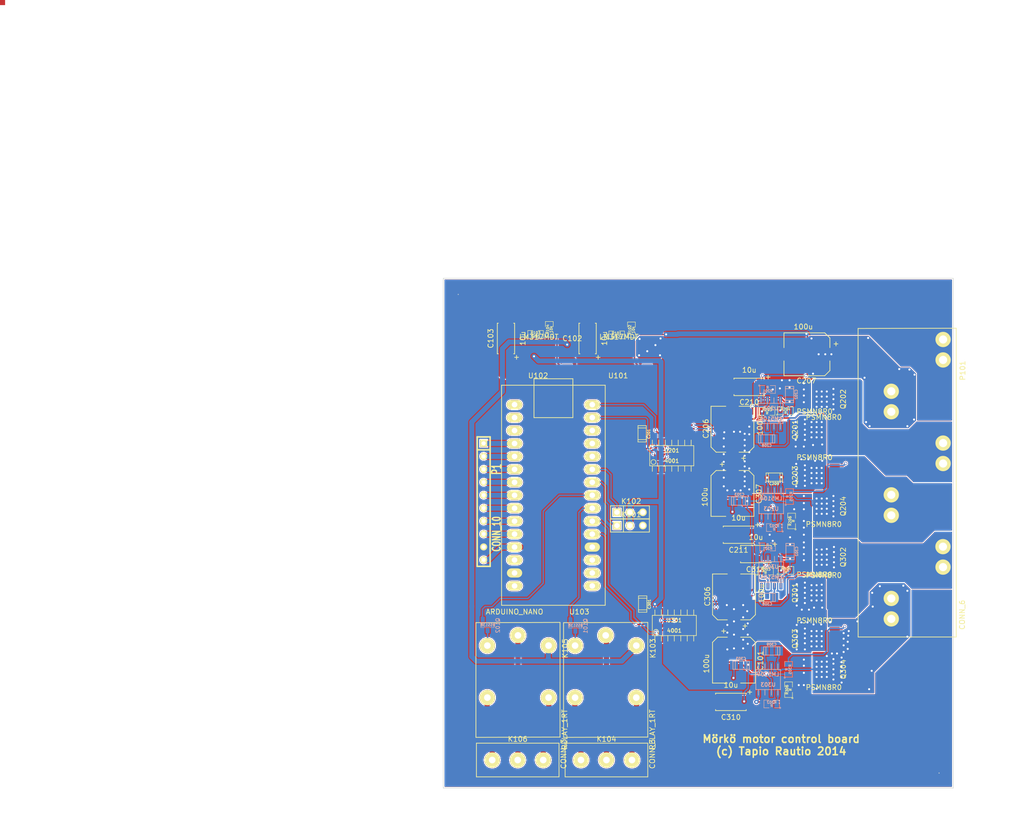
<source format=kicad_pcb>
(kicad_pcb (version 3) (host pcbnew "(2013-07-07 BZR 4022)-stable")
  (title_block (title "Mörkö control board") (rev 0v1) (company Fabtech))
  (layers (15 F.Cu signal) (0 B.Cu signal) (18 B.Paste user) (19 F.Paste user) (20 B.SilkS user) (21 F.SilkS user) (22 B.Mask user) (23 F.Mask user) (28 Edge.Cuts user))
  (net 0 "")
  (net 1 /BR_A)
  (net 2 /BR_B)
  (net 3 /Full_bridge_block_1/OUT1)
  (net 4 /Full_bridge_block_1/OUT2)
  (net 5 /Full_bridge_block_1/PWM)
  (net 6 /Full_bridge_block_1/dis/)
  (net 7 /Full_bridge_block_2/OUT1)
  (net 8 /Full_bridge_block_2/OUT2)
  (net 9 /Full_bridge_block_2/PWM)
  (net 10 /Full_bridge_block_2/dis/)
  (net 11 /Str_Servo)
  (net 12 /Thr_Servo)
  (net 13 12V)
  (net 14 5V)
  (net 15 GND)
  (net 16 N-000001)
  (net 17 N-0000012)
  (net 18 N-0000013)
  (net 19 N-0000014)
  (net 20 N-0000015)
  (net 21 N-0000016)
  (net 22 N-0000017)
  (net 23 N-0000018)
  (net 24 N-0000019)
  (net 25 N-000002)
  (net 26 N-0000020)
  (net 27 N-0000025)
  (net 28 N-0000035)
  (net 29 N-0000038)
  (net 30 N-000004)
  (net 31 N-0000048)
  (net 32 N-0000049)
  (net 33 N-000005)
  (net 34 N-0000050)
  (net 35 N-0000051)
  (net 36 N-0000052)
  (net 37 N-0000053)
  (net 38 N-0000054)
  (net 39 N-0000055)
  (net 40 N-0000056)
  (net 41 N-0000057)
  (net 42 N-0000058)
  (net 43 N-0000059)
  (net 44 N-000006)
  (net 45 N-0000060)
  (net 46 N-0000061)
  (net 47 N-0000062)
  (net 48 N-0000064)
  (net 49 N-0000065)
  (net 50 N-0000066)
  (net 51 N-0000067)
  (net 52 N-0000068)
  (net 53 N-000007)
  (net 54 N-0000070)
  (net 55 N-0000071)
  (net 56 N-0000072)
  (net 57 N-0000073)
  (net 58 N-0000074)
  (net 59 N-0000075)
  (net 60 N-0000076)
  (net 61 N-0000077)
  (net 62 N-0000078)
  (net 63 N-0000079)
  (net 64 Vin)
  (module ASTUB (layer F.Cu) (at 0 0)
    (fp_text reference ASTUB (at 0 0.00003) (layer F.SilkS) (effects (font (size 0.00003 0.00003) (thickness 0.000007))))
    (fp_text value VAL** (at 0 -0.00003) (layer F.SilkS) (effects (font (size 0.00003 0.00003) (thickness 0.000007))))
    (fp_poly (pts) (layer F.Cu) (width 0.00012))
    (pad 1 smd rect (at 0 0) (size 1 1) (layers F.Cu))
  )
  (module TO252 (layer F.Cu) (at 110.6 69.4 90)
    (fp_text reference U102 (at -3.8 -5.6 180) (layer F.SilkS))
    (fp_text value LM317MDT (at 3.8 -5.45 180) (layer F.SilkS))
    (pad 2 smd rect (at 0 -6.45 90) (size 5.5 5.7) (layers F.Cu F.Paste F.Mask) (net 14 5V))
    (pad 1 smd rect (at -2.3 0.1 90) (size 1.4 1.9) (layers F.Cu F.Paste F.Mask) (net 28 N-0000035))
    (pad 3 smd rect (at 2.3 0.1 90) (size 1.4 1.9) (layers F.Cu F.Paste F.Mask) (net 13 12V))
  )
  (module TO252 (layer F.Cu) (at 126.3 69.4 90)
    (fp_text reference U101 (at -3.8 -5.6 180) (layer F.SilkS))
    (fp_text value LM317MDT (at 3.8 -5.45 180) (layer F.SilkS))
    (pad 2 smd rect (at 0 -6.45 90) (size 5.5 5.7) (layers F.Cu F.Paste F.Mask) (net 13 12V))
    (pad 1 smd rect (at -2.3 0.1 90) (size 1.4 1.9) (layers F.Cu F.Paste F.Mask) (net 29 N-0000038))
    (pad 3 smd rect (at 2.3 0.1 90) (size 1.4 1.9) (layers F.Cu F.Paste F.Mask) (net 64 Vin))
  )
  (module SOT669 (layer F.Cu) (at 159.1 98.8 270)
    (fp_text reference Q204 (at 0 -5.715 270) (layer F.SilkS))
    (fp_text value PSMN8R0 (at 3.556 -1.905 360) (layer F.SilkS))
    (pad 5 smd rect (at 0 -1.55 270) (size 4.2 3.1) (layers F.Cu F.Paste F.Mask) (net 4 /Full_bridge_block_1/OUT2))
    (pad 5 smd rect (at 0 -3.85 270) (size 5 1.8) (layers F.Cu F.Paste F.Mask) (net 4 /Full_bridge_block_1/OUT2))
    (pad 1 smd rect (at -1.905 2.032 270) (size 0.7 2) (layers F.Cu F.Paste F.Mask) (net 15 GND))
    (pad 2 smd rect (at -0.635 2.032 270) (size 0.7 2) (layers F.Cu F.Paste F.Mask) (net 15 GND))
    (pad 3 smd rect (at 0.635 2.032 270) (size 0.7 2) (layers F.Cu F.Paste F.Mask) (net 15 GND))
    (pad 4 smd rect (at 1.905 2.032 270) (size 0.7 2) (layers F.Cu F.Paste F.Mask) (net 43 N-0000059))
  )
  (module SOT669 (layer F.Cu) (at 161.1 115.8 90)
    (fp_text reference Q301 (at 0 -5.715 90) (layer F.SilkS))
    (fp_text value PSMN8R0 (at 3.556 -1.905 180) (layer F.SilkS))
    (pad 5 smd rect (at 0 -1.55 90) (size 4.2 3.1) (layers F.Cu F.Paste F.Mask) (net 64 Vin))
    (pad 5 smd rect (at 0 -3.85 90) (size 5 1.8) (layers F.Cu F.Paste F.Mask) (net 64 Vin))
    (pad 1 smd rect (at -1.905 2.032 90) (size 0.7 2) (layers F.Cu F.Paste F.Mask) (net 7 /Full_bridge_block_2/OUT1))
    (pad 2 smd rect (at -0.635 2.032 90) (size 0.7 2) (layers F.Cu F.Paste F.Mask) (net 7 /Full_bridge_block_2/OUT1))
    (pad 3 smd rect (at 0.635 2.032 90) (size 0.7 2) (layers F.Cu F.Paste F.Mask) (net 7 /Full_bridge_block_2/OUT1))
    (pad 4 smd rect (at 1.905 2.032 90) (size 0.7 2) (layers F.Cu F.Paste F.Mask) (net 56 N-0000072))
  )
  (module SOT669 (layer F.Cu) (at 159.1 108.8 270)
    (fp_text reference Q302 (at 0 -5.715 270) (layer F.SilkS))
    (fp_text value PSMN8R0 (at 3.556 -1.905 360) (layer F.SilkS))
    (pad 5 smd rect (at 0 -1.55 270) (size 4.2 3.1) (layers F.Cu F.Paste F.Mask) (net 7 /Full_bridge_block_2/OUT1))
    (pad 5 smd rect (at 0 -3.85 270) (size 5 1.8) (layers F.Cu F.Paste F.Mask) (net 7 /Full_bridge_block_2/OUT1))
    (pad 1 smd rect (at -1.905 2.032 270) (size 0.7 2) (layers F.Cu F.Paste F.Mask) (net 15 GND))
    (pad 2 smd rect (at -0.635 2.032 270) (size 0.7 2) (layers F.Cu F.Paste F.Mask) (net 15 GND))
    (pad 3 smd rect (at 0.635 2.032 270) (size 0.7 2) (layers F.Cu F.Paste F.Mask) (net 15 GND))
    (pad 4 smd rect (at 1.905 2.032 270) (size 0.7 2) (layers F.Cu F.Paste F.Mask) (net 57 N-0000073))
  )
  (module SOT669 (layer F.Cu) (at 161.1 124.8 90)
    (fp_text reference Q303 (at 0 -5.715 90) (layer F.SilkS))
    (fp_text value PSMN8R0 (at 3.556 -1.905 180) (layer F.SilkS))
    (pad 5 smd rect (at 0 -1.55 90) (size 4.2 3.1) (layers F.Cu F.Paste F.Mask) (net 64 Vin))
    (pad 5 smd rect (at 0 -3.85 90) (size 5 1.8) (layers F.Cu F.Paste F.Mask) (net 64 Vin))
    (pad 1 smd rect (at -1.905 2.032 90) (size 0.7 2) (layers F.Cu F.Paste F.Mask) (net 8 /Full_bridge_block_2/OUT2))
    (pad 2 smd rect (at -0.635 2.032 90) (size 0.7 2) (layers F.Cu F.Paste F.Mask) (net 8 /Full_bridge_block_2/OUT2))
    (pad 3 smd rect (at 0.635 2.032 90) (size 0.7 2) (layers F.Cu F.Paste F.Mask) (net 8 /Full_bridge_block_2/OUT2))
    (pad 4 smd rect (at 1.905 2.032 90) (size 0.7 2) (layers F.Cu F.Paste F.Mask) (net 58 N-0000074))
  )
  (module SOT669 (layer F.Cu) (at 159.1 130.8 270)
    (fp_text reference Q304 (at 0 -5.715 270) (layer F.SilkS))
    (fp_text value PSMN8R0 (at 3.556 -1.905 360) (layer F.SilkS))
    (pad 5 smd rect (at 0 -1.55 270) (size 4.2 3.1) (layers F.Cu F.Paste F.Mask) (net 8 /Full_bridge_block_2/OUT2))
    (pad 5 smd rect (at 0 -3.85 270) (size 5 1.8) (layers F.Cu F.Paste F.Mask) (net 8 /Full_bridge_block_2/OUT2))
    (pad 1 smd rect (at -1.905 2.032 270) (size 0.7 2) (layers F.Cu F.Paste F.Mask) (net 15 GND))
    (pad 2 smd rect (at -0.635 2.032 270) (size 0.7 2) (layers F.Cu F.Paste F.Mask) (net 15 GND))
    (pad 3 smd rect (at 0.635 2.032 270) (size 0.7 2) (layers F.Cu F.Paste F.Mask) (net 15 GND))
    (pad 4 smd rect (at 1.905 2.032 270) (size 0.7 2) (layers F.Cu F.Paste F.Mask) (net 60 N-0000076))
  )
  (module SOT669 (layer F.Cu) (at 161.1 92.8 90)
    (fp_text reference Q203 (at 0 -5.715 90) (layer F.SilkS))
    (fp_text value PSMN8R0 (at 3.556 -1.905 180) (layer F.SilkS))
    (pad 5 smd rect (at 0 -1.55 90) (size 4.2 3.1) (layers F.Cu F.Paste F.Mask) (net 64 Vin))
    (pad 5 smd rect (at 0 -3.85 90) (size 5 1.8) (layers F.Cu F.Paste F.Mask) (net 64 Vin))
    (pad 1 smd rect (at -1.905 2.032 90) (size 0.7 2) (layers F.Cu F.Paste F.Mask) (net 4 /Full_bridge_block_1/OUT2))
    (pad 2 smd rect (at -0.635 2.032 90) (size 0.7 2) (layers F.Cu F.Paste F.Mask) (net 4 /Full_bridge_block_1/OUT2))
    (pad 3 smd rect (at 0.635 2.032 90) (size 0.7 2) (layers F.Cu F.Paste F.Mask) (net 4 /Full_bridge_block_1/OUT2))
    (pad 4 smd rect (at 1.905 2.032 90) (size 0.7 2) (layers F.Cu F.Paste F.Mask) (net 41 N-0000057))
  )
  (module SOT669 (layer F.Cu) (at 159.1 77.8 270)
    (fp_text reference Q202 (at 0 -5.715 270) (layer F.SilkS))
    (fp_text value PSMN8R0 (at 3.556 -1.905 360) (layer F.SilkS))
    (pad 5 smd rect (at 0 -1.55 270) (size 4.2 3.1) (layers F.Cu F.Paste F.Mask) (net 3 /Full_bridge_block_1/OUT1))
    (pad 5 smd rect (at 0 -3.85 270) (size 5 1.8) (layers F.Cu F.Paste F.Mask) (net 3 /Full_bridge_block_1/OUT1))
    (pad 1 smd rect (at -1.905 2.032 270) (size 0.7 2) (layers F.Cu F.Paste F.Mask) (net 15 GND))
    (pad 2 smd rect (at -0.635 2.032 270) (size 0.7 2) (layers F.Cu F.Paste F.Mask) (net 15 GND))
    (pad 3 smd rect (at 0.635 2.032 270) (size 0.7 2) (layers F.Cu F.Paste F.Mask) (net 15 GND))
    (pad 4 smd rect (at 1.905 2.032 270) (size 0.7 2) (layers F.Cu F.Paste F.Mask) (net 40 N-0000056))
  )
  (module SOT669 (layer F.Cu) (at 161.1 83.8 90)
    (fp_text reference Q201 (at 0 -5.715 90) (layer F.SilkS))
    (fp_text value PSMN8R0 (at 3.556 -1.905 180) (layer F.SilkS))
    (pad 5 smd rect (at 0 -1.55 90) (size 4.2 3.1) (layers F.Cu F.Paste F.Mask) (net 64 Vin))
    (pad 5 smd rect (at 0 -3.85 90) (size 5 1.8) (layers F.Cu F.Paste F.Mask) (net 64 Vin))
    (pad 1 smd rect (at -1.905 2.032 90) (size 0.7 2) (layers F.Cu F.Paste F.Mask) (net 3 /Full_bridge_block_1/OUT1))
    (pad 2 smd rect (at -0.635 2.032 90) (size 0.7 2) (layers F.Cu F.Paste F.Mask) (net 3 /Full_bridge_block_1/OUT1))
    (pad 3 smd rect (at 0.635 2.032 90) (size 0.7 2) (layers F.Cu F.Paste F.Mask) (net 3 /Full_bridge_block_1/OUT1))
    (pad 4 smd rect (at 1.905 2.032 90) (size 0.7 2) (layers F.Cu F.Paste F.Mask) (net 39 N-0000055))
  )
  (module so-8 (layer B.Cu) (at 150.7 98.3)
    (fp_text reference U203 (at 0 1.016) (layer B.SilkS) (effects (font (size 0.7493 0.7493) (thickness 0.14986)) (justify mirror)))
    (fp_text value LM5104 (at 0 -1.016) (layer B.SilkS) (effects (font (size 0.7493 0.7493) (thickness 0.14986)) (justify mirror)))
    (pad 1 smd rect (at -1.905 -2.794) (size 0.635 1.27) (layers B.Cu B.Paste B.Mask) (net 13 12V))
    (pad 2 smd rect (at -0.635 -2.794) (size 0.635 1.27) (layers B.Cu B.Paste B.Mask) (net 36 N-0000052))
    (pad 3 smd rect (at 0.635 -2.794) (size 0.635 1.27) (layers B.Cu B.Paste B.Mask) (net 35 N-0000051))
    (pad 4 smd rect (at 1.905 -2.794) (size 0.635 1.27) (layers B.Cu B.Paste B.Mask) (net 4 /Full_bridge_block_1/OUT2))
    (pad 5 smd rect (at 1.905 2.794) (size 0.635 1.27) (layers B.Cu B.Paste B.Mask) (net 45 N-0000060))
    (pad 6 smd rect (at 0.635 2.794) (size 0.635 1.27) (layers B.Cu B.Paste B.Mask) (net 38 N-0000054))
    (pad 7 smd rect (at -0.635 2.794) (size 0.635 1.27) (layers B.Cu B.Paste B.Mask) (net 15 GND))
    (pad 8 smd rect (at -1.905 2.794) (size 0.635 1.27) (layers B.Cu B.Paste B.Mask) (net 42 N-0000058))
  )
  (module so-8 (layer B.Cu) (at 150.6 80.6 180)
    (fp_text reference U202 (at 0 1.016 180) (layer B.SilkS) (effects (font (size 0.7493 0.7493) (thickness 0.14986)) (justify mirror)))
    (fp_text value LM5104 (at 0 -1.016 180) (layer B.SilkS) (effects (font (size 0.7493 0.7493) (thickness 0.14986)) (justify mirror)))
    (pad 1 smd rect (at -1.905 -2.794 180) (size 0.635 1.27) (layers B.Cu B.Paste B.Mask) (net 13 12V))
    (pad 2 smd rect (at -0.635 -2.794 180) (size 0.635 1.27) (layers B.Cu B.Paste B.Mask) (net 31 N-0000048))
    (pad 3 smd rect (at 0.635 -2.794 180) (size 0.635 1.27) (layers B.Cu B.Paste B.Mask) (net 32 N-0000049))
    (pad 4 smd rect (at 1.905 -2.794 180) (size 0.635 1.27) (layers B.Cu B.Paste B.Mask) (net 3 /Full_bridge_block_1/OUT1))
    (pad 5 smd rect (at 1.905 2.794 180) (size 0.635 1.27) (layers B.Cu B.Paste B.Mask) (net 46 N-0000061))
    (pad 6 smd rect (at 0.635 2.794 180) (size 0.635 1.27) (layers B.Cu B.Paste B.Mask) (net 37 N-0000053))
    (pad 7 smd rect (at -0.635 2.794 180) (size 0.635 1.27) (layers B.Cu B.Paste B.Mask) (net 15 GND))
    (pad 8 smd rect (at -1.905 2.794 180) (size 0.635 1.27) (layers B.Cu B.Paste B.Mask) (net 34 N-0000050))
  )
  (module so-8 (layer B.Cu) (at 150.7 111.7 180)
    (fp_text reference U302 (at 0 1.016 180) (layer B.SilkS) (effects (font (size 0.7493 0.7493) (thickness 0.14986)) (justify mirror)))
    (fp_text value LM5104 (at 0 -1.016 180) (layer B.SilkS) (effects (font (size 0.7493 0.7493) (thickness 0.14986)) (justify mirror)))
    (pad 1 smd rect (at -1.905 -2.794 180) (size 0.635 1.27) (layers B.Cu B.Paste B.Mask) (net 13 12V))
    (pad 2 smd rect (at -0.635 -2.794 180) (size 0.635 1.27) (layers B.Cu B.Paste B.Mask) (net 49 N-0000065))
    (pad 3 smd rect (at 0.635 -2.794 180) (size 0.635 1.27) (layers B.Cu B.Paste B.Mask) (net 48 N-0000064))
    (pad 4 smd rect (at 1.905 -2.794 180) (size 0.635 1.27) (layers B.Cu B.Paste B.Mask) (net 7 /Full_bridge_block_2/OUT1))
    (pad 5 smd rect (at 1.905 2.794 180) (size 0.635 1.27) (layers B.Cu B.Paste B.Mask) (net 62 N-0000078))
    (pad 6 smd rect (at 0.635 2.794 180) (size 0.635 1.27) (layers B.Cu B.Paste B.Mask) (net 54 N-0000070))
    (pad 7 smd rect (at -0.635 2.794 180) (size 0.635 1.27) (layers B.Cu B.Paste B.Mask) (net 15 GND))
    (pad 8 smd rect (at -1.905 2.794 180) (size 0.635 1.27) (layers B.Cu B.Paste B.Mask) (net 50 N-0000066))
  )
  (module so-8 (layer B.Cu) (at 150.1 132.8)
    (fp_text reference U303 (at 0 1.016) (layer B.SilkS) (effects (font (size 0.7493 0.7493) (thickness 0.14986)) (justify mirror)))
    (fp_text value LM5104 (at 0 -1.016) (layer B.SilkS) (effects (font (size 0.7493 0.7493) (thickness 0.14986)) (justify mirror)))
    (pad 1 smd rect (at -1.905 -2.794) (size 0.635 1.27) (layers B.Cu B.Paste B.Mask) (net 13 12V))
    (pad 2 smd rect (at -0.635 -2.794) (size 0.635 1.27) (layers B.Cu B.Paste B.Mask) (net 52 N-0000068))
    (pad 3 smd rect (at 0.635 -2.794) (size 0.635 1.27) (layers B.Cu B.Paste B.Mask) (net 51 N-0000067))
    (pad 4 smd rect (at 1.905 -2.794) (size 0.635 1.27) (layers B.Cu B.Paste B.Mask) (net 8 /Full_bridge_block_2/OUT2))
    (pad 5 smd rect (at 1.905 2.794) (size 0.635 1.27) (layers B.Cu B.Paste B.Mask) (net 61 N-0000077))
    (pad 6 smd rect (at 0.635 2.794) (size 0.635 1.27) (layers B.Cu B.Paste B.Mask) (net 55 N-0000071))
    (pad 7 smd rect (at -0.635 2.794) (size 0.635 1.27) (layers B.Cu B.Paste B.Mask) (net 15 GND))
    (pad 8 smd rect (at -1.905 2.794) (size 0.635 1.27) (layers B.Cu B.Paste B.Mask) (net 59 N-0000075))
  )
  (module so-14 (layer F.Cu) (at 131.7 122.2)
    (fp_text reference U301 (at 0 -1.016) (layer F.SilkS) (effects (font (size 0.7493 0.7493) (thickness 0.14986))))
    (fp_text value 4001 (at 0 1.016) (layer F.SilkS) (effects (font (size 0.7493 0.7493) (thickness 0.14986))))
    (pad 1 smd rect (at -3.81 2.794) (size 0.635 1.27) (layers F.Cu F.Paste F.Mask) (net 9 /Full_bridge_block_2/PWM))
    (pad 2 smd rect (at -2.54 2.794) (size 0.635 1.27) (layers F.Cu F.Paste F.Mask) (net 9 /Full_bridge_block_2/PWM))
    (pad 3 smd rect (at -1.27 2.794) (size 0.635 1.27) (layers F.Cu F.Paste F.Mask) (net 63 N-0000079))
    (pad 4 smd rect (at 0 2.794) (size 0.635 1.27) (layers F.Cu F.Paste F.Mask))
    (pad 5 smd rect (at 1.27 2.794) (size 0.635 1.27) (layers F.Cu F.Paste F.Mask) (net 15 GND))
    (pad 6 smd rect (at 2.54 2.794) (size 0.635 1.27) (layers F.Cu F.Paste F.Mask) (net 15 GND))
    (pad 7 smd rect (at 3.81 2.794) (size 0.635 1.27) (layers F.Cu F.Paste F.Mask) (net 15 GND))
    (pad 8 smd rect (at 3.81 -2.794) (size 0.635 1.27) (layers F.Cu F.Paste F.Mask) (net 63 N-0000079))
    (pad 9 smd rect (at 2.54 -2.794) (size 0.635 1.27) (layers F.Cu F.Paste F.Mask) (net 10 /Full_bridge_block_2/dis/))
    (pad 10 smd rect (at 1.27 -2.794) (size 0.635 1.27) (layers F.Cu F.Paste F.Mask) (net 54 N-0000070))
    (pad 11 smd rect (at 0 -2.794) (size 0.635 1.27) (layers F.Cu F.Paste F.Mask) (net 55 N-0000071))
    (pad 12 smd rect (at -1.27 -2.794) (size 0.635 1.27) (layers F.Cu F.Paste F.Mask) (net 9 /Full_bridge_block_2/PWM))
    (pad 13 smd rect (at -2.54 -2.794) (size 0.635 1.27) (layers F.Cu F.Paste F.Mask) (net 10 /Full_bridge_block_2/dis/))
    (pad 14 smd rect (at -3.81 -2.794) (size 0.635 1.27) (layers F.Cu F.Paste F.Mask) (net 14 5V))
  )
  (module so-14 (layer F.Cu) (at 131.2 88.9)
    (fp_text reference U201 (at 0 -1.016) (layer F.SilkS) (effects (font (size 0.7493 0.7493) (thickness 0.14986))))
    (fp_text value 4001 (at 0 1.016) (layer F.SilkS) (effects (font (size 0.7493 0.7493) (thickness 0.14986))))
    (pad 1 smd rect (at -3.81 2.794) (size 0.635 1.27) (layers F.Cu F.Paste F.Mask) (net 5 /Full_bridge_block_1/PWM))
    (pad 2 smd rect (at -2.54 2.794) (size 0.635 1.27) (layers F.Cu F.Paste F.Mask) (net 5 /Full_bridge_block_1/PWM))
    (pad 3 smd rect (at -1.27 2.794) (size 0.635 1.27) (layers F.Cu F.Paste F.Mask) (net 47 N-0000062))
    (pad 4 smd rect (at 0 2.794) (size 0.635 1.27) (layers F.Cu F.Paste F.Mask))
    (pad 5 smd rect (at 1.27 2.794) (size 0.635 1.27) (layers F.Cu F.Paste F.Mask) (net 15 GND))
    (pad 6 smd rect (at 2.54 2.794) (size 0.635 1.27) (layers F.Cu F.Paste F.Mask) (net 15 GND))
    (pad 7 smd rect (at 3.81 2.794) (size 0.635 1.27) (layers F.Cu F.Paste F.Mask) (net 15 GND))
    (pad 8 smd rect (at 3.81 -2.794) (size 0.635 1.27) (layers F.Cu F.Paste F.Mask) (net 47 N-0000062))
    (pad 9 smd rect (at 2.54 -2.794) (size 0.635 1.27) (layers F.Cu F.Paste F.Mask) (net 6 /Full_bridge_block_1/dis/))
    (pad 10 smd rect (at 1.27 -2.794) (size 0.635 1.27) (layers F.Cu F.Paste F.Mask) (net 37 N-0000053))
    (pad 11 smd rect (at 0 -2.794) (size 0.635 1.27) (layers F.Cu F.Paste F.Mask) (net 38 N-0000054))
    (pad 12 smd rect (at -1.27 -2.794) (size 0.635 1.27) (layers F.Cu F.Paste F.Mask) (net 5 /Full_bridge_block_1/PWM))
    (pad 13 smd rect (at -2.54 -2.794) (size 0.635 1.27) (layers F.Cu F.Paste F.Mask) (net 6 /Full_bridge_block_1/dis/))
    (pad 14 smd rect (at -3.81 -2.794) (size 0.635 1.27) (layers F.Cu F.Paste F.Mask) (net 14 5V))
  )
  (module SM0805 (layer F.Cu) (at 107.2 64.1 90)
    (fp_text reference R104 (at 0 -0.3175 90) (layer F.SilkS) (effects (font (size 0.50038 0.50038) (thickness 0.10922))))
    (fp_text value 10k (at 0 0.381 90) (layer F.SilkS) (effects (font (size 0.50038 0.50038) (thickness 0.10922))))
    (pad 1 smd rect (at -0.9525 0 90) (size 0.889 1.397) (layers F.Cu F.Paste F.Mask) (net 28 N-0000035))
    (pad 2 smd rect (at 0.9525 0 90) (size 0.889 1.397) (layers F.Cu F.Paste F.Mask) (net 15 GND))
  )
  (module SM0805 (layer F.Cu) (at 154.1 134.8 90)
    (fp_text reference R306 (at 0 -0.3175 90) (layer F.SilkS) (effects (font (size 0.50038 0.50038) (thickness 0.10922))))
    (fp_text value R (at 0 0.381 90) (layer F.SilkS) (effects (font (size 0.50038 0.50038) (thickness 0.10922))))
    (pad 1 smd rect (at -0.9525 0 90) (size 0.889 1.397) (layers F.Cu F.Paste F.Mask) (net 59 N-0000075))
    (pad 2 smd rect (at 0.9525 0 90) (size 0.889 1.397) (layers F.Cu F.Paste F.Mask) (net 60 N-0000076))
  )
  (module SM0805 (layer B.Cu) (at 154.1 130.8 90)
    (fp_text reference R305 (at 0 0.3175 90) (layer B.SilkS) (effects (font (size 0.50038 0.50038) (thickness 0.10922)) (justify mirror)))
    (fp_text value R (at 0 -0.381 90) (layer B.SilkS) (effects (font (size 0.50038 0.50038) (thickness 0.10922)) (justify mirror)))
    (pad 1 smd rect (at -0.9525 0 90) (size 0.889 1.397) (layers B.Cu B.Paste B.Mask) (net 51 N-0000067))
    (pad 2 smd rect (at 0.9525 0 90) (size 0.889 1.397) (layers B.Cu B.Paste B.Mask) (net 58 N-0000074))
  )
  (module SM0805 (layer F.Cu) (at 153.6 111.4)
    (fp_text reference R304 (at 0 -0.3175) (layer F.SilkS) (effects (font (size 0.50038 0.50038) (thickness 0.10922))))
    (fp_text value R (at 0 0.381) (layer F.SilkS) (effects (font (size 0.50038 0.50038) (thickness 0.10922))))
    (pad 1 smd rect (at -0.9525 0) (size 0.889 1.397) (layers F.Cu F.Paste F.Mask) (net 50 N-0000066))
    (pad 2 smd rect (at 0.9525 0) (size 0.889 1.397) (layers F.Cu F.Paste F.Mask) (net 57 N-0000073))
  )
  (module SM0805 (layer F.Cu) (at 149.6 111.5)
    (fp_text reference R303 (at 0 -0.3175) (layer F.SilkS) (effects (font (size 0.50038 0.50038) (thickness 0.10922))))
    (fp_text value R (at 0 0.381) (layer F.SilkS) (effects (font (size 0.50038 0.50038) (thickness 0.10922))))
    (pad 1 smd rect (at -0.9525 0) (size 0.889 1.397) (layers F.Cu F.Paste F.Mask) (net 48 N-0000064))
    (pad 2 smd rect (at 0.9525 0) (size 0.889 1.397) (layers F.Cu F.Paste F.Mask) (net 56 N-0000072))
  )
  (module SM0805 (layer B.Cu) (at 154.3 96.9 90)
    (fp_text reference R205 (at 0 0.3175 90) (layer B.SilkS) (effects (font (size 0.50038 0.50038) (thickness 0.10922)) (justify mirror)))
    (fp_text value R (at 0 -0.381 90) (layer B.SilkS) (effects (font (size 0.50038 0.50038) (thickness 0.10922)) (justify mirror)))
    (pad 1 smd rect (at -0.9525 0 90) (size 0.889 1.397) (layers B.Cu B.Paste B.Mask) (net 35 N-0000051))
    (pad 2 smd rect (at 0.9525 0 90) (size 0.889 1.397) (layers B.Cu B.Paste B.Mask) (net 41 N-0000057))
  )
  (module SM0805 (layer B.Cu) (at 150 75.9)
    (fp_text reference R201 (at 0 0.3175) (layer B.SilkS) (effects (font (size 0.50038 0.50038) (thickness 0.10922)) (justify mirror)))
    (fp_text value R (at 0 -0.381) (layer B.SilkS) (effects (font (size 0.50038 0.50038) (thickness 0.10922)) (justify mirror)))
    (pad 1 smd rect (at -0.9525 0) (size 0.889 1.397) (layers B.Cu B.Paste B.Mask) (net 46 N-0000061))
    (pad 2 smd rect (at 0.9525 0) (size 0.889 1.397) (layers B.Cu B.Paste B.Mask) (net 15 GND))
  )
  (module SM0805 (layer B.Cu) (at 151.3 103 180)
    (fp_text reference R202 (at 0 0.3175 180) (layer B.SilkS) (effects (font (size 0.50038 0.50038) (thickness 0.10922)) (justify mirror)))
    (fp_text value R (at 0 -0.381 180) (layer B.SilkS) (effects (font (size 0.50038 0.50038) (thickness 0.10922)) (justify mirror)))
    (pad 1 smd rect (at -0.9525 0 180) (size 0.889 1.397) (layers B.Cu B.Paste B.Mask) (net 45 N-0000060))
    (pad 2 smd rect (at 0.9525 0 180) (size 0.889 1.397) (layers B.Cu B.Paste B.Mask) (net 15 GND))
  )
  (module SM0805 (layer F.Cu) (at 104.5 65.1)
    (fp_text reference R103 (at 0 -0.3175) (layer F.SilkS) (effects (font (size 0.50038 0.50038) (thickness 0.10922))))
    (fp_text value 3k85 (at 0 0.381) (layer F.SilkS) (effects (font (size 0.50038 0.50038) (thickness 0.10922))))
    (pad 1 smd rect (at -0.9525 0) (size 0.889 1.397) (layers F.Cu F.Paste F.Mask) (net 14 5V))
    (pad 2 smd rect (at 0.9525 0) (size 0.889 1.397) (layers F.Cu F.Paste F.Mask) (net 28 N-0000035))
  )
  (module SM0805 (layer F.Cu) (at 123.3 64.2 90)
    (fp_text reference R102 (at 0 -0.3175 90) (layer F.SilkS) (effects (font (size 0.50038 0.50038) (thickness 0.10922))))
    (fp_text value 10k (at 0 0.381 90) (layer F.SilkS) (effects (font (size 0.50038 0.50038) (thickness 0.10922))))
    (pad 1 smd rect (at -0.9525 0 90) (size 0.889 1.397) (layers F.Cu F.Paste F.Mask) (net 29 N-0000038))
    (pad 2 smd rect (at 0.9525 0 90) (size 0.889 1.397) (layers F.Cu F.Paste F.Mask) (net 15 GND))
  )
  (module SM0805 (layer F.Cu) (at 120.4 65.2)
    (fp_text reference R101 (at 0 -0.3175) (layer F.SilkS) (effects (font (size 0.50038 0.50038) (thickness 0.10922))))
    (fp_text value 1k021 (at 0 0.381) (layer F.SilkS) (effects (font (size 0.50038 0.50038) (thickness 0.10922))))
    (pad 1 smd rect (at -0.9525 0) (size 0.889 1.397) (layers F.Cu F.Paste F.Mask) (net 13 12V))
    (pad 2 smd rect (at 0.9525 0) (size 0.889 1.397) (layers F.Cu F.Paste F.Mask) (net 29 N-0000038))
  )
  (module SM0805 (layer F.Cu) (at 154.7 101.7 90)
    (fp_text reference R206 (at 0 -0.3175 90) (layer F.SilkS) (effects (font (size 0.50038 0.50038) (thickness 0.10922))))
    (fp_text value R (at 0 0.381 90) (layer F.SilkS) (effects (font (size 0.50038 0.50038) (thickness 0.10922))))
    (pad 1 smd rect (at -0.9525 0 90) (size 0.889 1.397) (layers F.Cu F.Paste F.Mask) (net 42 N-0000058))
    (pad 2 smd rect (at 0.9525 0 90) (size 0.889 1.397) (layers F.Cu F.Paste F.Mask) (net 43 N-0000059))
  )
  (module SM0805 (layer F.Cu) (at 153.5 80.1)
    (fp_text reference R204 (at 0 -0.3175) (layer F.SilkS) (effects (font (size 0.50038 0.50038) (thickness 0.10922))))
    (fp_text value R (at 0 0.381) (layer F.SilkS) (effects (font (size 0.50038 0.50038) (thickness 0.10922))))
    (pad 1 smd rect (at -0.9525 0) (size 0.889 1.397) (layers F.Cu F.Paste F.Mask) (net 34 N-0000050))
    (pad 2 smd rect (at 0.9525 0) (size 0.889 1.397) (layers F.Cu F.Paste F.Mask) (net 40 N-0000056))
  )
  (module SM0805 (layer F.Cu) (at 149.9 80.2)
    (fp_text reference R203 (at 0 -0.3175) (layer F.SilkS) (effects (font (size 0.50038 0.50038) (thickness 0.10922))))
    (fp_text value R (at 0 0.381) (layer F.SilkS) (effects (font (size 0.50038 0.50038) (thickness 0.10922))))
    (pad 1 smd rect (at -0.9525 0) (size 0.889 1.397) (layers F.Cu F.Paste F.Mask) (net 32 N-0000049))
    (pad 2 smd rect (at 0.9525 0) (size 0.889 1.397) (layers F.Cu F.Paste F.Mask) (net 39 N-0000055))
  )
  (module SM0805 (layer B.Cu) (at 150.8 137.6 180)
    (fp_text reference R302 (at 0 0.3175 180) (layer B.SilkS) (effects (font (size 0.50038 0.50038) (thickness 0.10922)) (justify mirror)))
    (fp_text value R (at 0 -0.381 180) (layer B.SilkS) (effects (font (size 0.50038 0.50038) (thickness 0.10922)) (justify mirror)))
    (pad 1 smd rect (at -0.9525 0 180) (size 0.889 1.397) (layers B.Cu B.Paste B.Mask) (net 61 N-0000077))
    (pad 2 smd rect (at 0.9525 0 180) (size 0.889 1.397) (layers B.Cu B.Paste B.Mask) (net 15 GND))
  )
  (module SM0805 (layer B.Cu) (at 150 106.8)
    (fp_text reference R301 (at 0 0.3175) (layer B.SilkS) (effects (font (size 0.50038 0.50038) (thickness 0.10922)) (justify mirror)))
    (fp_text value R (at 0 -0.381) (layer B.SilkS) (effects (font (size 0.50038 0.50038) (thickness 0.10922)) (justify mirror)))
    (pad 1 smd rect (at -0.9525 0) (size 0.889 1.397) (layers B.Cu B.Paste B.Mask) (net 62 N-0000078))
    (pad 2 smd rect (at 0.9525 0) (size 0.889 1.397) (layers B.Cu B.Paste B.Mask) (net 15 GND))
  )
  (module PIN_ARRAY_3X1 (layer F.Cu) (at 123 100)
    (fp_text reference K102 (at 0.254 -2.159) (layer F.SilkS) (effects (font (size 1.016 1.016) (thickness 0.1524))))
    (fp_text value CONN_3 hide)
    (pad 1 thru_hole rect (at -2.54 0) (size 1.524 1.524) (drill 1.016) (layers *.Cu *.Mask F.SilkS) (net 11 /Str_Servo))
    (pad 2 thru_hole circle (at 0 0) (size 1.524 1.524) (drill 1.016) (layers *.Cu *.Mask F.SilkS) (net 14 5V))
    (pad 3 thru_hole circle (at 2.54 0) (size 1.524 1.524) (drill 1.016) (layers *.Cu *.Mask F.SilkS) (net 15 GND))
  )
  (module PIN_ARRAY_3X1 (layer F.Cu) (at 123 102.6)
    (fp_text reference K101 (at 0.254 -2.159) (layer F.SilkS) (effects (font (size 1.016 1.016) (thickness 0.1524))))
    (fp_text value CONN_3 hide)
    (pad 1 thru_hole rect (at -2.54 0) (size 1.524 1.524) (drill 1.016) (layers *.Cu *.Mask F.SilkS) (net 12 /Thr_Servo))
    (pad 2 thru_hole circle (at 0 0) (size 1.524 1.524) (drill 1.016) (layers *.Cu *.Mask F.SilkS) (net 14 5V))
    (pad 3 thru_hole circle (at 2.54 0) (size 1.524 1.524) (drill 1.016) (layers *.Cu *.Mask F.SilkS) (net 15 GND))
  )
  (module G5LE-1_Relay (layer F.Cu) (at 100.8 131.9 270)
    (fp_text reference K105 (at -5.2 -9.5 270) (layer F.SilkS))
    (fp_text value RELAY_1RT (at 10.7 -9.4 270) (layer F.SilkS))
    (pad 5 thru_hole circle (at -7.75 -0.25 270) (size 3 3) (drill 1.3) (layers *.Cu *.Mask F.SilkS) (net 16 N-000001))
    (pad 8 thru_hole circle (at -5.75 -6.25 270) (size 3 3) (drill 1.3) (layers *.Cu *.Mask F.SilkS) (net 13 12V))
    (pad 1 thru_hole circle (at 4.45 -6.25 270) (size 3 3) (drill 1.3) (layers *.Cu *.Mask F.SilkS) (net 44 N-000006))
    (pad 3 thru_hole circle (at 4.45 5.75 270) (size 3 3) (drill 1.3) (layers *.Cu *.Mask F.SilkS) (net 53 N-000007))
    (pad 9 thru_hole circle (at -5.75 5.75 270) (size 3 3) (drill 1.3) (layers *.Cu *.Mask F.SilkS) (net 20 N-0000015))
  )
  (module G5LE-1_Relay (layer F.Cu) (at 118 131.9 270)
    (fp_text reference K103 (at -5.2 -9.5 270) (layer F.SilkS))
    (fp_text value RELAY_1RT (at 10.7 -9.4 270) (layer F.SilkS))
    (pad 5 thru_hole circle (at -7.75 -0.25 270) (size 3 3) (drill 1.3) (layers *.Cu *.Mask F.SilkS) (net 25 N-000002))
    (pad 8 thru_hole circle (at -5.75 -6.25 270) (size 3 3) (drill 1.3) (layers *.Cu *.Mask F.SilkS) (net 13 12V))
    (pad 1 thru_hole circle (at 4.45 -6.25 270) (size 3 3) (drill 1.3) (layers *.Cu *.Mask F.SilkS) (net 33 N-000005))
    (pad 3 thru_hole circle (at 4.45 5.75 270) (size 3 3) (drill 1.3) (layers *.Cu *.Mask F.SilkS) (net 30 N-000004))
    (pad 9 thru_hole circle (at -5.75 5.75 270) (size 3 3) (drill 1.3) (layers *.Cu *.Mask F.SilkS) (net 27 N-0000025))
  )
  (module CPsmd_8x8.7 (layer F.Cu) (at 143.4 129 270)
    (fp_text reference C101 (at 0.1 -5.2 270) (layer F.SilkS))
    (fp_text value 100u (at 0.7 5.4 270) (layer F.SilkS))
    (fp_text user + (at -5.7 2.1 270) (layer F.SilkS))
    (pad 1 smd rect (at -3.6 0 270) (size 4.4 2) (layers F.Cu F.Paste F.Mask) (net 64 Vin))
    (pad 2 smd rect (at 3.6 0 270) (size 4.4 2) (layers F.Cu F.Paste F.Mask) (net 15 GND))
  )
  (module CPsmd_8x8.7 (layer F.Cu) (at 143.1 83.7 90)
    (fp_text reference C206 (at 0.1 -5.2 90) (layer F.SilkS))
    (fp_text value 100u (at 0.7 5.4 90) (layer F.SilkS))
    (fp_text user + (at -5.7 2.1 90) (layer F.SilkS))
    (pad 1 smd rect (at -3.6 0 90) (size 4.4 2) (layers F.Cu F.Paste F.Mask) (net 64 Vin))
    (pad 2 smd rect (at 3.6 0 90) (size 4.4 2) (layers F.Cu F.Paste F.Mask) (net 15 GND))
  )
  (module CPsmd_8x8.7 (layer F.Cu) (at 157.7 69 180)
    (fp_text reference C207 (at 0.1 -5.2 180) (layer F.SilkS))
    (fp_text value 100u (at 0.7 5.4 180) (layer F.SilkS))
    (fp_text user + (at -5.7 2.1 180) (layer F.SilkS))
    (pad 1 smd rect (at -3.6 0 180) (size 4.4 2) (layers F.Cu F.Paste F.Mask) (net 64 Vin))
    (pad 2 smd rect (at 3.6 0 180) (size 4.4 2) (layers F.Cu F.Paste F.Mask) (net 15 GND))
  )
  (module CPsmd_8x8.7 (layer F.Cu) (at 143.4 116.6 90)
    (fp_text reference C306 (at 0.1 -5.2 90) (layer F.SilkS))
    (fp_text value 100u (at 0.7 5.4 90) (layer F.SilkS))
    (fp_text user + (at -5.7 2.1 90) (layer F.SilkS))
    (pad 1 smd rect (at -3.6 0 90) (size 4.4 2) (layers F.Cu F.Paste F.Mask) (net 64 Vin))
    (pad 2 smd rect (at 3.6 0 90) (size 4.4 2) (layers F.Cu F.Paste F.Mask) (net 15 GND))
  )
  (module CPsmd_8x8.7 (layer F.Cu) (at 143.1 96.3 270)
    (fp_text reference C307 (at 0.1 -5.2 270) (layer F.SilkS))
    (fp_text value 100u (at 0.7 5.4 270) (layer F.SilkS))
    (fp_text user + (at -5.7 2.1 270) (layer F.SilkS))
    (pad 1 smd rect (at -3.6 0 270) (size 4.4 2) (layers F.Cu F.Paste F.Mask) (net 64 Vin))
    (pad 2 smd rect (at 3.6 0 270) (size 4.4 2) (layers F.Cu F.Paste F.Mask) (net 15 GND))
  )
  (module CP2413 (layer F.Cu) (at 142.8 137.2 180)
    (fp_text reference C310 (at 0 -3 180) (layer F.SilkS))
    (fp_text value 10u (at 0 3.3 180) (layer F.SilkS))
    (fp_text user + (at -3.7 2 180) (layer F.SilkS))
    (pad 1 smd rect (at -2.6 0 180) (size 2.9 2.4) (layers F.Cu F.Paste F.Mask) (net 13 12V))
    (pad 2 smd rect (at 2.7 0 180) (size 2.9 2.4) (layers F.Cu F.Paste F.Mask) (net 15 GND))
  )
  (module CP2413 (layer F.Cu) (at 147.7 108.2 180)
    (fp_text reference C311 (at 0 -3 180) (layer F.SilkS))
    (fp_text value 10u (at 0 3.3 180) (layer F.SilkS))
    (fp_text user + (at -3.7 2 180) (layer F.SilkS))
    (pad 1 smd rect (at -2.6 0 180) (size 2.9 2.4) (layers F.Cu F.Paste F.Mask) (net 13 12V))
    (pad 2 smd rect (at 2.7 0 180) (size 2.9 2.4) (layers F.Cu F.Paste F.Mask) (net 15 GND))
  )
  (module CP2413 (layer F.Cu) (at 146.4 75.4 180)
    (fp_text reference C210 (at 0 -3 180) (layer F.SilkS))
    (fp_text value 10u (at 0 3.3 180) (layer F.SilkS))
    (fp_text user + (at -3.7 2 180) (layer F.SilkS))
    (pad 1 smd rect (at -2.6 0 180) (size 2.9 2.4) (layers F.Cu F.Paste F.Mask) (net 13 12V))
    (pad 2 smd rect (at 2.7 0 180) (size 2.9 2.4) (layers F.Cu F.Paste F.Mask) (net 15 GND))
  )
  (module CP2413 (layer F.Cu) (at 114.7 65.9 90)
    (fp_text reference C102 (at 0 -3 180) (layer F.SilkS))
    (fp_text value 10u (at 0 3.3 90) (layer F.SilkS))
    (fp_text user + (at -3.7 2 90) (layer F.SilkS))
    (pad 1 smd rect (at -2.6 0 90) (size 2.9 2.4) (layers F.Cu F.Paste F.Mask) (net 13 12V))
    (pad 2 smd rect (at 2.7 0 90) (size 2.9 2.4) (layers F.Cu F.Paste F.Mask) (net 15 GND))
  )
  (module CP2413 (layer F.Cu) (at 98.7 65.9 90)
    (fp_text reference C103 (at 0 -3 90) (layer F.SilkS))
    (fp_text value 10u (at 0 3.3 90) (layer F.SilkS))
    (fp_text user + (at -3.7 2 90) (layer F.SilkS))
    (pad 1 smd rect (at -2.6 0 90) (size 2.9 2.4) (layers F.Cu F.Paste F.Mask) (net 14 5V))
    (pad 2 smd rect (at 2.7 0 90) (size 2.9 2.4) (layers F.Cu F.Paste F.Mask) (net 15 GND))
  )
  (module CP2413 (layer F.Cu) (at 144.3 104.4 180)
    (fp_text reference C211 (at 0 -3 180) (layer F.SilkS))
    (fp_text value 10u (at 0 3.3 180) (layer F.SilkS))
    (fp_text user + (at -3.7 2 180) (layer F.SilkS))
    (pad 1 smd rect (at -2.6 0 180) (size 2.9 2.4) (layers F.Cu F.Paste F.Mask) (net 13 12V))
    (pad 2 smd rect (at 2.7 0 180) (size 2.9 2.4) (layers F.Cu F.Paste F.Mask) (net 15 GND))
  )
  (module c_1206 (layer B.Cu) (at 154.4 107.7 90)
    (fp_text reference C302 (at 0.0254 1.2954 90) (layer B.SilkS) (effects (font (size 0.50038 0.50038) (thickness 0.11938)) (justify mirror)))
    (fp_text value 100n hide)
    (pad 1 smd rect (at 1.397 0 90) (size 1.6002 1.8034) (layers B.Cu B.Paste B.Mask) (net 15 GND))
    (pad 2 smd rect (at -1.397 0 90) (size 1.6002 1.8034) (layers B.Cu B.Paste B.Mask) (net 13 12V))
  )
  (module c_1206 (layer B.Cu) (at 144.8 130 180)
    (fp_text reference C303 (at 0.0254 1.2954 180) (layer B.SilkS) (effects (font (size 0.50038 0.50038) (thickness 0.11938)) (justify mirror)))
    (fp_text value 100n hide)
    (pad 1 smd rect (at 1.397 0 180) (size 1.6002 1.8034) (layers B.Cu B.Paste B.Mask) (net 15 GND))
    (pad 2 smd rect (at -1.397 0 180) (size 1.6002 1.8034) (layers B.Cu B.Paste B.Mask) (net 13 12V))
  )
  (module c_1206 (layer F.Cu) (at 125.5 118 270)
    (fp_text reference C301 (at 0.0254 -1.2954 270) (layer F.SilkS) (effects (font (size 0.50038 0.50038) (thickness 0.11938))))
    (fp_text value 100n hide)
    (pad 1 smd rect (at 1.397 0 270) (size 1.6002 1.8034) (layers F.Cu F.Paste F.Mask) (net 14 5V))
    (pad 2 smd rect (at -1.397 0 270) (size 1.6002 1.8034) (layers F.Cu F.Paste F.Mask) (net 15 GND))
  )
  (module c_1206 (layer B.Cu) (at 150.8 127.2 180)
    (fp_text reference C309 (at 0.0254 1.2954 180) (layer B.SilkS) (effects (font (size 0.50038 0.50038) (thickness 0.11938)) (justify mirror)))
    (fp_text value C hide)
    (pad 1 smd rect (at 1.397 0 180) (size 1.6002 1.8034) (layers B.Cu B.Paste B.Mask) (net 52 N-0000068))
    (pad 2 smd rect (at -1.397 0 180) (size 1.6002 1.8034) (layers B.Cu B.Paste B.Mask) (net 8 /Full_bridge_block_2/OUT2))
  )
  (module c_1206 (layer B.Cu) (at 149.9 116.7)
    (fp_text reference C308 (at 0.0254 1.2954) (layer B.SilkS) (effects (font (size 0.50038 0.50038) (thickness 0.11938)) (justify mirror)))
    (fp_text value C hide)
    (pad 1 smd rect (at 1.397 0) (size 1.6002 1.8034) (layers B.Cu B.Paste B.Mask) (net 49 N-0000065))
    (pad 2 smd rect (at -1.397 0) (size 1.6002 1.8034) (layers B.Cu B.Paste B.Mask) (net 7 /Full_bridge_block_2/OUT1))
  )
  (module c_1206 (layer B.Cu) (at 149.8 85.6)
    (fp_text reference C208 (at 0.0254 1.2954) (layer B.SilkS) (effects (font (size 0.50038 0.50038) (thickness 0.11938)) (justify mirror)))
    (fp_text value C hide)
    (pad 1 smd rect (at 1.397 0) (size 1.6002 1.8034) (layers B.Cu B.Paste B.Mask) (net 31 N-0000048))
    (pad 2 smd rect (at -1.397 0) (size 1.6002 1.8034) (layers B.Cu B.Paste B.Mask) (net 3 /Full_bridge_block_1/OUT1))
  )
  (module c_1206 (layer F.Cu) (at 151.3 93.1 180)
    (fp_text reference C209 (at 0.0254 -1.2954 180) (layer F.SilkS) (effects (font (size 0.50038 0.50038) (thickness 0.11938))))
    (fp_text value C hide)
    (pad 1 smd rect (at 1.397 0 180) (size 1.6002 1.8034) (layers F.Cu F.Paste F.Mask) (net 36 N-0000052))
    (pad 2 smd rect (at -1.397 0 180) (size 1.6002 1.8034) (layers F.Cu F.Paste F.Mask) (net 4 /Full_bridge_block_1/OUT2))
  )
  (module c_1206 (layer F.Cu) (at 125.4 84.6 270)
    (fp_text reference C201 (at 0.0254 -1.2954 270) (layer F.SilkS) (effects (font (size 0.50038 0.50038) (thickness 0.11938))))
    (fp_text value 100n hide)
    (pad 1 smd rect (at 1.397 0 270) (size 1.6002 1.8034) (layers F.Cu F.Paste F.Mask) (net 14 5V))
    (pad 2 smd rect (at -1.397 0 270) (size 1.6002 1.8034) (layers F.Cu F.Paste F.Mask) (net 15 GND))
  )
  (module c_1206 (layer B.Cu) (at 154.3 76.9 90)
    (fp_text reference C202 (at 0.0254 1.2954 90) (layer B.SilkS) (effects (font (size 0.50038 0.50038) (thickness 0.11938)) (justify mirror)))
    (fp_text value 100n hide)
    (pad 1 smd rect (at 1.397 0 90) (size 1.6002 1.8034) (layers B.Cu B.Paste B.Mask) (net 15 GND))
    (pad 2 smd rect (at -1.397 0 90) (size 1.6002 1.8034) (layers B.Cu B.Paste B.Mask) (net 13 12V))
  )
  (module c_1206 (layer B.Cu) (at 144.5 97.8 180)
    (fp_text reference C203 (at 0.0254 1.2954 180) (layer B.SilkS) (effects (font (size 0.50038 0.50038) (thickness 0.11938)) (justify mirror)))
    (fp_text value 100n hide)
    (pad 1 smd rect (at 1.397 0 180) (size 1.6002 1.8034) (layers B.Cu B.Paste B.Mask) (net 15 GND))
    (pad 2 smd rect (at -1.397 0 180) (size 1.6002 1.8034) (layers B.Cu B.Paste B.Mask) (net 13 12V))
  )
  (module Arduino_nano (layer F.Cu) (at 108 99.2 180)
    (fp_text reference U103 (at -5.08 -20.32 180) (layer F.SilkS))
    (fp_text value ARDUINO_NANO (at 7.62 -20.32 180) (layer F.SilkS))
    (pad 1 thru_hole oval (at -7.62 -15.24 180) (size 3 1.8) (drill 1.1) (layers *.Cu *.Mask F.SilkS))
    (pad 2 thru_hole oval (at -7.62 -12.7 180) (size 3 1.8) (drill 1.1) (layers *.Cu *.Mask F.SilkS))
    (pad 3 thru_hole oval (at -7.62 -10.16 180) (size 3 1.8) (drill 1.1) (layers *.Cu *.Mask F.SilkS))
    (pad 4 thru_hole oval (at -7.62 -7.62 180) (size 3 1.8) (drill 1.1) (layers *.Cu *.Mask F.SilkS) (net 15 GND))
    (pad 5 thru_hole oval (at -7.62 -5.08 180) (size 3 1.8) (drill 1.1) (layers *.Cu *.Mask F.SilkS) (net 10 /Full_bridge_block_2/dis/))
    (pad 6 thru_hole oval (at -7.62 -2.54 180) (size 3 1.8) (drill 1.1) (layers *.Cu *.Mask F.SilkS) (net 9 /Full_bridge_block_2/PWM))
    (pad 7 thru_hole oval (at -7.62 0 180) (size 3 1.8) (drill 1.1) (layers *.Cu *.Mask F.SilkS) (net 1 /BR_A))
    (pad 8 thru_hole oval (at -7.62 2.54 180) (size 3 1.8) (drill 1.1) (layers *.Cu *.Mask F.SilkS) (net 2 /BR_B))
    (pad 9 thru_hole oval (at -7.62 5.08 180) (size 3 1.8) (drill 1.1) (layers *.Cu *.Mask F.SilkS) (net 12 /Thr_Servo))
    (pad 10 thru_hole oval (at -7.62 7.62 180) (size 3 1.8) (drill 1.1) (layers *.Cu *.Mask F.SilkS) (net 11 /Str_Servo))
    (pad 11 thru_hole oval (at -7.62 10.16 180) (size 3 1.8) (drill 1.1) (layers *.Cu *.Mask F.SilkS))
    (pad 12 thru_hole oval (at -7.62 12.7 180) (size 3 1.8) (drill 1.1) (layers *.Cu *.Mask F.SilkS))
    (pad 13 thru_hole oval (at -7.62 15.24 180) (size 3 1.8) (drill 1.1) (layers *.Cu *.Mask F.SilkS))
    (pad 14 thru_hole oval (at -7.62 17.78 180) (size 3 1.8) (drill 1.1) (layers *.Cu *.Mask F.SilkS) (net 5 /Full_bridge_block_1/PWM))
    (pad 15 thru_hole oval (at -7.62 20.32 180) (size 3 1.8) (drill 1.1) (layers *.Cu *.Mask F.SilkS) (net 6 /Full_bridge_block_1/dis/))
    (pad 16 thru_hole oval (at 7.62 20.32 180) (size 3 1.8) (drill 1.1) (layers *.Cu *.Mask F.SilkS))
    (pad 17 thru_hole oval (at 7.62 17.78 180) (size 3 1.8) (drill 1.1) (layers *.Cu *.Mask F.SilkS))
    (pad 18 thru_hole oval (at 7.62 15.24 180) (size 3 1.8) (drill 1.1) (layers *.Cu *.Mask F.SilkS))
    (pad 19 thru_hole oval (at 7.62 12.7 180) (size 3 1.8) (drill 1.1) (layers *.Cu *.Mask F.SilkS) (net 26 N-0000020))
    (pad 20 thru_hole oval (at 7.62 10.16 180) (size 3 1.8) (drill 1.1) (layers *.Cu *.Mask F.SilkS) (net 24 N-0000019))
    (pad 21 thru_hole oval (at 7.62 7.62 180) (size 3 1.8) (drill 1.1) (layers *.Cu *.Mask F.SilkS) (net 23 N-0000018))
    (pad 22 thru_hole oval (at 7.62 5.08 180) (size 3 1.8) (drill 1.1) (layers *.Cu *.Mask F.SilkS) (net 21 N-0000016))
    (pad 23 thru_hole oval (at 7.62 2.54 180) (size 3 1.8) (drill 1.1) (layers *.Cu *.Mask F.SilkS) (net 22 N-0000017))
    (pad 24 thru_hole oval (at 7.62 0 180) (size 3 1.8) (drill 1.1) (layers *.Cu *.Mask F.SilkS) (net 19 N-0000014))
    (pad 25 thru_hole oval (at 7.62 -2.54 180) (size 3 1.8) (drill 1.1) (layers *.Cu *.Mask F.SilkS) (net 17 N-0000012))
    (pad 26 thru_hole oval (at 7.62 -5.08 180) (size 3 1.8) (drill 1.1) (layers *.Cu *.Mask F.SilkS) (net 18 N-0000013))
    (pad 27 thru_hole oval (at 7.62 -7.62 180) (size 3 1.8) (drill 1.1) (layers *.Cu *.Mask F.SilkS) (net 14 5V))
    (pad 28 thru_hole oval (at 7.62 -10.16 180) (size 3 1.8) (drill 1.1) (layers *.Cu *.Mask F.SilkS))
    (pad 29 thru_hole oval (at 7.62 -12.7 180) (size 3 1.8) (drill 1.1) (layers *.Cu *.Mask F.SilkS) (net 15 GND))
    (pad 30 thru_hole oval (at 7.62 -15.24 180) (size 3 1.8) (drill 1.1) (layers *.Cu *.Mask F.SilkS))
  )
  (module 6pin_large_screw_term (layer F.Cu) (at 184.4 66.1 270)
    (fp_text reference P101 (at 6.096 -3.8354 270) (layer F.SilkS))
    (fp_text value CONN_6 (at 54.0131 -3.7465 270) (layer F.SilkS))
    (pad 1 thru_hole circle (at 0 0 270) (size 3 3) (drill 1.6) (layers *.Cu *.Mask F.SilkS) (net 15 GND))
    (pad 1 thru_hole circle (at 4.0132 0 270) (size 3 3) (drill 1.6) (layers *.Cu *.Mask F.SilkS) (net 15 GND))
    (pad 2 thru_hole circle (at 10.16 10.16 270) (size 3 3) (drill 1.6) (layers *.Cu *.Mask F.SilkS) (net 64 Vin))
    (pad 2 thru_hole circle (at 14.1732 10.16 270) (size 3 3) (drill 1.6) (layers *.Cu *.Mask F.SilkS) (net 64 Vin))
    (pad 3 thru_hole circle (at 20.32 0 270) (size 3 3) (drill 1.6) (layers *.Cu *.Mask F.SilkS) (net 3 /Full_bridge_block_1/OUT1))
    (pad 3 thru_hole circle (at 24.3332 0 270) (size 3 3) (drill 1.6) (layers *.Cu *.Mask F.SilkS) (net 3 /Full_bridge_block_1/OUT1))
    (pad 4 thru_hole circle (at 30.48 10.16 270) (size 3 3) (drill 1.6) (layers *.Cu *.Mask F.SilkS) (net 4 /Full_bridge_block_1/OUT2))
    (pad 4 thru_hole circle (at 34.4932 10.16 270) (size 3 3) (drill 1.6) (layers *.Cu *.Mask F.SilkS) (net 4 /Full_bridge_block_1/OUT2))
    (pad 5 thru_hole circle (at 40.64 0.0254 270) (size 3 3) (drill 1.6) (layers *.Cu *.Mask F.SilkS) (net 7 /Full_bridge_block_2/OUT1))
    (pad 5 thru_hole circle (at 44.6532 0.0127 270) (size 3 3) (drill 1.6) (layers *.Cu *.Mask F.SilkS) (net 7 /Full_bridge_block_2/OUT1))
    (pad 6 thru_hole circle (at 50.8 10.16 270) (size 3 3) (drill 1.6) (layers *.Cu *.Mask F.SilkS) (net 8 /Full_bridge_block_2/OUT2))
    (pad 6 thru_hole circle (at 54.8132 10.16 270) (size 3 3) (drill 1.6) (layers *.Cu *.Mask F.SilkS) (net 8 /Full_bridge_block_2/OUT2))
  )
  (module 3pin_5mm_screw_term (layer F.Cu) (at 118.4 148.6)
    (fp_text reference K104 (at 0 -4.1) (layer F.SilkS))
    (fp_text value CONN_3 (at 9 -1.2 90) (layer F.SilkS))
    (pad 1 thru_hole oval (at -5 0) (size 3 3) (drill 1.3) (layers *.Cu *.Mask F.SilkS) (net 30 N-000004))
    (pad 2 thru_hole oval (at 0 0) (size 3 3) (drill 1.3) (layers *.Cu *.Mask F.SilkS) (net 25 N-000002))
    (pad 3 thru_hole oval (at 5 0) (size 3 3) (drill 1.3) (layers *.Cu *.Mask F.SilkS) (net 33 N-000005))
  )
  (module 3pin_5mm_screw_term (layer F.Cu) (at 101 148.6)
    (fp_text reference K106 (at 0 -4.1) (layer F.SilkS))
    (fp_text value CONN_3 (at 9 -1.2 90) (layer F.SilkS))
    (pad 1 thru_hole oval (at -5 0) (size 3 3) (drill 1.3) (layers *.Cu *.Mask F.SilkS) (net 53 N-000007))
    (pad 2 thru_hole oval (at 0 0) (size 3 3) (drill 1.3) (layers *.Cu *.Mask F.SilkS) (net 16 N-000001))
    (pad 3 thru_hole oval (at 5 0) (size 3 3) (drill 1.3) (layers *.Cu *.Mask F.SilkS) (net 44 N-000006))
  )
  (module SOT23 (layer B.Cu) (at 112.3 122.2)
    (fp_text reference Q101 (at 1.99898 0.09906 270) (layer B.SilkS) (effects (font (size 0.762 0.762) (thickness 0.11938)) (justify mirror)))
    (fp_text value BSS138 (at 0.0635 0) (layer B.SilkS) (effects (font (size 0.50038 0.50038) (thickness 0.09906)) (justify mirror)))
    (pad 3 smd rect (at 0 1.09982) (size 0.8001 1.00076) (layers B.Cu B.Paste B.Mask) (net 27 N-0000025))
    (pad 2 smd rect (at 0.9525 -1.09982) (size 0.8001 1.00076) (layers B.Cu B.Paste B.Mask) (net 15 GND))
    (pad 1 smd rect (at -0.9525 -1.09982) (size 0.8001 1.00076) (layers B.Cu B.Paste B.Mask) (net 1 /BR_A))
  )
  (module SOT23 (layer B.Cu) (at 95.1 122.1)
    (fp_text reference Q102 (at 1.99898 0.09906 270) (layer B.SilkS) (effects (font (size 0.762 0.762) (thickness 0.11938)) (justify mirror)))
    (fp_text value BSS138 (at 0.0635 0) (layer B.SilkS) (effects (font (size 0.50038 0.50038) (thickness 0.09906)) (justify mirror)))
    (pad 3 smd rect (at 0 1.09982) (size 0.8001 1.00076) (layers B.Cu B.Paste B.Mask) (net 20 N-0000015))
    (pad 2 smd rect (at 0.9525 -1.09982) (size 0.8001 1.00076) (layers B.Cu B.Paste B.Mask) (net 15 GND))
    (pad 1 smd rect (at -0.9525 -1.09982) (size 0.8001 1.00076) (layers B.Cu B.Paste B.Mask) (net 2 /BR_B))
  )
  (module SIL-10 (layer F.Cu) (at 94.3229 97.9043 270)
    (fp_text reference P1 (at -6.35 -2.54 270) (layer F.SilkS) (effects (font (size 1.72974 1.08712) (thickness 0.3048))))
    (fp_text value CONN_10 (at 6.35 -2.54 270) (layer F.SilkS) (effects (font (size 1.524 1.016) (thickness 0.3048))))
    (pad 1 thru_hole rect (at -11.43 0 270) (size 1.397 1.397) (drill 0.8128) (layers *.Cu *.Mask F.SilkS) (net 26 N-0000020))
    (pad 2 thru_hole circle (at -8.89 0 270) (size 1.397 1.397) (drill 0.8128) (layers *.Cu *.Mask F.SilkS) (net 24 N-0000019))
    (pad 3 thru_hole circle (at -6.35 0 270) (size 1.397 1.397) (drill 0.8128) (layers *.Cu *.Mask F.SilkS) (net 23 N-0000018))
    (pad 4 thru_hole circle (at -3.81 0 270) (size 1.397 1.397) (drill 0.8128) (layers *.Cu *.Mask F.SilkS) (net 21 N-0000016))
    (pad 5 thru_hole circle (at -1.27 0 270) (size 1.397 1.397) (drill 0.8128) (layers *.Cu *.Mask F.SilkS) (net 22 N-0000017))
    (pad 6 thru_hole circle (at 1.27 0 270) (size 1.397 1.397) (drill 0.8128) (layers *.Cu *.Mask F.SilkS) (net 19 N-0000014))
    (pad 7 thru_hole circle (at 3.81 0 270) (size 1.397 1.397) (drill 0.8128) (layers *.Cu *.Mask F.SilkS) (net 17 N-0000012))
    (pad 8 thru_hole circle (at 6.35 0 270) (size 1.397 1.397) (drill 0.8128) (layers *.Cu *.Mask F.SilkS) (net 18 N-0000013))
    (pad 9 thru_hole circle (at 8.89 0 270) (size 1.397 1.397) (drill 0.8128) (layers *.Cu *.Mask F.SilkS) (net 15 GND))
    (pad 10 thru_hole circle (at 11.43 0 270) (size 1.397 1.397) (drill 0.8128) (layers *.Cu *.Mask F.SilkS) (net 14 5V))
  )
  (gr_text "Mörkö motor control board\n(c) Tapio Rautio 2014" (at 152.654 145.669) (layer F.SilkS) (effects (font (size 1.5 1.5) (thickness 0.3))))
  (target plus (at 89.3445 57.2643) (size 0.005) (width 0.1) (layer Edge.Cuts))
  (target plus (at 183.6166 151.1554) (size 0.005) (width 0.1) (layer Edge.Cuts))
  (gr_line (start 86.4127 154.1) (end 86.4127 54.1) (angle 90) (layer Edge.Cuts) (width 0.1))
  (gr_line (start 186.4 154.1) (end 86.4 154.1) (angle 90) (layer Edge.Cuts) (width 0.1))
  (gr_line (start 186.4 54.1) (end 186.4 154.1) (angle 90) (layer Edge.Cuts) (width 0.1))
  (gr_line (start 86.4 54.1) (end 186.4 54.1) (angle 90) (layer Edge.Cuts) (width 0.1))
  (segment (start 115.62 99.2) (end 113.8 99.2) (width 0.3) (layer B.Cu) (net 1))
  (segment (start 111.3 121.1) (end 111.3475 121.10018) (width 0.3) (layer B.Cu) (net 1))
  (segment (start 111.3 118.4) (end 111.3 121.1) (width 0.3) (layer B.Cu) (net 1))
  (segment (start 113 116.7) (end 111.3 118.4) (width 0.3) (layer B.Cu) (net 1))
  (segment (start 113 100) (end 113 116.7) (width 0.3) (layer B.Cu) (net 1))
  (segment (start 113.8 99.2) (end 113 100) (width 0.3) (layer B.Cu) (net 1))
  (segment (start 115.62 96.66) (end 109.14 96.66) (width 0.3) (layer B.Cu) (net 2))
  (segment (start 94.1 121) (end 94.1475 121.00018) (width 0.3) (layer B.Cu) (net 2))
  (segment (start 94.1 119) (end 94.1 121) (width 0.3) (layer B.Cu) (net 2))
  (segment (start 94.6 118.5) (end 94.1 119) (width 0.3) (layer B.Cu) (net 2))
  (segment (start 96 118.5) (end 94.6 118.5) (width 0.3) (layer B.Cu) (net 2))
  (segment (start 97.6 116.9) (end 96 118.5) (width 0.3) (layer B.Cu) (net 2))
  (segment (start 103 116.9) (end 97.6 116.9) (width 0.3) (layer B.Cu) (net 2))
  (segment (start 106 113.9) (end 103 116.9) (width 0.3) (layer B.Cu) (net 2))
  (segment (start 106 99.8) (end 106 113.9) (width 0.3) (layer B.Cu) (net 2))
  (segment (start 109.14 96.66) (end 106 99.8) (width 0.3) (layer B.Cu) (net 2))
  (segment (start 160.65 77.8) (end 160.65 78.25) (width 0.3) (layer F.Cu) (net 3))
  (via (at 162.9 75.8) (size 0.6) (layers F.Cu B.Cu) (net 3))
  (segment (start 162.8 76.8) (end 162.9 75.8) (width 0.3) (layer F.Cu) (net 3))
  (segment (start 162.9 76.9) (end 162.8 76.8) (width 0.3) (layer F.Cu) (net 3))
  (via (at 162.9 76.9) (size 0.6) (layers F.Cu B.Cu) (net 3))
  (segment (start 163 77.7) (end 162.9 76.9) (width 0.3) (layer B.Cu) (net 3))
  (segment (start 162.9 77.8) (end 163 77.7) (width 0.3) (layer B.Cu) (net 3))
  (via (at 162.9 77.8) (size 0.6) (layers F.Cu B.Cu) (net 3))
  (segment (start 162.9 78.8) (end 162.9 77.8) (width 0.3) (layer F.Cu) (net 3))
  (via (at 162.9 78.8) (size 0.6) (layers F.Cu B.Cu) (net 3))
  (segment (start 162.9 79.8) (end 162.9 78.8) (width 0.3) (layer B.Cu) (net 3))
  (via (at 162.9 79.8) (size 0.6) (layers F.Cu B.Cu) (net 3))
  (segment (start 162.9 77.9) (end 162.9 79.8) (width 0.3) (layer F.Cu) (net 3))
  (segment (start 161.6 76.3) (end 162.9 77.9) (width 0.3) (layer F.Cu) (net 3))
  (via (at 161.6 76.3) (size 0.6) (layers F.Cu B.Cu) (net 3))
  (segment (start 161.6 77.3) (end 161.6 76.3) (width 0.3) (layer B.Cu) (net 3))
  (via (at 161.6 77.3) (size 0.6) (layers F.Cu B.Cu) (net 3))
  (segment (start 161.6 78.3) (end 161.6 77.3) (width 0.3) (layer F.Cu) (net 3))
  (via (at 161.6 78.3) (size 0.6) (layers F.Cu B.Cu) (net 3))
  (segment (start 161.6 79.3) (end 161.6 78.3) (width 0.3) (layer B.Cu) (net 3))
  (via (at 161.6 79.3) (size 0.6) (layers F.Cu B.Cu) (net 3))
  (segment (start 160.6 79.3) (end 161.6 79.3) (width 0.3) (layer F.Cu) (net 3))
  (via (at 160.6 79.3) (size 0.6) (layers F.Cu B.Cu) (net 3))
  (segment (start 160.6 78.3) (end 160.6 79.3) (width 0.3) (layer B.Cu) (net 3))
  (via (at 160.6 78.3) (size 0.6) (layers F.Cu B.Cu) (net 3))
  (segment (start 160.6 77.3) (end 160.6 78.3) (width 0.3) (layer F.Cu) (net 3))
  (via (at 160.6 77.3) (size 0.6) (layers F.Cu B.Cu) (net 3))
  (segment (start 160.6 76.3) (end 160.6 77.3) (width 0.3) (layer B.Cu) (net 3))
  (via (at 160.6 76.3) (size 0.6) (layers F.Cu B.Cu) (net 3))
  (segment (start 159.6 76.3) (end 160.6 76.3) (width 0.3) (layer F.Cu) (net 3))
  (via (at 159.6 76.3) (size 0.6) (layers F.Cu B.Cu) (net 3))
  (segment (start 159.6 77.3) (end 159.6 76.3) (width 0.3) (layer B.Cu) (net 3))
  (via (at 159.6 77.3) (size 0.6) (layers F.Cu B.Cu) (net 3))
  (segment (start 159.6 78.3) (end 159.6 77.3) (width 0.3) (layer F.Cu) (net 3))
  (via (at 159.6 78.3) (size 0.6) (layers F.Cu B.Cu) (net 3))
  (segment (start 159.6 79.3) (end 159.6 78.3) (width 0.3) (layer B.Cu) (net 3))
  (via (at 159.6 79.3) (size 0.6) (layers F.Cu B.Cu) (net 3))
  (segment (start 160.65 78.25) (end 159.6 79.3) (width 0.3) (layer F.Cu) (net 3))
  (segment (start 148.403 85.6) (end 148.403 86.703) (width 0.3) (layer B.Cu) (net 3))
  (segment (start 159.9 80.4) (end 159.9 78.9) (width 0.3) (layer B.Cu) (net 3))
  (segment (start 159.6 80.7) (end 159.9 80.4) (width 0.3) (layer B.Cu) (net 3))
  (segment (start 156.2 80.7) (end 159.6 80.7) (width 0.3) (layer B.Cu) (net 3))
  (segment (start 155.4 81.5) (end 156.2 80.7) (width 0.3) (layer B.Cu) (net 3))
  (segment (start 154.4 81.5) (end 155.4 81.5) (width 0.3) (layer B.Cu) (net 3))
  (segment (start 154 81.9) (end 154.4 81.5) (width 0.3) (layer B.Cu) (net 3))
  (segment (start 154 86.4) (end 154 81.9) (width 0.3) (layer B.Cu) (net 3))
  (segment (start 153.4 87) (end 154 86.4) (width 0.3) (layer B.Cu) (net 3))
  (segment (start 148.7 87) (end 153.4 87) (width 0.3) (layer B.Cu) (net 3))
  (segment (start 148.403 86.703) (end 148.7 87) (width 0.3) (layer B.Cu) (net 3))
  (segment (start 148.695 83.394) (end 148.695 84.305) (width 0.3) (layer B.Cu) (net 3))
  (segment (start 148.4 85.6) (end 148.403 85.6) (width 0.3) (layer B.Cu) (net 3))
  (segment (start 148.4 84.6) (end 148.4 85.6) (width 0.3) (layer B.Cu) (net 3))
  (segment (start 148.695 84.305) (end 148.4 84.6) (width 0.3) (layer B.Cu) (net 3))
  (segment (start 152.605 95.506) (end 152.605 94.495) (width 0.3) (layer B.Cu) (net 4))
  (segment (start 152.7 93.1) (end 152.697 93.1) (width 0.3) (layer F.Cu) (net 4))
  (via (at 152.7 93.1) (size 0.6) (layers F.Cu B.Cu) (net 4))
  (segment (start 152.7 94.4) (end 152.7 93.1) (width 0.3) (layer B.Cu) (net 4))
  (segment (start 152.605 94.495) (end 152.7 94.4) (width 0.3) (layer B.Cu) (net 4))
  (segment (start 160.65 98.8) (end 160.65 99.35) (width 0.3) (layer F.Cu) (net 4))
  (via (at 162.9 98.8) (size 0.6) (layers F.Cu B.Cu) (net 4))
  (segment (start 162.9 97.8) (end 162.9 98.8) (width 0.3) (layer F.Cu) (net 4))
  (via (at 162.9 97.8) (size 0.6) (layers F.Cu B.Cu) (net 4))
  (segment (start 162.9 99.8) (end 162.9 97.8) (width 0.3) (layer B.Cu) (net 4))
  (via (at 162.9 99.8) (size 0.6) (layers F.Cu B.Cu) (net 4))
  (segment (start 162.9 100.8) (end 162.9 99.8) (width 0.3) (layer F.Cu) (net 4))
  (via (at 162.9 100.8) (size 0.6) (layers F.Cu B.Cu) (net 4))
  (segment (start 162.9 96.8) (end 162.9 100.8) (width 0.3) (layer B.Cu) (net 4))
  (via (at 162.9 96.8) (size 0.6) (layers F.Cu B.Cu) (net 4))
  (segment (start 162.1 96.8) (end 162.9 96.8) (width 0.3) (layer F.Cu) (net 4))
  (segment (start 161.6 97.3) (end 162.1 96.8) (width 0.3) (layer F.Cu) (net 4))
  (via (at 161.6 97.3) (size 0.6) (layers F.Cu B.Cu) (net 4))
  (segment (start 161.6 98.3) (end 161.6 97.3) (width 0.3) (layer B.Cu) (net 4))
  (via (at 161.6 98.3) (size 0.6) (layers F.Cu B.Cu) (net 4))
  (segment (start 161.6 99.3) (end 161.6 98.3) (width 0.3) (layer F.Cu) (net 4))
  (via (at 161.6 99.3) (size 0.6) (layers F.Cu B.Cu) (net 4))
  (segment (start 161.6 100.3) (end 161.6 99.3) (width 0.3) (layer B.Cu) (net 4))
  (via (at 161.6 100.3) (size 0.6) (layers F.Cu B.Cu) (net 4))
  (segment (start 160.6 100.3) (end 161.6 100.3) (width 0.3) (layer F.Cu) (net 4))
  (via (at 160.6 100.3) (size 0.6) (layers F.Cu B.Cu) (net 4))
  (segment (start 160.6 99.3) (end 160.6 100.3) (width 0.3) (layer B.Cu) (net 4))
  (via (at 160.6 99.3) (size 0.6) (layers F.Cu B.Cu) (net 4))
  (segment (start 160.6 98.3) (end 160.6 99.3) (width 0.3) (layer F.Cu) (net 4))
  (via (at 160.6 98.3) (size 0.6) (layers F.Cu B.Cu) (net 4))
  (segment (start 160.6 97.3) (end 160.6 98.3) (width 0.3) (layer B.Cu) (net 4))
  (via (at 160.6 97.3) (size 0.6) (layers F.Cu B.Cu) (net 4))
  (segment (start 159.7 97.2) (end 160.6 97.3) (width 0.3) (layer F.Cu) (net 4))
  (segment (start 159.6 97.3) (end 159.7 97.2) (width 0.3) (layer F.Cu) (net 4))
  (via (at 159.6 97.3) (size 0.6) (layers F.Cu B.Cu) (net 4))
  (segment (start 159.6 98.3) (end 159.6 97.3) (width 0.3) (layer B.Cu) (net 4))
  (via (at 159.6 98.3) (size 0.6) (layers F.Cu B.Cu) (net 4))
  (segment (start 159.6 99.3) (end 159.6 98.3) (width 0.3) (layer F.Cu) (net 4))
  (via (at 159.6 99.3) (size 0.6) (layers F.Cu B.Cu) (net 4))
  (segment (start 159.6 100.3) (end 159.6 99.3) (width 0.3) (layer B.Cu) (net 4))
  (via (at 159.6 100.3) (size 0.6) (layers F.Cu B.Cu) (net 4))
  (segment (start 160.65 99.35) (end 159.6 100.3) (width 0.3) (layer F.Cu) (net 4))
  (segment (start 152.605 95.506) (end 152.605 96.505) (width 0.3) (layer B.Cu) (net 4))
  (segment (start 159 98.8) (end 160.7 98.8) (width 0.3) (layer B.Cu) (net 4))
  (segment (start 158.7 98.5) (end 159 98.8) (width 0.3) (layer B.Cu) (net 4))
  (segment (start 158.7 97.7) (end 158.7 98.5) (width 0.3) (layer B.Cu) (net 4))
  (segment (start 158.5 97.5) (end 158.7 97.7) (width 0.3) (layer B.Cu) (net 4))
  (segment (start 155.7 97.5) (end 158.5 97.5) (width 0.3) (layer B.Cu) (net 4))
  (segment (start 155.1 96.9) (end 155.7 97.5) (width 0.3) (layer B.Cu) (net 4))
  (segment (start 153 96.9) (end 155.1 96.9) (width 0.3) (layer B.Cu) (net 4))
  (segment (start 152.605 96.505) (end 153 96.9) (width 0.3) (layer B.Cu) (net 4))
  (segment (start 115.62 81.42) (end 126.12 81.42) (width 0.3) (layer B.Cu) (net 5))
  (segment (start 127.9 88.8) (end 127.9 90.1) (width 0.3) (layer F.Cu) (net 5))
  (segment (start 127.6 88.5) (end 127.9 88.8) (width 0.3) (layer F.Cu) (net 5))
  (via (at 127.6 88.5) (size 0.6) (layers F.Cu B.Cu) (net 5))
  (segment (start 126.5 87.4) (end 127.6 88.5) (width 0.3) (layer B.Cu) (net 5))
  (segment (start 126.5 81.8) (end 126.5 87.4) (width 0.3) (layer B.Cu) (net 5))
  (segment (start 126.12 81.42) (end 126.5 81.8) (width 0.3) (layer B.Cu) (net 5))
  (segment (start 129.9 89.4) (end 130.2 89.1) (width 0.3) (layer F.Cu) (net 5))
  (segment (start 128.7 90.1) (end 129.2 90.1) (width 0.3) (layer F.Cu) (net 5))
  (segment (start 129.2 90.1) (end 129.9 89.4) (width 0.3) (layer F.Cu) (net 5))
  (segment (start 129.9 87.1) (end 129.9 86.2) (width 0.3) (layer F.Cu) (net 5))
  (segment (start 130.2 87.4) (end 129.9 87.1) (width 0.3) (layer F.Cu) (net 5))
  (via (at 130.2 87.4) (size 0.6) (layers F.Cu B.Cu) (net 5))
  (segment (start 130.2 89.1) (end 130.2 87.4) (width 0.3) (layer B.Cu) (net 5))
  (via (at 130.2 89.1) (size 0.6) (layers F.Cu B.Cu) (net 5))
  (segment (start 129.9 86.2) (end 129.93 86.106) (width 0.3) (layer F.Cu) (net 5))
  (segment (start 128.66 91.694) (end 128.66 90.14) (width 0.3) (layer F.Cu) (net 5))
  (segment (start 128.66 90.14) (end 128.7 90.1) (width 0.3) (layer F.Cu) (net 5))
  (segment (start 127.39 91.694) (end 127.39 90.61) (width 0.3) (layer F.Cu) (net 5))
  (segment (start 129.9 86.2) (end 129.93 86.106) (width 0.3) (layer F.Cu) (net 5))
  (segment (start 127.9 90.1) (end 128.7 90.1) (width 0.3) (layer F.Cu) (net 5))
  (segment (start 127.39 90.61) (end 127.9 90.1) (width 0.3) (layer F.Cu) (net 5))
  (segment (start 133.74 86.106) (end 133.74 87.26) (width 0.3) (layer F.Cu) (net 6))
  (segment (start 128.7 86.2) (end 128.66 86.106) (width 0.3) (layer F.Cu) (net 6))
  (segment (start 128.7 87.6) (end 128.7 86.2) (width 0.3) (layer F.Cu) (net 6))
  (segment (start 129.2 88.1) (end 128.7 87.6) (width 0.3) (layer F.Cu) (net 6))
  (segment (start 132.9 88.1) (end 129.2 88.1) (width 0.3) (layer F.Cu) (net 6))
  (segment (start 133.74 87.26) (end 132.9 88.1) (width 0.3) (layer F.Cu) (net 6))
  (segment (start 115.62 78.88) (end 125.68 78.88) (width 0.3) (layer B.Cu) (net 6))
  (segment (start 128.7 86.1) (end 128.66 86.106) (width 0.3) (layer F.Cu) (net 6))
  (segment (start 128.7 84.6) (end 128.7 86.1) (width 0.3) (layer F.Cu) (net 6))
  (segment (start 128 83.9) (end 128.7 84.6) (width 0.3) (layer F.Cu) (net 6))
  (via (at 128 83.9) (size 0.6) (layers F.Cu B.Cu) (net 6))
  (segment (start 128 81.2) (end 128 83.9) (width 0.3) (layer B.Cu) (net 6))
  (segment (start 125.68 78.88) (end 128 81.2) (width 0.3) (layer B.Cu) (net 6))
  (segment (start 148.503 116.7) (end 148.503 117.803) (width 0.3) (layer B.Cu) (net 7))
  (via (at 160.6 110.3) (size 0.6) (layers F.Cu B.Cu) (net 7))
  (segment (start 158.8 112.1) (end 160.6 110.3) (width 0.3) (layer B.Cu) (net 7))
  (segment (start 155.9 112.1) (end 158.8 112.1) (width 0.3) (layer B.Cu) (net 7))
  (segment (start 155.1 112.9) (end 155.9 112.1) (width 0.3) (layer B.Cu) (net 7))
  (segment (start 154.2 112.9) (end 155.1 112.9) (width 0.3) (layer B.Cu) (net 7))
  (segment (start 153.9 113.2) (end 154.2 112.9) (width 0.3) (layer B.Cu) (net 7))
  (segment (start 153.9 116.8) (end 153.9 113.2) (width 0.3) (layer B.Cu) (net 7))
  (segment (start 152.5 118.2) (end 153.9 116.8) (width 0.3) (layer B.Cu) (net 7))
  (segment (start 148.9 118.2) (end 152.5 118.2) (width 0.3) (layer B.Cu) (net 7))
  (segment (start 148.503 117.803) (end 148.9 118.2) (width 0.3) (layer B.Cu) (net 7))
  (segment (start 163 108.8) (end 163 108.9) (width 0.3) (layer B.Cu) (net 7))
  (via (at 163 108.8) (size 0.6) (layers F.Cu B.Cu) (net 7))
  (via (at 163 110.8) (size 0.6) (layers F.Cu B.Cu) (net 7))
  (via (at 163 109.8) (size 0.6) (layers F.Cu B.Cu) (net 7))
  (via (at 163 107.8) (size 0.6) (layers F.Cu B.Cu) (net 7))
  (via (at 163 106.8) (size 0.6) (layers F.Cu B.Cu) (net 7))
  (via (at 161.6 107.2) (size 0.6) (layers F.Cu B.Cu) (net 7))
  (via (at 161.6 108.3) (size 0.6) (layers F.Cu B.Cu) (net 7))
  (via (at 161.6 109.3) (size 0.6) (layers F.Cu B.Cu) (net 7))
  (via (at 161.6 110.3) (size 0.6) (layers F.Cu B.Cu) (net 7))
  (via (at 160.6 109.3) (size 0.6) (layers F.Cu B.Cu) (net 7))
  (via (at 160.6 108.3) (size 0.6) (layers F.Cu B.Cu) (net 7))
  (via (at 160.6 107.3) (size 0.6) (layers F.Cu B.Cu) (net 7))
  (via (at 159.6 107.3) (size 0.6) (layers F.Cu B.Cu) (net 7))
  (via (at 159.6 108.3) (size 0.6) (layers F.Cu B.Cu) (net 7))
  (via (at 159.6 109.3) (size 0.6) (layers F.Cu B.Cu) (net 7))
  (via (at 159.6 110.3) (size 0.6) (layers F.Cu B.Cu) (net 7))
  (segment (start 160.65 109.25) (end 159.6 110.3) (width 0.3) (layer F.Cu) (net 7))
  (segment (start 148.795 114.494) (end 148.795 115.205) (width 0.3) (layer B.Cu) (net 7))
  (segment (start 148.503 115.497) (end 148.503 116.7) (width 0.3) (layer B.Cu) (net 7))
  (segment (start 148.795 115.205) (end 148.503 115.497) (width 0.3) (layer B.Cu) (net 7))
  (segment (start 162.6 127.7) (end 162.1 127.7) (width 0.3) (layer B.Cu) (net 8))
  (via (at 159.6 134.6) (size 0.6) (layers F.Cu B.Cu) (net 8))
  (segment (start 159.6 134.6) (end 159.7 134.7) (width 0.3) (layer F.Cu) (net 8))
  (segment (start 159.7 134.7) (end 169.9 134.7) (width 0.3) (layer F.Cu) (net 8))
  (via (at 169.9 134.7) (size 0.6) (layers F.Cu B.Cu) (net 8))
  (segment (start 169.9 134.7) (end 170.4 134.2) (width 0.3) (layer B.Cu) (net 8))
  (segment (start 170.4 134.2) (end 170.4 131.1) (width 0.3) (layer B.Cu) (net 8))
  (via (at 170.4 131.1) (size 0.6) (layers F.Cu B.Cu) (net 8))
  (segment (start 170.4 131.1) (end 177.1 124.4) (width 0.3) (layer F.Cu) (net 8))
  (segment (start 177.1 124.4) (end 177.4 124.4) (width 0.3) (layer F.Cu) (net 8))
  (via (at 177.4 124.4) (size 0.6) (layers F.Cu B.Cu) (net 8))
  (segment (start 177.4 124.4) (end 177.4 115.4) (width 0.3) (layer B.Cu) (net 8))
  (via (at 177.4 115.4) (size 0.6) (layers F.Cu B.Cu) (net 8))
  (segment (start 177.4 115.4) (end 176.6 114.6) (width 0.3) (layer F.Cu) (net 8))
  (segment (start 176.6 114.6) (end 176.6 114.4) (width 0.3) (layer F.Cu) (net 8))
  (via (at 176.6 114.4) (size 0.6) (layers F.Cu B.Cu) (net 8))
  (segment (start 176.6 114.4) (end 176.5 114.5) (width 0.3) (layer B.Cu) (net 8))
  (segment (start 176.5 114.5) (end 172 114.5) (width 0.3) (layer B.Cu) (net 8))
  (via (at 172 114.5) (size 0.6) (layers F.Cu B.Cu) (net 8))
  (segment (start 172 114.5) (end 170.7 115.8) (width 0.3) (layer F.Cu) (net 8))
  (segment (start 170.7 115.8) (end 170.5 115.8) (width 0.3) (layer F.Cu) (net 8))
  (via (at 170.5 115.8) (size 0.6) (layers F.Cu B.Cu) (net 8))
  (segment (start 170.5 115.8) (end 170.6 115.9) (width 0.3) (layer B.Cu) (net 8))
  (segment (start 170.6 115.9) (end 170.6 118.5) (width 0.3) (layer B.Cu) (net 8))
  (via (at 170.6 118.5) (size 0.6) (layers F.Cu B.Cu) (net 8))
  (segment (start 170.6 118.5) (end 167.7 121.4) (width 0.3) (layer F.Cu) (net 8))
  (segment (start 167.7 121.4) (end 167.6 121.4) (width 0.3) (layer F.Cu) (net 8))
  (via (at 167.6 121.4) (size 0.6) (layers F.Cu B.Cu) (net 8))
  (segment (start 167.6 121.4) (end 167.5 121.5) (width 0.3) (layer B.Cu) (net 8))
  (segment (start 167.5 121.5) (end 162.3 121.5) (width 0.3) (layer B.Cu) (net 8))
  (via (at 162.3 121.5) (size 0.6) (layers F.Cu B.Cu) (net 8))
  (segment (start 162.3 121.5) (end 166.1 121.5) (width 0.3) (layer F.Cu) (net 8))
  (segment (start 166.1 121.5) (end 165.9 121.7) (width 0.3) (layer F.Cu) (net 8))
  (segment (start 165.9 121.7) (end 165.9 123.3) (width 0.3) (layer F.Cu) (net 8))
  (via (at 165.9 123.3) (size 0.6) (layers F.Cu B.Cu) (net 8))
  (segment (start 165.9 123.3) (end 166.5 123.9) (width 0.3) (layer B.Cu) (net 8))
  (segment (start 166.5 123.9) (end 166.5 126.5) (width 0.3) (layer B.Cu) (net 8))
  (segment (start 166.5 126.5) (end 164.5 128.5) (width 0.3) (layer B.Cu) (net 8))
  (via (at 164.5 128.5) (size 0.6) (layers F.Cu B.Cu) (net 8))
  (segment (start 164.5 128.5) (end 164.5 129.4) (width 0.3) (layer F.Cu) (net 8))
  (via (at 164.5 129.4) (size 0.6) (layers F.Cu B.Cu) (net 8))
  (segment (start 164.5 129.4) (end 164.5 130.3) (width 0.3) (layer B.Cu) (net 8))
  (via (at 164.5 130.3) (size 0.6) (layers F.Cu B.Cu) (net 8))
  (segment (start 164.5 130.3) (end 164.5 131.2) (width 0.3) (layer F.Cu) (net 8))
  (via (at 164.5 131.2) (size 0.6) (layers F.Cu B.Cu) (net 8))
  (segment (start 164.5 131.2) (end 164.5 132.3) (width 0.3) (layer B.Cu) (net 8))
  (via (at 164.5 132.3) (size 0.6) (layers F.Cu B.Cu) (net 8))
  (segment (start 164.5 132.3) (end 164.5 133.4) (width 0.3) (layer F.Cu) (net 8))
  (via (at 164.5 133.4) (size 0.6) (layers F.Cu B.Cu) (net 8))
  (segment (start 164.5 133.4) (end 165.4 132.5) (width 0.3) (layer B.Cu) (net 8))
  (segment (start 165.4 132.5) (end 165.4 128.8) (width 0.3) (layer B.Cu) (net 8))
  (segment (start 165.4 128.8) (end 164.3 127.7) (width 0.3) (layer B.Cu) (net 8))
  (segment (start 164.3 127.7) (end 163.6 127.7) (width 0.3) (layer B.Cu) (net 8))
  (via (at 163.6 127.7) (size 0.6) (layers F.Cu B.Cu) (net 8))
  (segment (start 163.6 127.7) (end 162.6 127.7) (width 0.3) (layer F.Cu) (net 8))
  (via (at 162.6 127.7) (size 0.6) (layers F.Cu B.Cu) (net 8))
  (segment (start 160.65 131.25) (end 159.6 132.3) (width 0.3) (layer F.Cu) (net 8))
  (via (at 159.6 132.3) (size 0.6) (layers F.Cu B.Cu) (net 8))
  (segment (start 159.6 132.3) (end 159.6 134.6) (width 0.3) (layer B.Cu) (net 8))
  (segment (start 162.5 127.7) (end 162.6 127.7) (width 0.3) (layer F.Cu) (net 8))
  (segment (start 162.1 127.7) (end 162.5 127.7) (width 0.3) (layer F.Cu) (net 8))
  (segment (start 161.6 128.2) (end 162.1 127.7) (width 0.3) (layer F.Cu) (net 8))
  (via (at 161.6 128.2) (size 0.6) (layers F.Cu B.Cu) (net 8))
  (segment (start 162.1 127.7) (end 161.6 128.2) (width 0.3) (layer B.Cu) (net 8))
  (segment (start 152.005 130.006) (end 152.005 128.795) (width 0.3) (layer B.Cu) (net 8))
  (segment (start 152.2 127.3) (end 152.197 127.2) (width 0.3) (layer B.Cu) (net 8))
  (segment (start 152.2 128.6) (end 152.2 127.3) (width 0.3) (layer B.Cu) (net 8))
  (segment (start 152.005 128.795) (end 152.2 128.6) (width 0.3) (layer B.Cu) (net 8))
  (segment (start 152.005 130.006) (end 152.005 130.805) (width 0.3) (layer B.Cu) (net 8))
  (segment (start 152.9 130.8) (end 160.7 130.8) (width 0.3) (layer B.Cu) (net 8))
  (segment (start 152.7 131) (end 152.9 130.8) (width 0.3) (layer B.Cu) (net 8))
  (segment (start 152.2 131) (end 152.7 131) (width 0.3) (layer B.Cu) (net 8))
  (segment (start 152.005 130.805) (end 152.2 131) (width 0.3) (layer B.Cu) (net 8))
  (segment (start 163.132 124.165) (end 164.435 124.165) (width 0.3) (layer F.Cu) (net 8))
  (via (at 165.8 124.2) (size 0.6) (layers F.Cu B.Cu) (net 8))
  (segment (start 165.8 125.3) (end 165.8 124.2) (width 0.3) (layer F.Cu) (net 8))
  (segment (start 165.7 125.4) (end 165.8 125.3) (width 0.3) (layer F.Cu) (net 8))
  (via (at 165.7 125.4) (size 0.6) (layers F.Cu B.Cu) (net 8))
  (segment (start 165.7 126.8) (end 165.7 125.4) (width 0.3) (layer B.Cu) (net 8))
  (via (at 165.7 126.8) (size 0.6) (layers F.Cu B.Cu) (net 8))
  (segment (start 165.5 126.8) (end 165.7 126.8) (width 0.3) (layer F.Cu) (net 8))
  (segment (start 164.9 127.4) (end 165.5 126.8) (width 0.3) (layer F.Cu) (net 8))
  (via (at 164.9 127.4) (size 0.6) (layers F.Cu B.Cu) (net 8))
  (segment (start 164.9 126.1) (end 164.9 127.4) (width 0.3) (layer B.Cu) (net 8))
  (via (at 164.9 126.1) (size 0.6) (layers F.Cu B.Cu) (net 8))
  (segment (start 164.9 124.8) (end 164.9 126.1) (width 0.3) (layer F.Cu) (net 8))
  (via (at 164.9 124.8) (size 0.6) (layers F.Cu B.Cu) (net 8))
  (segment (start 164.9 123.7) (end 164.9 124.8) (width 0.3) (layer B.Cu) (net 8))
  (via (at 164.9 123.7) (size 0.6) (layers F.Cu B.Cu) (net 8))
  (segment (start 164.435 124.165) (end 164.9 123.7) (width 0.3) (layer F.Cu) (net 8))
  (via (at 162.9 132.8) (size 0.6) (layers F.Cu B.Cu) (net 8))
  (via (at 162.9 131.8) (size 0.6) (layers F.Cu B.Cu) (net 8))
  (via (at 162.9 130.8) (size 0.6) (layers F.Cu B.Cu) (net 8))
  (via (at 162.9 129.7) (size 0.6) (layers F.Cu B.Cu) (net 8))
  (via (at 162.9 128.8) (size 0.6) (layers F.Cu B.Cu) (net 8))
  (segment (start 162.9 129) (end 162.9 128.8) (width 0.3) (layer F.Cu) (net 8))
  (segment (start 162.6 129.3) (end 162.9 129) (width 0.3) (layer F.Cu) (net 8))
  (segment (start 161.6 129.3) (end 162.6 129.3) (width 0.3) (layer F.Cu) (net 8))
  (via (at 161.6 129.3) (size 0.6) (layers F.Cu B.Cu) (net 8))
  (via (at 161.6 130.3) (size 0.6) (layers F.Cu B.Cu) (net 8))
  (via (at 161.6 131.3) (size 0.6) (layers F.Cu B.Cu) (net 8))
  (via (at 161.6 132.3) (size 0.6) (layers F.Cu B.Cu) (net 8))
  (segment (start 160.6 132.3) (end 161.6 132.3) (width 0.3) (layer F.Cu) (net 8))
  (via (at 160.6 132.3) (size 0.6) (layers F.Cu B.Cu) (net 8))
  (via (at 160.6 131.3) (size 0.6) (layers F.Cu B.Cu) (net 8))
  (via (at 160.6 130.3) (size 0.6) (layers F.Cu B.Cu) (net 8))
  (via (at 160.6 129.3) (size 0.6) (layers F.Cu B.Cu) (net 8))
  (segment (start 159.6 129.3) (end 160.6 129.3) (width 0.3) (layer F.Cu) (net 8))
  (via (at 159.6 129.3) (size 0.6) (layers F.Cu B.Cu) (net 8))
  (via (at 159.6 130.3) (size 0.6) (layers F.Cu B.Cu) (net 8))
  (via (at 159.6 131.3) (size 0.6) (layers F.Cu B.Cu) (net 8))
  (segment (start 163.3 126.7) (end 163.132 126.705) (width 0.7) (layer F.Cu) (net 8))
  (segment (start 115.62 101.74) (end 117.34 101.74) (width 0.3) (layer B.Cu) (net 9))
  (via (at 128.2 123.7) (size 0.6) (layers F.Cu B.Cu) (net 9))
  (segment (start 126.9 123.7) (end 128.2 123.7) (width 0.3) (layer B.Cu) (net 9))
  (segment (start 123.8 120.6) (end 126.9 123.7) (width 0.3) (layer B.Cu) (net 9))
  (segment (start 123.8 119.2) (end 123.8 120.6) (width 0.3) (layer B.Cu) (net 9))
  (segment (start 118.8 114.2) (end 123.8 119.2) (width 0.3) (layer B.Cu) (net 9))
  (segment (start 118.8 103.2) (end 118.8 114.2) (width 0.3) (layer B.Cu) (net 9))
  (segment (start 117.34 101.74) (end 118.8 103.2) (width 0.3) (layer B.Cu) (net 9))
  (segment (start 127.89 124.994) (end 127.89 124.01) (width 0.3) (layer F.Cu) (net 9))
  (segment (start 128.2 123.7) (end 129.2 123.7) (width 0.3) (layer F.Cu) (net 9))
  (segment (start 127.89 124.01) (end 128.2 123.7) (width 0.3) (layer F.Cu) (net 9))
  (segment (start 130.43 119.406) (end 130.43 122.07) (width 0.3) (layer F.Cu) (net 9))
  (segment (start 129.2 125.1) (end 129.16 124.994) (width 0.3) (layer F.Cu) (net 9))
  (segment (start 129.2 123.3) (end 129.2 123.7) (width 0.3) (layer F.Cu) (net 9))
  (segment (start 129.2 123.7) (end 129.2 125.1) (width 0.3) (layer F.Cu) (net 9))
  (segment (start 130.43 122.07) (end 129.2 123.3) (width 0.3) (layer F.Cu) (net 9))
  (segment (start 115.62 104.28) (end 117.68 104.28) (width 0.3) (layer B.Cu) (net 10))
  (segment (start 129.2 121.6) (end 129.2 121.2) (width 0.3) (layer F.Cu) (net 10))
  (segment (start 128.8 122) (end 129.2 121.6) (width 0.3) (layer F.Cu) (net 10))
  (segment (start 124.2 122) (end 128.8 122) (width 0.3) (layer F.Cu) (net 10))
  (via (at 124.2 122) (size 0.6) (layers F.Cu B.Cu) (net 10))
  (segment (start 123.2 121) (end 124.2 122) (width 0.3) (layer B.Cu) (net 10))
  (segment (start 123.2 119.5) (end 123.2 121) (width 0.3) (layer B.Cu) (net 10))
  (segment (start 118.2 114.5) (end 123.2 119.5) (width 0.3) (layer B.Cu) (net 10))
  (segment (start 118.2 104.8) (end 118.2 114.5) (width 0.3) (layer B.Cu) (net 10))
  (segment (start 117.68 104.28) (end 118.2 104.8) (width 0.3) (layer B.Cu) (net 10))
  (segment (start 134.24 119.406) (end 134.24 120.36) (width 0.3) (layer F.Cu) (net 10))
  (segment (start 129.2 119.5) (end 129.16 119.406) (width 0.3) (layer F.Cu) (net 10))
  (segment (start 129.2 121.2) (end 129.2 119.5) (width 0.3) (layer F.Cu) (net 10))
  (via (at 129.2 121.2) (size 0.6) (layers F.Cu B.Cu) (net 10))
  (segment (start 131.7 121.2) (end 129.2 121.2) (width 0.3) (layer B.Cu) (net 10))
  (via (at 131.7 121.2) (size 0.6) (layers F.Cu B.Cu) (net 10))
  (segment (start 133.4 121.2) (end 131.7 121.2) (width 0.3) (layer F.Cu) (net 10))
  (segment (start 134.24 120.36) (end 133.4 121.2) (width 0.3) (layer F.Cu) (net 10))
  (segment (start 120.46 100) (end 120.46 98.36) (width 0.3) (layer B.Cu) (net 11))
  (segment (start 115.6 91.6) (end 115.62 91.58) (width 0.3) (layer B.Cu) (net 11))
  (segment (start 118.3 91.6) (end 115.6 91.6) (width 0.3) (layer B.Cu) (net 11))
  (segment (start 119.3 92.6) (end 118.3 91.6) (width 0.3) (layer B.Cu) (net 11))
  (segment (start 119.3 97.2) (end 119.3 92.6) (width 0.3) (layer B.Cu) (net 11))
  (segment (start 120.46 98.36) (end 119.3 97.2) (width 0.3) (layer B.Cu) (net 11))
  (segment (start 118.2 95.5) (end 118.2 94.9) (width 0.3) (layer B.Cu) (net 12))
  (segment (start 120 102.6) (end 118.8 101.4) (width 0.3) (layer B.Cu) (net 12))
  (segment (start 118.8 101.4) (end 118.8 98.5) (width 0.3) (layer B.Cu) (net 12))
  (segment (start 118.8 98.5) (end 118.2 97.9) (width 0.3) (layer B.Cu) (net 12))
  (segment (start 118.2 97.9) (end 118.2 95.5) (width 0.3) (layer B.Cu) (net 12))
  (segment (start 120.46 102.6) (end 120 102.6) (width 0.3) (layer B.Cu) (net 12))
  (segment (start 115.6 94.1) (end 115.62 94.12) (width 0.3) (layer B.Cu) (net 12))
  (segment (start 117.4 94.1) (end 115.6 94.1) (width 0.3) (layer B.Cu) (net 12))
  (segment (start 118.2 94.9) (end 117.4 94.1) (width 0.3) (layer B.Cu) (net 12))
  (segment (start 115.7 94.1) (end 115.62 94.12) (width 0.3) (layer B.Cu) (net 12))
  (segment (start 99.3 66.6) (end 98 67.9) (width 1) (layer B.Cu) (net 13))
  (segment (start 98 67.9) (end 98 76.3) (width 1) (layer B.Cu) (net 13))
  (segment (start 98 76.3) (end 91.9979 82.3021) (width 1) (layer B.Cu) (net 13))
  (segment (start 91.9979 82.3021) (end 91.9979 118.5225) (width 1) (layer B.Cu) (net 13))
  (segment (start 92 118.4) (end 92 128.3) (width 1) (layer B.Cu) (net 13))
  (via (at 110.7 67.1) (size 0.6) (layers F.Cu B.Cu) (net 13))
  (segment (start 92.9 129.2) (end 107 129.2) (width 1) (layer B.Cu) (net 13))
  (segment (start 92 128.3) (end 92.9 129.2) (width 1) (layer B.Cu) (net 13))
  (segment (start 110.2 66.6) (end 99.3 66.6) (width 1) (layer B.Cu) (net 13))
  (segment (start 110.7 67.1) (end 110.2 66.6) (width 1) (layer B.Cu) (net 13))
  (segment (start 107 129.2) (end 107 126.2) (width 1) (layer B.Cu) (net 13))
  (segment (start 107.1 126.1) (end 107.05 126.15) (width 0.3) (layer B.Cu) (net 13))
  (segment (start 107 126.2) (end 107.1 126.1) (width 0.3) (layer B.Cu) (net 13))
  (segment (start 124.25 126.15) (end 124.3 126.3) (width 0.3) (layer B.Cu) (net 13))
  (segment (start 121.4 129.2) (end 124.3 126.3) (width 1) (layer B.Cu) (net 13))
  (segment (start 107 129.2) (end 121.4 129.2) (width 1) (layer B.Cu) (net 13))
  (segment (start 124.9 64.9) (end 125.1 65.1) (width 0.3) (layer F.Cu) (net 13))
  (segment (start 119.4475 64.3525) (end 119.8 64) (width 0.3) (layer F.Cu) (net 13))
  (segment (start 119.8 64) (end 122.2 64) (width 0.3) (layer F.Cu) (net 13))
  (segment (start 122.2 64) (end 122.4 64.2) (width 0.3) (layer F.Cu) (net 13))
  (segment (start 122.4 64.2) (end 124.2 64.2) (width 0.3) (layer F.Cu) (net 13))
  (segment (start 124.2 64.2) (end 124.9 64.9) (width 0.3) (layer F.Cu) (net 13))
  (segment (start 132.6 65) (end 157.6 65) (width 1) (layer B.Cu) (net 13))
  (via (at 157.6 65) (size 0.6) (layers F.Cu B.Cu) (net 13))
  (segment (start 157.6 65) (end 157.8 65.2) (width 0.3) (layer F.Cu) (net 13))
  (segment (start 157.8 65.2) (end 157.8 72.9) (width 0.3) (layer F.Cu) (net 13))
  (segment (start 157.8 72.9) (end 157.5 73.2) (width 0.3) (layer F.Cu) (net 13))
  (via (at 157.5 73.2) (size 0.6) (layers F.Cu B.Cu) (net 13))
  (segment (start 157.5 73.2) (end 149 73.2) (width 0.3) (layer B.Cu) (net 13))
  (via (at 149 73.2) (size 0.6) (layers F.Cu B.Cu) (net 13))
  (segment (start 149 75.4) (end 149 73.2) (width 0.3) (layer F.Cu) (net 13))
  (segment (start 119.4475 64.3525) (end 119.4475 65.2) (width 0.3) (layer F.Cu) (net 13))
  (segment (start 132.4 65) (end 132.6 65) (width 1) (layer B.Cu) (net 13))
  (segment (start 132.3 65.1) (end 132.4 65) (width 0.3) (layer B.Cu) (net 13))
  (segment (start 130.1 65.1) (end 132.3 65.1) (width 1) (layer B.Cu) (net 13))
  (via (at 130.1 65.1) (size 0.6) (layers F.Cu B.Cu) (net 13))
  (segment (start 125.1 65.1) (end 130.1 65.1) (width 0.3) (layer F.Cu) (net 13))
  (segment (start 149 75.4) (end 149 77.7) (width 0.3) (layer F.Cu) (net 13))
  (segment (start 149.5 77.7) (end 149 77.7) (width 0.3) (layer F.Cu) (net 13))
  (segment (start 149 77.7) (end 148.4 77.7) (width 0.3) (layer F.Cu) (net 13))
  (segment (start 146 97.8) (end 145.897 97.8) (width 0.3) (layer B.Cu) (net 13))
  (segment (start 147.7 78.4) (end 148.4 77.7) (width 0.3) (layer F.Cu) (net 13))
  (segment (start 147.7 81.4) (end 147.7 78.4) (width 0.3) (layer F.Cu) (net 13))
  (segment (start 147.4 81.7) (end 147.7 81.4) (width 0.3) (layer F.Cu) (net 13))
  (segment (start 146.6 81.7) (end 147.4 81.7) (width 0.3) (layer F.Cu) (net 13))
  (segment (start 144.9 83.4) (end 146.6 81.7) (width 0.3) (layer F.Cu) (net 13))
  (segment (start 140.5 83.4) (end 144.9 83.4) (width 0.3) (layer F.Cu) (net 13))
  (segment (start 140.1 83.8) (end 140.5 83.4) (width 0.3) (layer F.Cu) (net 13))
  (segment (start 140.1 95.8) (end 140.1 83.8) (width 0.3) (layer F.Cu) (net 13))
  (segment (start 141 96.7) (end 140.1 95.8) (width 0.3) (layer F.Cu) (net 13))
  (segment (start 145.8 96.7) (end 141 96.7) (width 0.3) (layer F.Cu) (net 13))
  (segment (start 146 96.9) (end 145.8 96.7) (width 0.3) (layer F.Cu) (net 13))
  (segment (start 146 97.8) (end 146 96.9) (width 0.3) (layer F.Cu) (net 13))
  (via (at 146 97.8) (size 0.6) (layers F.Cu B.Cu) (net 13))
  (segment (start 148.2 108.2) (end 147.8 108.2) (width 0.3) (layer F.Cu) (net 13))
  (segment (start 146.9 106.1) (end 146.9 104.5) (width 0.3) (layer F.Cu) (net 13))
  (segment (start 146.9 104.4) (end 146.9 104.5) (width 0.3) (layer F.Cu) (net 13))
  (segment (start 148.2 108.2) (end 150.3 108.2) (width 0.3) (layer F.Cu) (net 13))
  (segment (start 147.4 106.6) (end 146.9 106.1) (width 0.3) (layer F.Cu) (net 13))
  (segment (start 147.4 107.8) (end 147.4 106.6) (width 0.3) (layer F.Cu) (net 13))
  (segment (start 147.8 108.2) (end 147.4 107.8) (width 0.3) (layer F.Cu) (net 13))
  (via (at 147.2 116.1) (size 0.6) (layers F.Cu B.Cu) (net 13))
  (segment (start 146.197 130) (end 146.2 129.9) (width 0.3) (layer B.Cu) (net 13))
  (via (at 146.2 129.9) (size 0.6) (layers F.Cu B.Cu) (net 13))
  (segment (start 145 128.7) (end 146.2 129.9) (width 0.3) (layer F.Cu) (net 13))
  (segment (start 141.6 128.7) (end 145 128.7) (width 0.3) (layer F.Cu) (net 13))
  (segment (start 140.7 127.8) (end 141.6 128.7) (width 0.3) (layer F.Cu) (net 13))
  (segment (start 140.7 117.8) (end 140.7 127.8) (width 0.3) (layer F.Cu) (net 13))
  (segment (start 142 116.5) (end 140.7 117.8) (width 0.3) (layer F.Cu) (net 13))
  (segment (start 146.8 116.5) (end 142 116.5) (width 0.3) (layer F.Cu) (net 13))
  (segment (start 147.2 116.1) (end 146.8 116.5) (width 0.3) (layer F.Cu) (net 13))
  (segment (start 146.9 105) (end 146.9 104.4) (width 0.3) (layer B.Cu) (net 13))
  (segment (start 147.2 105.3) (end 146.9 105) (width 0.3) (layer B.Cu) (net 13))
  (segment (start 147.2 108.6) (end 147.2 105.3) (width 0.3) (layer B.Cu) (net 13))
  (segment (start 147.2 116.1) (end 147.2 108.6) (width 0.3) (layer B.Cu) (net 13))
  (segment (start 153.8 81.1) (end 153.9 81.1) (width 0.3) (layer B.Cu) (net 13))
  (segment (start 153.9 81.1) (end 154.3 80.7) (width 0.3) (layer B.Cu) (net 13))
  (segment (start 154.3 80.7) (end 154.3 78.3) (width 0.3) (layer B.Cu) (net 13))
  (via (at 154.3 78.3) (size 0.6) (layers F.Cu B.Cu) (net 13))
  (segment (start 154.3 78.3) (end 153.3 78.3) (width 0.3) (layer F.Cu) (net 13))
  (segment (start 153.3 78.3) (end 152.7 77.7) (width 0.3) (layer F.Cu) (net 13))
  (segment (start 152.7 77.7) (end 149.5 77.7) (width 0.3) (layer F.Cu) (net 13))
  (segment (start 149.5 77.7) (end 149.5 77.7) (width 0.3) (layer F.Cu) (net 13))
  (segment (start 152.505 83.394) (end 152.505 81.895) (width 0.3) (layer B.Cu) (net 13))
  (segment (start 153.3 81.1) (end 153.8 81.1) (width 0.3) (layer B.Cu) (net 13))
  (segment (start 152.505 81.895) (end 153.3 81.1) (width 0.3) (layer B.Cu) (net 13))
  (segment (start 149 75.6) (end 149 75.4) (width 0.3) (layer F.Cu) (net 13))
  (via (at 146.9 104.4) (size 0.6) (layers F.Cu B.Cu) (net 13))
  (segment (start 146 97.9) (end 145.897 97.8) (width 0.3) (layer B.Cu) (net 13))
  (segment (start 146 99.2) (end 146 97.9) (width 0.3) (layer B.Cu) (net 13))
  (segment (start 146.2 99.4) (end 146 99.2) (width 0.3) (layer B.Cu) (net 13))
  (segment (start 146.9 100.1) (end 146.2 99.4) (width 0.3) (layer B.Cu) (net 13))
  (segment (start 146.9 104.4) (end 146.9 100.1) (width 0.3) (layer B.Cu) (net 13))
  (segment (start 150.3 108.2) (end 152.1 108.2) (width 0.3) (layer F.Cu) (net 13))
  (segment (start 154.4 109.1) (end 154.4 109.097) (width 0.3) (layer B.Cu) (net 13))
  (via (at 154.4 109.1) (size 0.6) (layers F.Cu B.Cu) (net 13))
  (segment (start 153 109.1) (end 154.4 109.1) (width 0.3) (layer F.Cu) (net 13))
  (segment (start 152.1 108.2) (end 153 109.1) (width 0.3) (layer F.Cu) (net 13))
  (segment (start 148.195 130.006) (end 148.195 131.205) (width 0.3) (layer B.Cu) (net 13))
  (segment (start 146.2 131.7) (end 146.197 131.7) (width 0.3) (layer B.Cu) (net 13))
  (segment (start 147.7 131.7) (end 146.2 131.7) (width 0.3) (layer B.Cu) (net 13))
  (segment (start 148.195 131.205) (end 147.7 131.7) (width 0.3) (layer B.Cu) (net 13))
  (segment (start 145.897 97.8) (end 148.1 97.8) (width 0.3) (layer B.Cu) (net 13))
  (segment (start 148.8 95.5) (end 148.795 95.506) (width 0.3) (layer B.Cu) (net 13))
  (segment (start 148.8 97.1) (end 148.8 95.5) (width 0.3) (layer B.Cu) (net 13))
  (segment (start 148.1 97.8) (end 148.8 97.1) (width 0.3) (layer B.Cu) (net 13))
  (segment (start 146.197 130) (end 146.197 131.7) (width 0.3) (layer B.Cu) (net 13))
  (segment (start 146.197 131.7) (end 146.197 134.503) (width 0.3) (layer B.Cu) (net 13))
  (segment (start 145.4 137.1) (end 145.4 137.2) (width 0.3) (layer F.Cu) (net 13))
  (via (at 145.4 137.1) (size 0.6) (layers F.Cu B.Cu) (net 13))
  (segment (start 145.4 135.3) (end 145.4 137.1) (width 0.3) (layer B.Cu) (net 13))
  (segment (start 146.197 134.503) (end 145.4 135.3) (width 0.3) (layer B.Cu) (net 13))
  (segment (start 152.605 114.494) (end 152.605 112.895) (width 0.3) (layer B.Cu) (net 13))
  (segment (start 154.4 109.2) (end 154.4 109.097) (width 0.3) (layer B.Cu) (net 13))
  (segment (start 154.4 111.5) (end 154.4 109.2) (width 0.3) (layer B.Cu) (net 13))
  (segment (start 154 111.9) (end 154.4 111.5) (width 0.3) (layer B.Cu) (net 13))
  (segment (start 153.6 111.9) (end 154 111.9) (width 0.3) (layer B.Cu) (net 13))
  (segment (start 152.605 112.895) (end 153.6 111.9) (width 0.3) (layer B.Cu) (net 13))
  (segment (start 94.3229 109.3343) (end 95.2627 109.3343) (width 1) (layer B.Cu) (net 14))
  (segment (start 97.777 106.82) (end 100.38 106.82) (width 1) (layer B.Cu) (net 14))
  (segment (start 95.2627 109.3343) (end 97.777 106.82) (width 1) (layer B.Cu) (net 14))
  (segment (start 123 102.6) (end 123 100) (width 0.3) (layer B.Cu) (net 14))
  (segment (start 123 100) (end 123 99.9) (width 0.3) (layer F.Cu) (net 14))
  (segment (start 123 99.9) (end 123 100) (width 0.3) (layer F.Cu) (net 14))
  (segment (start 100.38 106.82) (end 102.38 106.82) (width 1) (layer F.Cu) (net 14))
  (segment (start 104.2 105) (end 104.2 69.4) (width 1) (layer F.Cu) (net 14))
  (segment (start 102.38 106.82) (end 104.2 105) (width 1) (layer F.Cu) (net 14))
  (segment (start 104.2 69.4) (end 104.15 69.4) (width 1) (layer F.Cu) (net 14))
  (segment (start 129.1 87.1) (end 128.8 87.1) (width 0.3) (layer B.Cu) (net 14))
  (segment (start 128.8 87.1) (end 127.4 87.1) (width 0.3) (layer B.Cu) (net 14))
  (via (at 127.4 87.1) (size 0.6) (layers F.Cu B.Cu) (net 14))
  (segment (start 127.4 87.1) (end 127.39 87.1) (width 0.3) (layer F.Cu) (net 14))
  (segment (start 129.1 98) (end 129.1 116.8) (width 1) (layer B.Cu) (net 14))
  (segment (start 127.9 119.4) (end 127.89 119.406) (width 0.3) (layer F.Cu) (net 14))
  (segment (start 127.9 118) (end 127.9 119.4) (width 0.3) (layer F.Cu) (net 14))
  (via (at 127.9 118) (size 0.6) (layers F.Cu B.Cu) (net 14))
  (segment (start 129.1 116.8) (end 127.9 118) (width 1) (layer B.Cu) (net 14))
  (segment (start 129.1 86.8) (end 129.1 87.1) (width 1) (layer B.Cu) (net 14))
  (segment (start 104.15 69.4) (end 104.2 69.4) (width 1) (layer F.Cu) (net 14))
  (segment (start 129.1 70.5) (end 129.1 86.8) (width 1) (layer B.Cu) (net 14))
  (segment (start 128.9 70.3) (end 129.1 70.5) (width 1) (layer B.Cu) (net 14))
  (segment (start 105.1 70.3) (end 128.9 70.3) (width 1) (layer B.Cu) (net 14))
  (segment (start 104.2 69.4) (end 105.1 70.3) (width 1) (layer B.Cu) (net 14))
  (via (at 104.2 69.4) (size 0.6) (layers F.Cu B.Cu) (net 14))
  (segment (start 129.1 87.1) (end 129.1 98) (width 1) (layer B.Cu) (net 14))
  (segment (start 123 98.6) (end 123 102.6) (width 1) (layer B.Cu) (net 14))
  (segment (start 123.7 97.9) (end 123 98.6) (width 1) (layer B.Cu) (net 14))
  (segment (start 129 97.9) (end 123.7 97.9) (width 1) (layer B.Cu) (net 14))
  (segment (start 129.1 98) (end 129 97.9) (width 0.3) (layer B.Cu) (net 14))
  (segment (start 127.89 119.406) (end 127.89 120.61) (width 0.3) (layer F.Cu) (net 14))
  (segment (start 127.89 120.61) (end 127.6 120.9) (width 0.3) (layer F.Cu) (net 14))
  (segment (start 127.6 120.9) (end 125.8 120.9) (width 0.3) (layer F.Cu) (net 14))
  (segment (start 125.8 120.9) (end 125.5 120.6) (width 0.3) (layer F.Cu) (net 14))
  (segment (start 125.5 120.6) (end 125.5 119.4) (width 0.3) (layer F.Cu) (net 14))
  (segment (start 125.5 119.4) (end 125.5 119.397) (width 0.3) (layer F.Cu) (net 14))
  (segment (start 127.39 86.106) (end 127.39 87.1) (width 0.3) (layer F.Cu) (net 14))
  (segment (start 127.39 87.1) (end 127.39 87.11) (width 0.3) (layer F.Cu) (net 14))
  (segment (start 127.39 87.11) (end 127 87.5) (width 0.3) (layer F.Cu) (net 14))
  (segment (start 127 87.5) (end 125.7 87.5) (width 0.3) (layer F.Cu) (net 14))
  (segment (start 125.7 87.5) (end 125.4 87.2) (width 0.3) (layer F.Cu) (net 14))
  (segment (start 125.4 87.2) (end 125.4 86) (width 0.3) (layer F.Cu) (net 14))
  (segment (start 125.4 86) (end 125.4 85.997) (width 0.3) (layer F.Cu) (net 14))
  (segment (start 143.403 130) (end 143.403 132.397) (width 0.3) (layer B.Cu) (net 15))
  (segment (start 143.3 132.5) (end 143.4 132.6) (width 0.3) (layer F.Cu) (net 15))
  (via (at 143.3 132.5) (size 0.6) (layers F.Cu B.Cu) (net 15))
  (segment (start 143.403 132.397) (end 143.3 132.5) (width 0.3) (layer B.Cu) (net 15))
  (segment (start 150.065 101.094) (end 150.065 101.865) (width 0.3) (layer B.Cu) (net 15))
  (segment (start 151 105.6) (end 151 106.8) (width 0.3) (layer B.Cu) (net 15))
  (via (at 151 105.6) (size 0.6) (layers F.Cu B.Cu) (net 15))
  (segment (start 151 105) (end 151 105.6) (width 0.3) (layer F.Cu) (net 15))
  (segment (start 150.4 104.4) (end 151 105) (width 0.3) (layer F.Cu) (net 15))
  (via (at 150.4 104.4) (size 0.6) (layers F.Cu B.Cu) (net 15))
  (segment (start 150.4 102.2) (end 150.4 104.4) (width 0.3) (layer B.Cu) (net 15))
  (segment (start 150.065 101.865) (end 150.4 102.2) (width 0.3) (layer B.Cu) (net 15))
  (segment (start 151 106.8) (end 150.9525 106.8) (width 0.3) (layer B.Cu) (net 15))
  (segment (start 154.3 75.503) (end 154.3 75.5) (width 0.3) (layer B.Cu) (net 15))
  (via (at 151 75.9) (size 0.6) (layers F.Cu B.Cu) (net 15))
  (segment (start 152.2 75.9) (end 151 75.9) (width 0.3) (layer B.Cu) (net 15))
  (segment (start 152.4 75.7) (end 152.2 75.9) (width 0.3) (layer B.Cu) (net 15))
  (via (at 152.4 75.7) (size 0.6) (layers F.Cu B.Cu) (net 15))
  (segment (start 152.4 74.5) (end 152.4 75.7) (width 0.3) (layer F.Cu) (net 15))
  (segment (start 152.8 74.1) (end 152.4 74.5) (width 0.3) (layer F.Cu) (net 15))
  (via (at 152.8 74.1) (size 0.6) (layers F.Cu B.Cu) (net 15))
  (segment (start 154.3 74.1) (end 152.8 74.1) (width 0.3) (layer B.Cu) (net 15))
  (via (at 154.3 74.1) (size 0.6) (layers F.Cu B.Cu) (net 15))
  (segment (start 154.3 75.5) (end 154.3 74.1) (width 0.3) (layer F.Cu) (net 15))
  (via (at 154.3 75.5) (size 0.6) (layers F.Cu B.Cu) (net 15))
  (segment (start 143.103 97.8) (end 143.103 99.897) (width 0.3) (layer B.Cu) (net 15))
  (via (at 143.1 99.9) (size 0.6) (layers F.Cu B.Cu) (net 15))
  (segment (start 143.103 99.897) (end 143.1 99.9) (width 0.3) (layer B.Cu) (net 15))
  (segment (start 151.235 77.806) (end 151.235 77.135) (width 0.3) (layer B.Cu) (net 15))
  (segment (start 151 76) (end 150.9525 75.9) (width 0.3) (layer B.Cu) (net 15))
  (segment (start 151 76.9) (end 151 76) (width 0.3) (layer B.Cu) (net 15))
  (segment (start 151.235 77.135) (end 151 76.9) (width 0.3) (layer B.Cu) (net 15))
  (segment (start 157.068 98.165) (end 157.068 96.832) (width 0.3) (layer F.Cu) (net 15))
  (via (at 157.1 96.8) (size 0.6) (layers F.Cu B.Cu) (net 15))
  (segment (start 157.068 96.832) (end 157.1 96.8) (width 0.3) (layer F.Cu) (net 15))
  (segment (start 157.068 130.165) (end 157.068 131.468) (width 0.3) (layer F.Cu) (net 15))
  (via (at 156.1 133.9) (size 0.6) (layers F.Cu B.Cu) (net 15))
  (segment (start 157.1 133.9) (end 156.1 133.9) (width 0.3) (layer F.Cu) (net 15))
  (via (at 157.1 133.9) (size 0.6) (layers F.Cu B.Cu) (net 15))
  (segment (start 157.1 131.5) (end 157.1 133.9) (width 0.3) (layer B.Cu) (net 15))
  (via (at 157.1 131.5) (size 0.6) (layers F.Cu B.Cu) (net 15))
  (segment (start 157.068 131.468) (end 157.1 131.5) (width 0.3) (layer F.Cu) (net 15))
  (segment (start 157.068 128.895) (end 157.095 128.895) (width 0.3) (layer F.Cu) (net 15))
  (segment (start 157.1 130.1) (end 157.068 130.165) (width 0.3) (layer F.Cu) (net 15))
  (via (at 157.1 130.1) (size 0.6) (layers F.Cu B.Cu) (net 15))
  (segment (start 157.1 128.9) (end 157.1 130.1) (width 0.3) (layer B.Cu) (net 15))
  (via (at 157.1 128.9) (size 0.6) (layers F.Cu B.Cu) (net 15))
  (segment (start 157.095 128.895) (end 157.1 128.9) (width 0.3) (layer F.Cu) (net 15))
  (segment (start 154.4 106.303) (end 154.4 106.3) (width 0.3) (layer B.Cu) (net 15))
  (via (at 154.4 104.9) (size 0.6) (layers F.Cu B.Cu) (net 15))
  (segment (start 154.4 106.3) (end 154.4 104.9) (width 0.3) (layer F.Cu) (net 15))
  (via (at 154.4 106.3) (size 0.6) (layers F.Cu B.Cu) (net 15))
  (segment (start 157.068 78.435) (end 157.068 78.432) (width 0.3) (layer F.Cu) (net 15))
  (via (at 157.1 74.7) (size 0.6) (layers F.Cu B.Cu) (net 15))
  (segment (start 157.1 75.9) (end 157.1 74.7) (width 0.3) (layer B.Cu) (net 15))
  (via (at 157.1 75.9) (size 0.6) (layers F.Cu B.Cu) (net 15))
  (segment (start 157.1 77.1) (end 157.1 75.9) (width 0.3) (layer F.Cu) (net 15))
  (via (at 157.1 77.1) (size 0.6) (layers F.Cu B.Cu) (net 15))
  (segment (start 157.1 78.4) (end 157.1 77.1) (width 0.3) (layer B.Cu) (net 15))
  (via (at 157.1 78.4) (size 0.6) (layers F.Cu B.Cu) (net 15))
  (segment (start 157.068 78.432) (end 157.1 78.4) (width 0.3) (layer F.Cu) (net 15))
  (segment (start 157.1 99.4) (end 157.1 101.7) (width 0.3) (layer B.Cu) (net 15))
  (via (at 157.1 104.4) (size 0.6) (layers F.Cu B.Cu) (net 15))
  (segment (start 157.1 103) (end 157.1 104.4) (width 0.3) (layer B.Cu) (net 15))
  (via (at 157.1 103) (size 0.6) (layers F.Cu B.Cu) (net 15))
  (segment (start 157.1 101.7) (end 157.1 103) (width 0.3) (layer F.Cu) (net 15))
  (via (at 157.1 101.7) (size 0.6) (layers F.Cu B.Cu) (net 15))
  (segment (start 157.068 98.165) (end 157.068 98.168) (width 0.3) (layer F.Cu) (net 15))
  (via (at 155.2 99.4) (size 0.6) (layers F.Cu B.Cu) (net 15))
  (segment (start 157.1 99.4) (end 155.2 99.4) (width 0.3) (layer F.Cu) (net 15))
  (via (at 157.1 99.4) (size 0.6) (layers F.Cu B.Cu) (net 15))
  (segment (start 157.1 98.2) (end 157.1 99.4) (width 0.3) (layer B.Cu) (net 15))
  (via (at 157.1 98.2) (size 0.6) (layers F.Cu B.Cu) (net 15))
  (segment (start 157.068 98.168) (end 157.1 98.2) (width 0.3) (layer F.Cu) (net 15))
  (segment (start 157.068 109.435) (end 157.068 109.432) (width 0.3) (layer F.Cu) (net 15))
  (via (at 157.1 105.9) (size 0.6) (layers F.Cu B.Cu) (net 15))
  (segment (start 157.1 106.9) (end 157.1 105.9) (width 0.3) (layer B.Cu) (net 15))
  (via (at 157.1 106.9) (size 0.6) (layers F.Cu B.Cu) (net 15))
  (segment (start 157.1 108.2) (end 157.1 106.9) (width 0.3) (layer F.Cu) (net 15))
  (via (at 157.1 108.2) (size 0.6) (layers F.Cu B.Cu) (net 15))
  (segment (start 157.1 109.4) (end 157.1 108.2) (width 0.3) (layer B.Cu) (net 15))
  (via (at 157.1 109.4) (size 0.6) (layers F.Cu B.Cu) (net 15))
  (segment (start 157.068 109.432) (end 157.1 109.4) (width 0.3) (layer F.Cu) (net 15))
  (segment (start 151.335 108.906) (end 151.335 107.935) (width 0.3) (layer B.Cu) (net 15))
  (segment (start 151.335 107.935) (end 151 107.6) (width 0.3) (layer B.Cu) (net 15))
  (segment (start 151 107.6) (end 151 106.8) (width 0.3) (layer B.Cu) (net 15))
  (segment (start 151 106.8) (end 150.9525 106.8) (width 0.3) (layer B.Cu) (net 15))
  (segment (start 150.065 101.094) (end 150.065 99.635) (width 0.3) (layer B.Cu) (net 15))
  (via (at 150.1 99.6) (size 0.6) (layers F.Cu B.Cu) (net 15))
  (segment (start 150.065 99.635) (end 150.1 99.6) (width 0.3) (layer B.Cu) (net 15))
  (segment (start 149.465 135.594) (end 149.465 136.365) (width 0.3) (layer B.Cu) (net 15))
  (segment (start 149.8 137.6) (end 149.8475 137.6) (width 0.3) (layer B.Cu) (net 15))
  (segment (start 149.8 136.7) (end 149.8 137.6) (width 0.3) (layer B.Cu) (net 15))
  (segment (start 149.465 136.365) (end 149.8 136.7) (width 0.3) (layer B.Cu) (net 15))
  (segment (start 101.05 124.15) (end 101.05 148.65) (width 1) (layer F.Cu) (net 16))
  (segment (start 101 148.7) (end 101 148.6) (width 1) (layer F.Cu) (net 16))
  (segment (start 101.05 148.65) (end 101 148.7) (width 1) (layer F.Cu) (net 16))
  (segment (start 100.38 101.74) (end 94.3486 101.74) (width 1) (layer B.Cu) (net 17))
  (segment (start 94.3486 101.74) (end 94.3229 101.7143) (width 1) (layer B.Cu) (net 17))
  (segment (start 100.38 104.28) (end 94.3486 104.28) (width 1) (layer B.Cu) (net 18))
  (segment (start 94.3486 104.28) (end 94.3229 104.2543) (width 1) (layer B.Cu) (net 18))
  (segment (start 100.38 99.2) (end 94.3486 99.2) (width 1) (layer B.Cu) (net 19))
  (segment (start 94.3486 99.2) (end 94.3229 99.1743) (width 1) (layer B.Cu) (net 19))
  (segment (start 95.1 123.19982) (end 95.1 126.1) (width 0.3) (layer B.Cu) (net 20))
  (segment (start 95.1 126.1) (end 95.05 126.15) (width 0.3) (layer B.Cu) (net 20))
  (segment (start 100.38 94.12) (end 94.3486 94.12) (width 1) (layer B.Cu) (net 21))
  (segment (start 94.3486 94.12) (end 94.3229 94.0943) (width 1) (layer B.Cu) (net 21))
  (segment (start 100.38 96.66) (end 94.3486 96.66) (width 1) (layer B.Cu) (net 22))
  (segment (start 94.3486 96.66) (end 94.3229 96.6343) (width 1) (layer B.Cu) (net 22))
  (segment (start 100.38 91.58) (end 94.3486 91.58) (width 1) (layer B.Cu) (net 23))
  (segment (start 94.3486 91.58) (end 94.3229 91.5543) (width 1) (layer B.Cu) (net 23))
  (segment (start 100.38 89.04) (end 94.3486 89.04) (width 1) (layer B.Cu) (net 24))
  (segment (start 94.3486 89.04) (end 94.3229 89.0143) (width 1) (layer B.Cu) (net 24))
  (segment (start 118.4 148.6) (end 118.4 124.3) (width 1) (layer F.Cu) (net 25))
  (segment (start 118.2 124.1) (end 118.25 124.15) (width 1) (layer F.Cu) (net 25))
  (segment (start 118.4 124.3) (end 118.2 124.1) (width 1) (layer F.Cu) (net 25))
  (segment (start 100.38 86.5) (end 94.3486 86.5) (width 1) (layer B.Cu) (net 26))
  (segment (start 94.3486 86.5) (end 94.3229 86.4743) (width 1) (layer B.Cu) (net 26))
  (segment (start 112.3 123.29982) (end 112.3 126) (width 0.3) (layer B.Cu) (net 27))
  (segment (start 112.2 126.1) (end 112.25 126.15) (width 0.3) (layer B.Cu) (net 27))
  (segment (start 112.3 126) (end 112.2 126.1) (width 0.3) (layer B.Cu) (net 27))
  (segment (start 107.2 65.0525) (end 105.5475 65.0525) (width 0.3) (layer F.Cu) (net 28))
  (segment (start 105.5 65.1) (end 105.4525 65.1) (width 0.3) (layer F.Cu) (net 28))
  (segment (start 105.5475 65.0525) (end 105.5 65.1) (width 0.3) (layer F.Cu) (net 28))
  (segment (start 110.7 71.7) (end 109.8 71.7) (width 0.3) (layer F.Cu) (net 28))
  (segment (start 107.2 65.1) (end 107.2 65.0525) (width 0.3) (layer F.Cu) (net 28))
  (segment (start 108.2 65.1) (end 107.2 65.1) (width 0.3) (layer F.Cu) (net 28))
  (segment (start 108.7 65.6) (end 108.2 65.1) (width 0.3) (layer F.Cu) (net 28))
  (segment (start 108.7 70.6) (end 108.7 65.6) (width 0.3) (layer F.Cu) (net 28))
  (segment (start 109.8 71.7) (end 108.7 70.6) (width 0.3) (layer F.Cu) (net 28))
  (segment (start 123.3 65.1525) (end 121.5475 65.1525) (width 0.3) (layer F.Cu) (net 29))
  (segment (start 121.5 65.2) (end 121.3525 65.2) (width 0.3) (layer F.Cu) (net 29))
  (segment (start 121.5475 65.1525) (end 121.5 65.2) (width 0.3) (layer F.Cu) (net 29))
  (segment (start 126.4 71.7) (end 125.1 71.7) (width 0.3) (layer F.Cu) (net 29))
  (segment (start 123.3 65.2) (end 123.3 65.1525) (width 0.3) (layer F.Cu) (net 29))
  (segment (start 123.3 65.9) (end 123.3 65.2) (width 0.3) (layer F.Cu) (net 29))
  (segment (start 123.9 66.5) (end 123.3 65.9) (width 0.3) (layer F.Cu) (net 29))
  (segment (start 123.9 70.5) (end 123.9 66.5) (width 0.3) (layer F.Cu) (net 29))
  (segment (start 125.1 71.7) (end 123.9 70.5) (width 0.3) (layer F.Cu) (net 29))
  (segment (start 113.4 148.6) (end 113.4 144.2) (width 1) (layer F.Cu) (net 30))
  (segment (start 112.2 136.4) (end 112.25 136.35) (width 1) (layer F.Cu) (net 30))
  (segment (start 112.2 143) (end 112.2 136.4) (width 1) (layer F.Cu) (net 30))
  (segment (start 113.4 144.2) (end 112.2 143) (width 1) (layer F.Cu) (net 30))
  (segment (start 151.235 83.394) (end 151.235 85.465) (width 0.3) (layer B.Cu) (net 31))
  (segment (start 151.2 85.5) (end 151.197 85.6) (width 0.3) (layer B.Cu) (net 31))
  (segment (start 151.235 85.465) (end 151.2 85.5) (width 0.3) (layer B.Cu) (net 31))
  (segment (start 149.965 83.394) (end 149.965 82.265) (width 0.3) (layer B.Cu) (net 32))
  (segment (start 148.9 80.2) (end 148.9475 80.2) (width 0.3) (layer F.Cu) (net 32))
  (via (at 148.9 80.2) (size 0.6) (layers F.Cu B.Cu) (net 32))
  (segment (start 148.9 81.6) (end 148.9 80.2) (width 0.3) (layer B.Cu) (net 32))
  (segment (start 149.2 81.9) (end 148.9 81.6) (width 0.3) (layer B.Cu) (net 32))
  (segment (start 149.6 81.9) (end 149.2 81.9) (width 0.3) (layer B.Cu) (net 32))
  (segment (start 149.965 82.265) (end 149.6 81.9) (width 0.3) (layer B.Cu) (net 32))
  (segment (start 123.4 148.6) (end 123.4 144.1) (width 1) (layer F.Cu) (net 33))
  (segment (start 124.3 136.3) (end 124.25 136.35) (width 1) (layer F.Cu) (net 33))
  (segment (start 124.3 143.2) (end 124.3 136.3) (width 1) (layer F.Cu) (net 33))
  (segment (start 123.4 144.1) (end 124.3 143.2) (width 1) (layer F.Cu) (net 33))
  (segment (start 152.505 77.806) (end 152.505 79.995) (width 0.3) (layer B.Cu) (net 34))
  (segment (start 152.5 80) (end 152.5475 80.1) (width 0.3) (layer F.Cu) (net 34))
  (via (at 152.5 80) (size 0.6) (layers F.Cu B.Cu) (net 34))
  (segment (start 152.505 79.995) (end 152.5 80) (width 0.3) (layer B.Cu) (net 34))
  (segment (start 154.3 97.8525) (end 151.6525 97.8525) (width 0.3) (layer B.Cu) (net 35))
  (segment (start 151.3 95.4) (end 151.335 95.506) (width 0.3) (layer B.Cu) (net 35))
  (segment (start 151.3 97.5) (end 151.3 95.4) (width 0.3) (layer B.Cu) (net 35))
  (segment (start 151.6525 97.8525) (end 151.3 97.5) (width 0.3) (layer B.Cu) (net 35))
  (segment (start 150.065 95.506) (end 150.065 94.465) (width 0.3) (layer B.Cu) (net 36))
  (segment (start 149.9 93.2) (end 149.903 93.1) (width 0.3) (layer F.Cu) (net 36))
  (via (at 149.9 93.2) (size 0.6) (layers F.Cu B.Cu) (net 36))
  (segment (start 149.9 94.3) (end 149.9 93.2) (width 0.3) (layer B.Cu) (net 36))
  (segment (start 150.065 94.465) (end 149.9 94.3) (width 0.3) (layer B.Cu) (net 36))
  (segment (start 139.4 83.6) (end 138.4 83.6) (width 0.3) (layer F.Cu) (net 37))
  (segment (start 140.2 82.8) (end 139.4 83.6) (width 0.3) (layer F.Cu) (net 37))
  (segment (start 133.4 83.6) (end 132.5 84.5) (width 0.3) (layer F.Cu) (net 37))
  (segment (start 132.5 84.5) (end 132.5 86.2) (width 0.3) (layer F.Cu) (net 37))
  (segment (start 132.47 86.106) (end 132.5 86.2) (width 0.3) (layer F.Cu) (net 37))
  (segment (start 149.965 78.835) (end 149.965 77.806) (width 0.3) (layer B.Cu) (net 37))
  (segment (start 144.7 82.8) (end 140.6 82.8) (width 0.3) (layer F.Cu) (net 37))
  (segment (start 146.5 81) (end 144.7 82.8) (width 0.3) (layer F.Cu) (net 37))
  (segment (start 146.7 81) (end 146.5 81) (width 0.3) (layer F.Cu) (net 37))
  (segment (start 147 80.7) (end 146.7 81) (width 0.3) (layer F.Cu) (net 37))
  (segment (start 147 79.2) (end 147 80.7) (width 0.3) (layer F.Cu) (net 37))
  (via (at 147 79.2) (size 0.6) (layers F.Cu B.Cu) (net 37))
  (segment (start 149.6 79.2) (end 147 79.2) (width 0.3) (layer B.Cu) (net 37))
  (segment (start 149.965 78.835) (end 149.6 79.2) (width 0.3) (layer B.Cu) (net 37))
  (segment (start 140.6 82.8) (end 140.2 82.8) (width 0.3) (layer F.Cu) (net 37))
  (segment (start 135.9 83.6) (end 133.4 83.6) (width 0.3) (layer F.Cu) (net 37))
  (via (at 135.9 83.6) (size 0.6) (layers F.Cu B.Cu) (net 37))
  (segment (start 138.4 83.6) (end 135.9 83.6) (width 0.3) (layer B.Cu) (net 37))
  (via (at 138.4 83.6) (size 0.6) (layers F.Cu B.Cu) (net 37))
  (segment (start 139.1 84.4) (end 139.1 83.3) (width 0.3) (layer B.Cu) (net 38))
  (segment (start 139.5 84.8) (end 139.3 84.6) (width 0.3) (layer F.Cu) (net 38))
  (via (at 139.3 84.6) (size 0.6) (layers F.Cu B.Cu) (net 38))
  (segment (start 139.3 84.6) (end 139.1 84.4) (width 0.3) (layer B.Cu) (net 38))
  (segment (start 139.5 85.2) (end 139.5 96) (width 0.3) (layer F.Cu) (net 38))
  (segment (start 151.335 101.094) (end 151.335 99.135) (width 0.3) (layer B.Cu) (net 38))
  (segment (start 140.700002 97.200002) (end 139.5 96) (width 0.3) (layer F.Cu) (net 38))
  (segment (start 144.600002 97.200002) (end 140.700002 97.200002) (width 0.3) (layer F.Cu) (net 38))
  (segment (start 144.9 97.5) (end 144.600002 97.200002) (width 0.3) (layer F.Cu) (net 38))
  (segment (start 144.9 98.4) (end 144.9 97.5) (width 0.3) (layer F.Cu) (net 38))
  (segment (start 145.3 98.8) (end 144.9 98.4) (width 0.3) (layer F.Cu) (net 38))
  (segment (start 151 98.8) (end 145.3 98.8) (width 0.3) (layer F.Cu) (net 38))
  (via (at 151 98.8) (size 0.6) (layers F.Cu B.Cu) (net 38))
  (segment (start 151.335 99.135) (end 151 98.8) (width 0.3) (layer B.Cu) (net 38))
  (segment (start 139.5 85.2) (end 139.5 84.8) (width 0.3) (layer F.Cu) (net 38))
  (segment (start 131.2 84.6) (end 131.2 84.7) (width 0.3) (layer F.Cu) (net 38))
  (segment (start 132.9 82.9) (end 131.2 84.6) (width 0.3) (layer F.Cu) (net 38))
  (segment (start 133.1 82.9) (end 132.9 82.9) (width 0.3) (layer F.Cu) (net 38))
  (segment (start 135.5 82.9) (end 133.1 82.9) (width 0.3) (layer F.Cu) (net 38))
  (via (at 135.5 82.9) (size 0.6) (layers F.Cu B.Cu) (net 38))
  (segment (start 138.7 82.9) (end 135.5 82.9) (width 0.3) (layer B.Cu) (net 38))
  (segment (start 139.1 83.3) (end 138.7 82.9) (width 0.3) (layer B.Cu) (net 38))
  (segment (start 131.2 86.1) (end 131.2 86.106) (width 0.3) (layer F.Cu) (net 38))
  (segment (start 131.2 84.7) (end 131.2 86.1) (width 0.3) (layer F.Cu) (net 38))
  (segment (start 150.8525 80.2) (end 150.8525 80.7525) (width 0.3) (layer F.Cu) (net 39))
  (segment (start 163.1 81.9) (end 163.132 81.895) (width 0.3) (layer F.Cu) (net 39))
  (segment (start 164.8 81.9) (end 163.1 81.9) (width 0.3) (layer F.Cu) (net 39))
  (segment (start 165.1 81.6) (end 164.8 81.9) (width 0.3) (layer F.Cu) (net 39))
  (segment (start 165.1 81.2) (end 165.1 81.6) (width 0.3) (layer F.Cu) (net 39))
  (segment (start 164.8 80.9) (end 165.1 81.2) (width 0.3) (layer F.Cu) (net 39))
  (segment (start 161.6 80.9) (end 164.8 80.9) (width 0.3) (layer F.Cu) (net 39))
  (segment (start 161.4 80.7) (end 161.6 80.9) (width 0.3) (layer F.Cu) (net 39))
  (segment (start 156.2 80.7) (end 161.4 80.7) (width 0.3) (layer F.Cu) (net 39))
  (segment (start 155.4 81.5) (end 156.2 80.7) (width 0.3) (layer F.Cu) (net 39))
  (segment (start 151.6 81.5) (end 155.4 81.5) (width 0.3) (layer F.Cu) (net 39))
  (segment (start 150.8525 80.7525) (end 151.6 81.5) (width 0.3) (layer F.Cu) (net 39))
  (segment (start 154.4525 80.1) (end 155 80.1) (width 0.3) (layer F.Cu) (net 40))
  (segment (start 157 79.7) (end 157.068 79.705) (width 0.3) (layer F.Cu) (net 40))
  (segment (start 155.4 79.7) (end 157 79.7) (width 0.3) (layer F.Cu) (net 40))
  (segment (start 155 80.1) (end 155.4 79.7) (width 0.3) (layer F.Cu) (net 40))
  (segment (start 163.132 90.895) (end 164.805 90.895) (width 0.3) (layer F.Cu) (net 41))
  (segment (start 154.3 95.8) (end 154.3 95.9475) (width 0.3) (layer B.Cu) (net 41))
  (segment (start 154.3 95.9) (end 154.3 95.8) (width 0.3) (layer B.Cu) (net 41))
  (segment (start 160.8 95.9) (end 154.3 95.9) (width 0.3) (layer B.Cu) (net 41))
  (segment (start 161.6 95.1) (end 160.8 95.9) (width 0.3) (layer B.Cu) (net 41))
  (segment (start 161.6 91.1) (end 161.6 95.1) (width 0.3) (layer B.Cu) (net 41))
  (segment (start 161.9 90.8) (end 161.6 91.1) (width 0.3) (layer B.Cu) (net 41))
  (segment (start 164.9 90.8) (end 161.9 90.8) (width 0.3) (layer B.Cu) (net 41))
  (segment (start 165.3 90.4) (end 164.9 90.8) (width 0.3) (layer B.Cu) (net 41))
  (via (at 165.3 90.4) (size 0.6) (layers F.Cu B.Cu) (net 41))
  (segment (start 164.805 90.895) (end 165.3 90.4) (width 0.3) (layer F.Cu) (net 41))
  (segment (start 148.795 101.094) (end 148.795 102.305) (width 0.3) (layer B.Cu) (net 42))
  (segment (start 154.6 102.7) (end 154.7 102.6525) (width 0.3) (layer F.Cu) (net 42))
  (segment (start 149 102.7) (end 154.6 102.7) (width 0.3) (layer F.Cu) (net 42))
  (segment (start 148.7 102.4) (end 149 102.7) (width 0.3) (layer F.Cu) (net 42))
  (via (at 148.7 102.4) (size 0.6) (layers F.Cu B.Cu) (net 42))
  (segment (start 148.795 102.305) (end 148.7 102.4) (width 0.3) (layer B.Cu) (net 42))
  (segment (start 157.068 100.705) (end 154.805 100.705) (width 0.3) (layer F.Cu) (net 43))
  (segment (start 154.8 100.7) (end 154.7 100.7475) (width 0.3) (layer F.Cu) (net 43))
  (segment (start 154.805 100.705) (end 154.8 100.7) (width 0.3) (layer F.Cu) (net 43))
  (segment (start 106 148.6) (end 106 144.1) (width 1) (layer F.Cu) (net 44))
  (segment (start 107.2 136.4) (end 107.05 136.35) (width 1) (layer F.Cu) (net 44))
  (segment (start 107.1 143) (end 107.1 136.4) (width 1) (layer F.Cu) (net 44))
  (segment (start 106 144.1) (end 107.1 143) (width 1) (layer F.Cu) (net 44))
  (segment (start 152.605 101.094) (end 152.605 101.795) (width 0.3) (layer B.Cu) (net 45))
  (segment (start 152.3 103.1) (end 152.2525 103) (width 0.3) (layer B.Cu) (net 45))
  (segment (start 152.3 102.1) (end 152.3 103.1) (width 0.3) (layer B.Cu) (net 45))
  (segment (start 152.605 101.795) (end 152.3 102.1) (width 0.3) (layer B.Cu) (net 45))
  (segment (start 148.695 77.806) (end 148.695 77.005) (width 0.3) (layer B.Cu) (net 46))
  (segment (start 149 75.9) (end 149.0475 75.9) (width 0.3) (layer B.Cu) (net 46))
  (segment (start 149 76.7) (end 149 75.9) (width 0.3) (layer B.Cu) (net 46))
  (segment (start 148.695 77.005) (end 149 76.7) (width 0.3) (layer B.Cu) (net 46))
  (segment (start 129.93 91.694) (end 129.93 90.97) (width 0.3) (layer F.Cu) (net 47))
  (segment (start 135 86.1) (end 135.01 86.106) (width 0.3) (layer F.Cu) (net 47))
  (segment (start 135 89.4) (end 135 86.1) (width 0.3) (layer F.Cu) (net 47))
  (segment (start 134.3 90.1) (end 135 89.4) (width 0.3) (layer F.Cu) (net 47))
  (segment (start 130.8 90.1) (end 134.3 90.1) (width 0.3) (layer F.Cu) (net 47))
  (segment (start 129.93 90.97) (end 130.8 90.1) (width 0.3) (layer F.Cu) (net 47))
  (segment (start 150.065 114.494) (end 150.065 113.265) (width 0.3) (layer B.Cu) (net 48))
  (segment (start 148.6 111.5) (end 148.6475 111.5) (width 0.3) (layer F.Cu) (net 48))
  (via (at 148.6 111.5) (size 0.6) (layers F.Cu B.Cu) (net 48))
  (segment (start 148.6 112.7) (end 148.6 111.5) (width 0.3) (layer B.Cu) (net 48))
  (segment (start 148.8 112.9) (end 148.6 112.7) (width 0.3) (layer B.Cu) (net 48))
  (segment (start 149.7 112.9) (end 148.8 112.9) (width 0.3) (layer B.Cu) (net 48))
  (segment (start 150.065 113.265) (end 149.7 112.9) (width 0.3) (layer B.Cu) (net 48))
  (segment (start 151.297 116.7) (end 151.297 115.603) (width 0.3) (layer B.Cu) (net 49))
  (segment (start 151.335 115.565) (end 151.335 114.494) (width 0.3) (layer B.Cu) (net 49))
  (segment (start 151.297 115.603) (end 151.335 115.565) (width 0.3) (layer B.Cu) (net 49))
  (via (at 152.6475 111.4) (size 0.6) (layers F.Cu B.Cu) (net 50))
  (segment (start 152.605 108.906) (end 152.605 111.3575) (width 0.3) (layer B.Cu) (net 50))
  (segment (start 152.605 111.3575) (end 152.6475 111.4) (width 0.3) (layer B.Cu) (net 50))
  (segment (start 154.1 131.7525) (end 151.0525 131.7525) (width 0.3) (layer B.Cu) (net 51))
  (segment (start 150.735 131.435) (end 150.735 130.006) (width 0.3) (layer B.Cu) (net 51))
  (segment (start 151.0525 131.7525) (end 150.735 131.435) (width 0.3) (layer B.Cu) (net 51))
  (segment (start 149.465 130.006) (end 149.465 128.835) (width 0.3) (layer B.Cu) (net 52))
  (segment (start 149.4 127.3) (end 149.403 127.2) (width 0.3) (layer B.Cu) (net 52))
  (segment (start 149.4 128.77) (end 149.4 127.3) (width 0.3) (layer B.Cu) (net 52))
  (segment (start 149.465 128.835) (end 149.4 128.77) (width 0.3) (layer B.Cu) (net 52))
  (segment (start 96 148.6) (end 96 144.2) (width 1) (layer F.Cu) (net 53))
  (segment (start 95 136.4) (end 95.05 136.35) (width 1) (layer F.Cu) (net 53))
  (segment (start 95 143.2) (end 95 136.4) (width 1) (layer F.Cu) (net 53))
  (segment (start 96 144.2) (end 95 143.2) (width 1) (layer F.Cu) (net 53))
  (segment (start 150.065 108.906) (end 150.065 109.835) (width 0.3) (layer B.Cu) (net 54))
  (segment (start 133 119.4) (end 132.97 119.406) (width 0.3) (layer F.Cu) (net 54))
  (segment (start 133 118.2) (end 133 119.4) (width 0.3) (layer F.Cu) (net 54))
  (segment (start 133.7 117.5) (end 133 118.2) (width 0.3) (layer F.Cu) (net 54))
  (segment (start 140 117.5) (end 133.7 117.5) (width 0.3) (layer F.Cu) (net 54))
  (segment (start 141.7 115.8) (end 140 117.5) (width 0.3) (layer F.Cu) (net 54))
  (segment (start 146.4 115.8) (end 141.7 115.8) (width 0.3) (layer F.Cu) (net 54))
  (segment (start 147.2 115) (end 146.4 115.8) (width 0.3) (layer F.Cu) (net 54))
  (segment (start 147.2 110.9) (end 147.2 115) (width 0.3) (layer F.Cu) (net 54))
  (segment (start 147.8 110.3) (end 147.2 110.9) (width 0.3) (layer F.Cu) (net 54))
  (segment (start 149.6 110.3) (end 147.8 110.3) (width 0.3) (layer F.Cu) (net 54))
  (via (at 149.6 110.3) (size 0.6) (layers F.Cu B.Cu) (net 54))
  (segment (start 150.065 109.835) (end 149.6 110.3) (width 0.3) (layer B.Cu) (net 54))
  (segment (start 150.735 135.594) (end 150.735 132.735) (width 0.3) (layer B.Cu) (net 55))
  (segment (start 131.7 119.4) (end 131.7 119.406) (width 0.3) (layer F.Cu) (net 55))
  (segment (start 131.7 118) (end 131.7 119.4) (width 0.3) (layer F.Cu) (net 55))
  (segment (start 132.9 116.8) (end 131.7 118) (width 0.3) (layer F.Cu) (net 55))
  (segment (start 139.6 116.8) (end 132.9 116.8) (width 0.3) (layer F.Cu) (net 55))
  (via (at 139.6 116.8) (size 0.6) (layers F.Cu B.Cu) (net 55))
  (segment (start 139.6 117.5) (end 139.6 116.8) (width 0.3) (layer B.Cu) (net 55))
  (segment (start 139.9 117.8) (end 139.6 117.5) (width 0.3) (layer B.Cu) (net 55))
  (segment (start 139.9 118.6) (end 139.9 117.8) (width 0.3) (layer B.Cu) (net 55))
  (via (at 139.9 118.6) (size 0.6) (layers F.Cu B.Cu) (net 55))
  (segment (start 139.9 127.9) (end 139.9 118.6) (width 0.3) (layer F.Cu) (net 55))
  (segment (start 141.4 129.4) (end 139.9 127.9) (width 0.3) (layer F.Cu) (net 55))
  (segment (start 144.6 129.4) (end 141.4 129.4) (width 0.3) (layer F.Cu) (net 55))
  (segment (start 146.8 131.6) (end 144.6 129.4) (width 0.3) (layer F.Cu) (net 55))
  (segment (start 149.6 131.6) (end 146.8 131.6) (width 0.3) (layer F.Cu) (net 55))
  (segment (start 149.7 131.7) (end 149.6 131.6) (width 0.3) (layer F.Cu) (net 55))
  (via (at 149.7 131.7) (size 0.6) (layers F.Cu B.Cu) (net 55))
  (segment (start 150.735 132.735) (end 149.7 131.7) (width 0.3) (layer B.Cu) (net 55))
  (segment (start 150.5525 111.5) (end 150.5525 111.8525) (width 0.3) (layer F.Cu) (net 56))
  (segment (start 150.5525 111.8525) (end 151.3 112.6) (width 0.3) (layer F.Cu) (net 56))
  (segment (start 163.132 113.895) (end 164.405 113.895) (width 0.3) (layer F.Cu) (net 56))
  (segment (start 151.5 112.8) (end 151.3 112.6) (width 0.3) (layer F.Cu) (net 56))
  (segment (start 151.3 112.6) (end 151.1 112.4) (width 0.3) (layer F.Cu) (net 56))
  (segment (start 155.4 112.8) (end 151.5 112.8) (width 0.3) (layer F.Cu) (net 56))
  (segment (start 155.9 112.3) (end 155.4 112.8) (width 0.3) (layer F.Cu) (net 56))
  (segment (start 161 112.3) (end 155.9 112.3) (width 0.3) (layer F.Cu) (net 56))
  (segment (start 161.8 113.1) (end 161 112.3) (width 0.3) (layer F.Cu) (net 56))
  (segment (start 164.3 113.1) (end 161.8 113.1) (width 0.3) (layer F.Cu) (net 56))
  (segment (start 164.6 113.4) (end 164.3 113.1) (width 0.3) (layer F.Cu) (net 56))
  (segment (start 164.6 113.7) (end 164.6 113.4) (width 0.3) (layer F.Cu) (net 56))
  (segment (start 164.405 113.895) (end 164.6 113.7) (width 0.3) (layer F.Cu) (net 56))
  (segment (start 157.068 110.705) (end 155.895 110.705) (width 0.3) (layer F.Cu) (net 57))
  (segment (start 155.3 111.4) (end 154.5525 111.4) (width 0.3) (layer F.Cu) (net 57))
  (segment (start 155.5 111.2) (end 155.3 111.4) (width 0.3) (layer F.Cu) (net 57))
  (segment (start 155.5 111.1) (end 155.5 111.2) (width 0.3) (layer F.Cu) (net 57))
  (segment (start 155.895 110.705) (end 155.5 111.1) (width 0.3) (layer F.Cu) (net 57))
  (segment (start 154.1 129.8475) (end 154.1 128.6) (width 0.3) (layer B.Cu) (net 58))
  (segment (start 154.1 128.6) (end 154.8 127.9) (width 0.3) (layer B.Cu) (net 58))
  (segment (start 154.8 127.9) (end 160.9 127.9) (width 0.3) (layer B.Cu) (net 58))
  (segment (start 160.9 127.9) (end 161.6 127.2) (width 0.3) (layer B.Cu) (net 58))
  (segment (start 161.6 127.2) (end 161.6 123.4) (width 0.3) (layer B.Cu) (net 58))
  (segment (start 161.6 123.4) (end 162.2 122.8) (width 0.3) (layer B.Cu) (net 58))
  (segment (start 162.2 122.8) (end 164.7 122.8) (width 0.3) (layer B.Cu) (net 58))
  (segment (start 164.7 122.8) (end 165.1 122.4) (width 0.3) (layer B.Cu) (net 58))
  (via (at 165.1 122.4) (size 0.6) (layers F.Cu B.Cu) (net 58))
  (segment (start 165.1 122.4) (end 164.605 122.895) (width 0.3) (layer F.Cu) (net 58))
  (segment (start 164.605 122.895) (end 163.132 122.895) (width 0.3) (layer F.Cu) (net 58))
  (segment (start 148.195 135.594) (end 148.195 136.805) (width 0.3) (layer B.Cu) (net 59))
  (segment (start 154.1 136.9) (end 154.1 135.7525) (width 0.3) (layer F.Cu) (net 59))
  (segment (start 153.8 137.2) (end 154.1 136.9) (width 0.3) (layer F.Cu) (net 59))
  (segment (start 147.8 137.2) (end 153.8 137.2) (width 0.3) (layer F.Cu) (net 59))
  (via (at 147.8 137.2) (size 0.889) (layers F.Cu B.Cu) (net 59))
  (segment (start 148.195 136.805) (end 147.8 137.2) (width 0.3) (layer B.Cu) (net 59))
  (segment (start 154.1 133.8475) (end 154.1 133.2) (width 0.3) (layer F.Cu) (net 60))
  (segment (start 155.495 132.705) (end 157.068 132.705) (width 0.3) (layer F.Cu) (net 60))
  (segment (start 155.3 132.9) (end 155.495 132.705) (width 0.3) (layer F.Cu) (net 60))
  (segment (start 154.4 132.9) (end 155.3 132.9) (width 0.3) (layer F.Cu) (net 60))
  (segment (start 154.1 133.2) (end 154.4 132.9) (width 0.3) (layer F.Cu) (net 60))
  (segment (start 152.005 135.594) (end 152.005 136.695) (width 0.3) (layer B.Cu) (net 61))
  (segment (start 151.8 137.5) (end 151.7525 137.6) (width 0.3) (layer B.Cu) (net 61))
  (segment (start 151.8 136.9) (end 151.8 137.5) (width 0.3) (layer B.Cu) (net 61))
  (segment (start 152.005 136.695) (end 151.8 136.9) (width 0.3) (layer B.Cu) (net 61))
  (segment (start 148.795 108.906) (end 148.795 108.105) (width 0.3) (layer B.Cu) (net 62))
  (segment (start 149 106.9) (end 149.0475 106.8) (width 0.3) (layer B.Cu) (net 62))
  (segment (start 149 107.9) (end 149 106.9) (width 0.3) (layer B.Cu) (net 62))
  (segment (start 148.795 108.105) (end 149 107.9) (width 0.3) (layer B.Cu) (net 62))
  (segment (start 135.51 119.406) (end 135.51 120.79) (width 0.3) (layer F.Cu) (net 63))
  (segment (start 130.4 125) (end 130.43 124.994) (width 0.3) (layer F.Cu) (net 63))
  (segment (start 130.4 123) (end 130.4 125) (width 0.3) (layer F.Cu) (net 63))
  (segment (start 131.3 122.1) (end 130.4 123) (width 0.3) (layer F.Cu) (net 63))
  (segment (start 134.2 122.1) (end 131.3 122.1) (width 0.3) (layer F.Cu) (net 63))
  (segment (start 135.51 120.79) (end 134.2 122.1) (width 0.3) (layer F.Cu) (net 63))
  (via (at 161.3 69) (size 0.6) (layers F.Cu B.Cu) (net 64))
  (segment (start 162.5 69) (end 161.3 69) (width 0.3) (layer F.Cu) (net 64))
  (via (at 162.5 69) (size 0.6) (layers F.Cu B.Cu) (net 64))
  (segment (start 160 69) (end 162.5 69) (width 0.3) (layer B.Cu) (net 64))
  (via (at 160 69) (size 0.6) (layers F.Cu B.Cu) (net 64))
  (segment (start 160 67.3) (end 160 69) (width 0.3) (layer F.Cu) (net 64))
  (segment (start 158.6 65.9) (end 160 67.3) (width 0.3) (layer F.Cu) (net 64))
  (via (at 158.6 65.9) (size 0.6) (layers F.Cu B.Cu) (net 64))
  (segment (start 169.6 65.9) (end 158.6 65.9) (width 0.3) (layer B.Cu) (net 64))
  (segment (start 169.7 65.8) (end 169.6 65.9) (width 0.3) (layer B.Cu) (net 64))
  (via (at 169.7 65.8) (size 0.6) (layers F.Cu B.Cu) (net 64))
  (segment (start 175.8 71.9) (end 169.7 65.8) (width 0.3) (layer F.Cu) (net 64))
  (via (at 175.8 71.9) (size 0.6) (layers F.Cu B.Cu) (net 64))
  (segment (start 177.7 71.9) (end 175.8 71.9) (width 0.3) (layer B.Cu) (net 64))
  (segment (start 177.8 72) (end 177.7 71.9) (width 0.3) (layer B.Cu) (net 64))
  (via (at 177.8 72) (size 0.6) (layers F.Cu B.Cu) (net 64))
  (segment (start 178.8 73) (end 177.8 72) (width 0.3) (layer F.Cu) (net 64))
  (via (at 178.8 73) (size 0.6) (layers F.Cu B.Cu) (net 64))
  (segment (start 178.8 81.7) (end 178.8 73) (width 0.3) (layer B.Cu) (net 64))
  (segment (start 178.7 81.8) (end 178.8 81.7) (width 0.3) (layer B.Cu) (net 64))
  (via (at 178.7 81.8) (size 0.6) (layers F.Cu B.Cu) (net 64))
  (segment (start 177.4 83.1) (end 178.7 81.8) (width 0.3) (layer F.Cu) (net 64))
  (via (at 177.4 83.1) (size 0.6) (layers F.Cu B.Cu) (net 64))
  (segment (start 170 83.1) (end 177.4 83.1) (width 0.3) (layer B.Cu) (net 64))
  (via (at 170 83.1) (size 0.6) (layers F.Cu B.Cu) (net 64))
  (segment (start 170 83) (end 170 83.1) (width 0.3) (layer F.Cu) (net 64))
  (segment (start 169.3 82.3) (end 170 83) (width 0.3) (layer F.Cu) (net 64))
  (via (at 169.3 82.3) (size 0.6) (layers F.Cu B.Cu) (net 64))
  (segment (start 169.3 73.9) (end 169.3 82.3) (width 0.3) (layer B.Cu) (net 64))
  (segment (start 169 73.6) (end 169.3 73.9) (width 0.3) (layer B.Cu) (net 64))
  (via (at 169 73.6) (size 0.6) (layers F.Cu B.Cu) (net 64))
  (segment (start 168.3 72.9) (end 169 73.6) (width 0.3) (layer F.Cu) (net 64))
  (segment (start 159 72.9) (end 168.3 72.9) (width 0.3) (layer F.Cu) (net 64))
  (segment (start 158.9 72.8) (end 159 72.9) (width 0.3) (layer F.Cu) (net 64))
  (via (at 158.9 72.8) (size 0.6) (layers F.Cu B.Cu) (net 64))
  (segment (start 158.9 71.4) (end 158.9 72.8) (width 0.3) (layer B.Cu) (net 64))
  (segment (start 161.3 69) (end 158.9 71.4) (width 0.3) (layer B.Cu) (net 64))
  (segment (start 126.4 67.1) (end 126 67.1) (width 0.3) (layer F.Cu) (net 64))
  (via (at 126.4 68.4) (size 0.6) (layers F.Cu B.Cu) (net 64))
  (segment (start 126.8 68.4) (end 126.4 68.4) (width 0.3) (layer B.Cu) (net 64))
  (segment (start 128 67.2) (end 126.8 68.4) (width 0.3) (layer B.Cu) (net 64))
  (via (at 128 67.2) (size 0.6) (layers F.Cu B.Cu) (net 64))
  (segment (start 128 66.9) (end 128 67.2) (width 0.3) (layer F.Cu) (net 64))
  (segment (start 129 65.9) (end 128 66.9) (width 0.3) (layer F.Cu) (net 64))
  (via (at 129 65.9) (size 0.6) (layers F.Cu B.Cu) (net 64))
  (segment (start 129 69.1) (end 129 65.9) (width 0.3) (layer B.Cu) (net 64))
  (segment (start 128.9 69.2) (end 129 69.1) (width 0.3) (layer B.Cu) (net 64))
  (via (at 128.9 69.2) (size 0.6) (layers F.Cu B.Cu) (net 64))
  (segment (start 124.8 69.2) (end 128.9 69.2) (width 0.3) (layer F.Cu) (net 64))
  (via (at 124.8 69.2) (size 0.6) (layers F.Cu B.Cu) (net 64))
  (segment (start 124.8 66.1) (end 124.8 69.2) (width 0.3) (layer B.Cu) (net 64))
  (segment (start 124.9 66) (end 124.8 66.1) (width 0.3) (layer B.Cu) (net 64))
  (via (at 124.9 66) (size 0.6) (layers F.Cu B.Cu) (net 64))
  (segment (start 126 67.1) (end 124.9 66) (width 0.3) (layer F.Cu) (net 64))
  (segment (start 126.4 67.1) (end 126.4 67.2) (width 0.3) (layer F.Cu) (net 64))
  (via (at 160.7 86.7) (size 0.6) (layers F.Cu B.Cu) (net 64))
  (segment (start 157 83.8) (end 155.5 82.3) (width 0.3) (layer F.Cu) (net 64))
  (via (at 155.5 82.3) (size 0.6) (layers F.Cu B.Cu) (net 64))
  (segment (start 155.5 82.3) (end 155.5 83.5) (width 0.3) (layer B.Cu) (net 64))
  (via (at 155.5 83.5) (size 0.6) (layers F.Cu B.Cu) (net 64))
  (segment (start 155.5 83.5) (end 155.5 84.7) (width 0.3) (layer F.Cu) (net 64))
  (via (at 155.5 84.7) (size 0.6) (layers F.Cu B.Cu) (net 64))
  (segment (start 155.5 84.7) (end 155.5 85.8) (width 0.3) (layer B.Cu) (net 64))
  (via (at 155.5 85.8) (size 0.6) (layers F.Cu B.Cu) (net 64))
  (segment (start 155.5 85.8) (end 155.5 87.1) (width 0.3) (layer F.Cu) (net 64))
  (via (at 155.5 87.1) (size 0.6) (layers F.Cu B.Cu) (net 64))
  (segment (start 155.5 87.1) (end 157.1 87.1) (width 0.3) (layer B.Cu) (net 64))
  (via (at 157.1 87.1) (size 0.6) (layers F.Cu B.Cu) (net 64))
  (segment (start 157.1 87.1) (end 157.4 86.8) (width 0.3) (layer F.Cu) (net 64))
  (segment (start 157.4 86.8) (end 158.9 86.8) (width 0.3) (layer F.Cu) (net 64))
  (via (at 158.9 86.8) (size 0.6) (layers F.Cu B.Cu) (net 64))
  (segment (start 158.9 86.8) (end 159 86.7) (width 0.3) (layer B.Cu) (net 64))
  (segment (start 160.7 86.7) (end 159 86.7) (width 0.3) (layer B.Cu) (net 64))
  (segment (start 157 83.8) (end 157.25 83.8) (width 0.3) (layer F.Cu) (net 64))
  (segment (start 157.3 92.8) (end 157.3 93.2) (width 0.3) (layer B.Cu) (net 64))
  (via (at 160.7 89.9) (size 0.6) (layers F.Cu B.Cu) (net 64))
  (segment (start 159.3 89.9) (end 160.7 89.9) (width 0.3) (layer B.Cu) (net 64))
  (via (at 159.3 89.9) (size 0.6) (layers F.Cu B.Cu) (net 64))
  (segment (start 158.3 89.9) (end 159.3 89.9) (width 0.3) (layer F.Cu) (net 64))
  (segment (start 158 89.6) (end 158.3 89.9) (width 0.3) (layer F.Cu) (net 64))
  (via (at 158 89.6) (size 0.6) (layers F.Cu B.Cu) (net 64))
  (segment (start 156.6 89.6) (end 158 89.6) (width 0.3) (layer B.Cu) (net 64))
  (via (at 156.6 89.6) (size 0.6) (layers F.Cu B.Cu) (net 64))
  (segment (start 156.5 89.6) (end 156.6 89.6) (width 0.3) (layer F.Cu) (net 64))
  (segment (start 155.6 90.5) (end 156.5 89.6) (width 0.3) (layer F.Cu) (net 64))
  (via (at 155.6 90.5) (size 0.6) (layers F.Cu B.Cu) (net 64))
  (segment (start 155.6 91.6) (end 155.6 90.5) (width 0.3) (layer B.Cu) (net 64))
  (via (at 155.6 91.6) (size 0.6) (layers F.Cu B.Cu) (net 64))
  (segment (start 155.6 92.7) (end 155.6 91.6) (width 0.3) (layer F.Cu) (net 64))
  (via (at 155.6 92.7) (size 0.6) (layers F.Cu B.Cu) (net 64))
  (segment (start 155.6 93.8) (end 155.6 92.7) (width 0.3) (layer B.Cu) (net 64))
  (via (at 155.6 93.8) (size 0.6) (layers F.Cu B.Cu) (net 64))
  (segment (start 155.6 94.9) (end 155.6 93.8) (width 0.3) (layer F.Cu) (net 64))
  (via (at 155.6 94.9) (size 0.6) (layers F.Cu B.Cu) (net 64))
  (segment (start 157.3 93.2) (end 155.6 94.9) (width 0.3) (layer B.Cu) (net 64))
  (segment (start 143.1 92.7) (end 143.6 92.7) (width 0.3) (layer F.Cu) (net 64))
  (via (at 146.4 83.2) (size 0.6) (layers F.Cu B.Cu) (net 64))
  (segment (start 146.4 84.7) (end 146.4 83.2) (width 0.3) (layer F.Cu) (net 64))
  (via (at 146.4 84.7) (size 0.6) (layers F.Cu B.Cu) (net 64))
  (segment (start 146.4 88.2) (end 146.4 84.7) (width 0.3) (layer B.Cu) (net 64))
  (via (at 146.4 88.2) (size 0.6) (layers F.Cu B.Cu) (net 64))
  (segment (start 146.4 91.4) (end 146.4 88.2) (width 0.3) (layer F.Cu) (net 64))
  (via (at 146.4 91.4) (size 0.6) (layers F.Cu B.Cu) (net 64))
  (segment (start 146.4 95.5) (end 146.4 91.4) (width 0.3) (layer B.Cu) (net 64))
  (via (at 146.4 95.5) (size 0.6) (layers F.Cu B.Cu) (net 64))
  (segment (start 143.6 92.7) (end 146.4 95.5) (width 0.3) (layer F.Cu) (net 64))
  (segment (start 143.1 87.3) (end 143.1 85.9) (width 0.3) (layer F.Cu) (net 64))
  (segment (start 143.1 85.9) (end 141.5 84.3) (width 0.3) (layer F.Cu) (net 64))
  (via (at 141.5 84.3) (size 0.6) (layers F.Cu B.Cu) (net 64))
  (segment (start 141.5 84.3) (end 141.4 84.4) (width 0.3) (layer B.Cu) (net 64))
  (segment (start 141.4 84.4) (end 141.4 85.5) (width 0.3) (layer B.Cu) (net 64))
  (via (at 141.4 85.5) (size 0.6) (layers F.Cu B.Cu) (net 64))
  (segment (start 141.4 85.5) (end 141.4 87.1) (width 0.3) (layer F.Cu) (net 64))
  (via (at 141.4 87.1) (size 0.6) (layers F.Cu B.Cu) (net 64))
  (segment (start 141.4 87.1) (end 141.4 88.6) (width 0.3) (layer B.Cu) (net 64))
  (via (at 141.4 88.6) (size 0.6) (layers F.Cu B.Cu) (net 64))
  (segment (start 141.4 88.6) (end 141.4 90.1) (width 0.3) (layer F.Cu) (net 64))
  (via (at 141.4 90.1) (size 0.6) (layers F.Cu B.Cu) (net 64))
  (segment (start 141.4 90.1) (end 141.4 91.7) (width 0.3) (layer B.Cu) (net 64))
  (via (at 141.4 91.7) (size 0.6) (layers F.Cu B.Cu) (net 64))
  (segment (start 141.4 91.7) (end 141.4 93.2) (width 0.3) (layer F.Cu) (net 64))
  (via (at 141.4 93.2) (size 0.6) (layers F.Cu B.Cu) (net 64))
  (segment (start 141.4 93.2) (end 141.4 94.9) (width 0.3) (layer B.Cu) (net 64))
  (via (at 141.4 94.9) (size 0.6) (layers F.Cu B.Cu) (net 64))
  (segment (start 141.4 94.9) (end 142.1 95.6) (width 0.3) (layer F.Cu) (net 64))
  (segment (start 142.1 95.6) (end 142.1 95.7) (width 0.3) (layer F.Cu) (net 64))
  (via (at 142.1 95.7) (size 0.6) (layers F.Cu B.Cu) (net 64))
  (segment (start 142.1 95.7) (end 143.5 95.7) (width 0.3) (layer B.Cu) (net 64))
  (via (at 143.5 95.7) (size 0.6) (layers F.Cu B.Cu) (net 64))
  (segment (start 143.5 95.7) (end 144.7 95.7) (width 0.3) (layer F.Cu) (net 64))
  (via (at 144.7 95.7) (size 0.6) (layers F.Cu B.Cu) (net 64))
  (segment (start 144.7 95.7) (end 145.5 94.9) (width 0.3) (layer B.Cu) (net 64))
  (via (at 145.5 94.9) (size 0.6) (layers F.Cu B.Cu) (net 64))
  (segment (start 145.5 94.9) (end 145.5 93.9) (width 0.3) (layer F.Cu) (net 64))
  (via (at 145.5 93.9) (size 0.6) (layers F.Cu B.Cu) (net 64))
  (segment (start 145.5 93.9) (end 145.5 93) (width 0.3) (layer B.Cu) (net 64))
  (via (at 145.5 93) (size 0.6) (layers F.Cu B.Cu) (net 64))
  (segment (start 145.5 93) (end 145.5 92) (width 0.3) (layer F.Cu) (net 64))
  (via (at 145.5 92) (size 0.6) (layers F.Cu B.Cu) (net 64))
  (segment (start 145.5 92) (end 145.5 91) (width 0.3) (layer B.Cu) (net 64))
  (via (at 145.5 91) (size 0.6) (layers F.Cu B.Cu) (net 64))
  (segment (start 145.5 91) (end 145.5 90) (width 0.3) (layer F.Cu) (net 64))
  (via (at 145.5 90) (size 0.6) (layers F.Cu B.Cu) (net 64))
  (segment (start 145.5 90) (end 145.5 88.9) (width 0.3) (layer B.Cu) (net 64))
  (via (at 145.5 88.9) (size 0.6) (layers F.Cu B.Cu) (net 64))
  (segment (start 145.5 88.9) (end 145.5 87.9) (width 0.3) (layer F.Cu) (net 64))
  (via (at 145.5 87.9) (size 0.6) (layers F.Cu B.Cu) (net 64))
  (segment (start 145.5 87.9) (end 145.5 86.9) (width 0.3) (layer B.Cu) (net 64))
  (via (at 145.5 86.9) (size 0.6) (layers F.Cu B.Cu) (net 64))
  (segment (start 145.5 86.9) (end 145.5 85.8) (width 0.3) (layer F.Cu) (net 64))
  (via (at 145.5 85.8) (size 0.6) (layers F.Cu B.Cu) (net 64))
  (segment (start 145.5 85.8) (end 145.5 84.6) (width 0.3) (layer B.Cu) (net 64))
  (via (at 145.5 84.6) (size 0.6) (layers F.Cu B.Cu) (net 64))
  (segment (start 145.5 84.6) (end 145.1 84.2) (width 0.3) (layer F.Cu) (net 64))
  (segment (start 145.1 84.2) (end 144.6 84.2) (width 0.3) (layer F.Cu) (net 64))
  (via (at 144.6 84.2) (size 0.6) (layers F.Cu B.Cu) (net 64))
  (segment (start 144.6 84.2) (end 143.4 84.2) (width 0.3) (layer B.Cu) (net 64))
  (via (at 143.4 84.2) (size 0.6) (layers F.Cu B.Cu) (net 64))
  (segment (start 143.4 84.2) (end 143.3 84.3) (width 0.3) (layer F.Cu) (net 64))
  (segment (start 143.3 84.3) (end 141.5 84.3) (width 0.3) (layer F.Cu) (net 64))
  (segment (start 157.25 83.8) (end 157.25 85.75) (width 0.3) (layer F.Cu) (net 64))
  (via (at 160.6 85.3) (size 0.6) (layers F.Cu B.Cu) (net 64))
  (segment (start 160.6 84.3) (end 160.6 85.3) (width 0.3) (layer F.Cu) (net 64))
  (via (at 160.6 84.3) (size 0.6) (layers F.Cu B.Cu) (net 64))
  (segment (start 160.6 83.3) (end 160.6 84.3) (width 0.3) (layer B.Cu) (net 64))
  (via (at 160.6 83.3) (size 0.6) (layers F.Cu B.Cu) (net 64))
  (segment (start 160.6 82.3) (end 160.6 83.3) (width 0.3) (layer F.Cu) (net 64))
  (via (at 160.6 82.3) (size 0.6) (layers F.Cu B.Cu) (net 64))
  (segment (start 159.6 82.3) (end 160.6 82.3) (width 0.3) (layer B.Cu) (net 64))
  (via (at 159.6 82.3) (size 0.6) (layers F.Cu B.Cu) (net 64))
  (segment (start 159.6 83.3) (end 159.6 82.3) (width 0.3) (layer F.Cu) (net 64))
  (via (at 159.6 83.3) (size 0.6) (layers F.Cu B.Cu) (net 64))
  (segment (start 159.6 84.3) (end 159.6 83.3) (width 0.3) (layer B.Cu) (net 64))
  (via (at 159.6 84.3) (size 0.6) (layers F.Cu B.Cu) (net 64))
  (segment (start 159.6 85.3) (end 159.6 84.3) (width 0.3) (layer F.Cu) (net 64))
  (via (at 159.6 85.3) (size 0.6) (layers F.Cu B.Cu) (net 64))
  (segment (start 158.6 85.3) (end 159.6 85.3) (width 0.3) (layer B.Cu) (net 64))
  (via (at 158.6 85.3) (size 0.6) (layers F.Cu B.Cu) (net 64))
  (segment (start 158.6 84.3) (end 158.6 85.3) (width 0.3) (layer F.Cu) (net 64))
  (via (at 158.6 84.3) (size 0.6) (layers F.Cu B.Cu) (net 64))
  (segment (start 158.6 83.3) (end 158.6 84.3) (width 0.3) (layer B.Cu) (net 64))
  (via (at 158.6 83.3) (size 0.6) (layers F.Cu B.Cu) (net 64))
  (segment (start 158.6 82.3) (end 158.6 83.3) (width 0.3) (layer F.Cu) (net 64))
  (via (at 158.6 82.3) (size 0.6) (layers F.Cu B.Cu) (net 64))
  (segment (start 157.9 82.3) (end 158.6 82.3) (width 0.3) (layer B.Cu) (net 64))
  (segment (start 157.3 81.8) (end 157.9 82.3) (width 0.3) (layer B.Cu) (net 64))
  (via (at 157.3 81.8) (size 0.6) (layers F.Cu B.Cu) (net 64))
  (segment (start 157.3 82.7) (end 157.3 81.8) (width 0.3) (layer F.Cu) (net 64))
  (via (at 157.3 82.7) (size 0.6) (layers F.Cu B.Cu) (net 64))
  (segment (start 157.4 83.7) (end 157.3 82.7) (width 0.3) (layer B.Cu) (net 64))
  (segment (start 157.3 83.8) (end 157.4 83.7) (width 0.3) (layer B.Cu) (net 64))
  (via (at 157.3 83.8) (size 0.6) (layers F.Cu B.Cu) (net 64))
  (segment (start 157.3 84.8) (end 157.3 83.8) (width 0.3) (layer F.Cu) (net 64))
  (via (at 157.3 84.8) (size 0.6) (layers F.Cu B.Cu) (net 64))
  (segment (start 157.3 85.8) (end 157.3 84.8) (width 0.3) (layer B.Cu) (net 64))
  (via (at 157.3 85.8) (size 0.6) (layers F.Cu B.Cu) (net 64))
  (segment (start 157.25 85.75) (end 157.3 85.8) (width 0.3) (layer F.Cu) (net 64))
  (segment (start 159.55 92.8) (end 159.55 93.25) (width 0.3) (layer F.Cu) (net 64))
  (via (at 157.3 91.7) (size 0.6) (layers F.Cu B.Cu) (net 64))
  (segment (start 157.3 90.8) (end 157.3 91.7) (width 0.3) (layer F.Cu) (net 64))
  (via (at 157.3 90.8) (size 0.6) (layers F.Cu B.Cu) (net 64))
  (segment (start 157.3 92.8) (end 157.3 92.8) (width 0.3) (layer B.Cu) (net 64))
  (segment (start 157.3 92.8) (end 157.3 90.8) (width 0.3) (layer B.Cu) (net 64))
  (via (at 157.3 92.8) (size 0.6) (layers F.Cu B.Cu) (net 64))
  (segment (start 157.3 93.8) (end 157.3 92.8) (width 0.3) (layer F.Cu) (net 64))
  (via (at 157.3 93.8) (size 0.6) (layers F.Cu B.Cu) (net 64))
  (segment (start 157.3 94.8) (end 157.3 93.8) (width 0.3) (layer B.Cu) (net 64))
  (via (at 157.3 94.8) (size 0.6) (layers F.Cu B.Cu) (net 64))
  (segment (start 157.3 93) (end 157.3 94.8) (width 0.3) (layer F.Cu) (net 64))
  (segment (start 158.6 91.3) (end 157.3 93) (width 0.3) (layer F.Cu) (net 64))
  (via (at 158.6 91.3) (size 0.6) (layers F.Cu B.Cu) (net 64))
  (segment (start 158.6 92.3) (end 158.6 91.3) (width 0.3) (layer B.Cu) (net 64))
  (via (at 158.6 92.3) (size 0.6) (layers F.Cu B.Cu) (net 64))
  (segment (start 158.6 93.3) (end 158.6 92.3) (width 0.3) (layer F.Cu) (net 64))
  (via (at 158.6 93.3) (size 0.6) (layers F.Cu B.Cu) (net 64))
  (segment (start 158.6 94.3) (end 158.6 93.3) (width 0.3) (layer B.Cu) (net 64))
  (via (at 158.6 94.3) (size 0.6) (layers F.Cu B.Cu) (net 64))
  (segment (start 159.6 94.3) (end 158.6 94.3) (width 0.3) (layer F.Cu) (net 64))
  (via (at 159.6 94.3) (size 0.6) (layers F.Cu B.Cu) (net 64))
  (segment (start 159.6 93.3) (end 159.6 94.3) (width 0.3) (layer B.Cu) (net 64))
  (via (at 159.6 93.3) (size 0.6) (layers F.Cu B.Cu) (net 64))
  (segment (start 159.6 92.3) (end 159.6 93.3) (width 0.3) (layer F.Cu) (net 64))
  (via (at 159.6 92.3) (size 0.6) (layers F.Cu B.Cu) (net 64))
  (segment (start 159.6 91.3) (end 159.6 92.3) (width 0.3) (layer B.Cu) (net 64))
  (via (at 159.6 91.3) (size 0.6) (layers F.Cu B.Cu) (net 64))
  (segment (start 160.6 91.3) (end 159.6 91.3) (width 0.3) (layer F.Cu) (net 64))
  (via (at 160.6 91.3) (size 0.6) (layers F.Cu B.Cu) (net 64))
  (segment (start 160.6 92.3) (end 160.6 91.3) (width 0.3) (layer B.Cu) (net 64))
  (via (at 160.6 92.3) (size 0.6) (layers F.Cu B.Cu) (net 64))
  (segment (start 160.6 93.3) (end 160.6 92.3) (width 0.3) (layer F.Cu) (net 64))
  (via (at 160.6 93.3) (size 0.6) (layers F.Cu B.Cu) (net 64))
  (segment (start 160.6 94.3) (end 160.6 93.3) (width 0.3) (layer B.Cu) (net 64))
  (via (at 160.6 94.3) (size 0.6) (layers F.Cu B.Cu) (net 64))
  (segment (start 159.55 93.25) (end 160.6 94.3) (width 0.3) (layer F.Cu) (net 64))
  (segment (start 143.4 125.4) (end 143.9 125.4) (width 0.3) (layer F.Cu) (net 64))
  (via (at 155.7 114.1) (size 0.6) (layers F.Cu B.Cu) (net 64))
  (segment (start 155.7 115.2) (end 155.7 114.1) (width 0.3) (layer F.Cu) (net 64))
  (via (at 155.7 115.2) (size 0.6) (layers F.Cu B.Cu) (net 64))
  (segment (start 155.7 116.3) (end 155.7 115.2) (width 0.3) (layer B.Cu) (net 64))
  (via (at 155.7 116.3) (size 0.6) (layers F.Cu B.Cu) (net 64))
  (segment (start 155.7 117.3) (end 155.7 116.3) (width 0.3) (layer F.Cu) (net 64))
  (via (at 155.7 117.3) (size 0.6) (layers F.Cu B.Cu) (net 64))
  (segment (start 155.7 118.3) (end 155.7 117.3) (width 0.3) (layer B.Cu) (net 64))
  (via (at 155.7 118.3) (size 0.6) (layers F.Cu B.Cu) (net 64))
  (segment (start 155.7 118.9) (end 155.7 118.3) (width 0.3) (layer F.Cu) (net 64))
  (segment (start 155.9 119.1) (end 155.7 118.9) (width 0.3) (layer F.Cu) (net 64))
  (segment (start 156.7 119.1) (end 155.9 119.1) (width 0.3) (layer F.Cu) (net 64))
  (via (at 156.7 119.1) (size 0.6) (layers F.Cu B.Cu) (net 64))
  (segment (start 158.1 119.1) (end 156.7 119.1) (width 0.3) (layer B.Cu) (net 64))
  (via (at 158.1 119.1) (size 0.6) (layers F.Cu B.Cu) (net 64))
  (segment (start 158.7 119.1) (end 158.1 119.1) (width 0.3) (layer F.Cu) (net 64))
  (segment (start 159.1 118.7) (end 158.7 119.1) (width 0.3) (layer F.Cu) (net 64))
  (via (at 159.1 118.7) (size 0.6) (layers F.Cu B.Cu) (net 64))
  (segment (start 160.7 118.7) (end 159.1 118.7) (width 0.3) (layer B.Cu) (net 64))
  (via (at 160.7 118.7) (size 0.6) (layers F.Cu B.Cu) (net 64))
  (segment (start 160.7 121.8) (end 160.7 118.7) (width 0.3) (layer F.Cu) (net 64))
  (segment (start 160.5 122) (end 160.7 121.8) (width 0.3) (layer F.Cu) (net 64))
  (via (at 160.5 122) (size 0.6) (layers F.Cu B.Cu) (net 64))
  (segment (start 159 122) (end 160.5 122) (width 0.3) (layer B.Cu) (net 64))
  (via (at 159 122) (size 0.6) (layers F.Cu B.Cu) (net 64))
  (segment (start 159 121.8) (end 159 122) (width 0.3) (layer F.Cu) (net 64))
  (segment (start 158.8 121.6) (end 159 121.8) (width 0.3) (layer F.Cu) (net 64))
  (segment (start 157.8 121.6) (end 158.8 121.6) (width 0.3) (layer F.Cu) (net 64))
  (via (at 157.8 121.6) (size 0.6) (layers F.Cu B.Cu) (net 64))
  (segment (start 156.6 121.6) (end 157.8 121.6) (width 0.3) (layer B.Cu) (net 64))
  (via (at 156.6 121.6) (size 0.6) (layers F.Cu B.Cu) (net 64))
  (segment (start 156.2 121.6) (end 156.6 121.6) (width 0.3) (layer F.Cu) (net 64))
  (segment (start 155.7 122.1) (end 156.2 121.6) (width 0.3) (layer F.Cu) (net 64))
  (via (at 155.7 122.1) (size 0.6) (layers F.Cu B.Cu) (net 64))
  (segment (start 155.7 123.3) (end 155.7 122.1) (width 0.3) (layer B.Cu) (net 64))
  (via (at 155.7 123.3) (size 0.6) (layers F.Cu B.Cu) (net 64))
  (segment (start 155.7 124.5) (end 155.7 123.3) (width 0.3) (layer F.Cu) (net 64))
  (via (at 155.7 124.5) (size 0.6) (layers F.Cu B.Cu) (net 64))
  (segment (start 155.7 125.7) (end 155.7 124.5) (width 0.3) (layer B.Cu) (net 64))
  (via (at 155.7 125.7) (size 0.6) (layers F.Cu B.Cu) (net 64))
  (segment (start 155.7 126.9) (end 155.7 125.7) (width 0.3) (layer F.Cu) (net 64))
  (via (at 155.7 126.9) (size 0.6) (layers F.Cu B.Cu) (net 64))
  (segment (start 153 124.2) (end 155.7 126.9) (width 0.3) (layer B.Cu) (net 64))
  (segment (start 147.7 124.2) (end 153 124.2) (width 0.3) (layer B.Cu) (net 64))
  (segment (start 146.1 125.8) (end 147.7 124.2) (width 0.3) (layer B.Cu) (net 64))
  (via (at 146.1 125.8) (size 0.6) (layers F.Cu B.Cu) (net 64))
  (segment (start 146.1 124) (end 146.1 125.8) (width 0.3) (layer F.Cu) (net 64))
  (via (at 146.1 124) (size 0.6) (layers F.Cu B.Cu) (net 64))
  (segment (start 146.1 121.8) (end 146.1 124) (width 0.3) (layer B.Cu) (net 64))
  (via (at 146.1 121.8) (size 0.6) (layers F.Cu B.Cu) (net 64))
  (segment (start 146.1 119.5) (end 146.1 121.8) (width 0.3) (layer F.Cu) (net 64))
  (segment (start 146 119.4) (end 146.1 119.5) (width 0.3) (layer F.Cu) (net 64))
  (via (at 146 119.4) (size 0.6) (layers F.Cu B.Cu) (net 64))
  (segment (start 143.2 119.4) (end 146 119.4) (width 0.3) (layer B.Cu) (net 64))
  (segment (start 142 118.2) (end 143.2 119.4) (width 0.3) (layer B.Cu) (net 64))
  (via (at 142 118.2) (size 0.6) (layers F.Cu B.Cu) (net 64))
  (segment (start 142 122) (end 142 118.2) (width 0.3) (layer F.Cu) (net 64))
  (segment (start 142.1 122.1) (end 142 122) (width 0.3) (layer F.Cu) (net 64))
  (via (at 142.1 122.1) (size 0.6) (layers F.Cu B.Cu) (net 64))
  (segment (start 142.1 123.6) (end 142.1 122.1) (width 0.3) (layer B.Cu) (net 64))
  (via (at 142.1 123.6) (size 0.6) (layers F.Cu B.Cu) (net 64))
  (segment (start 142.1 126.9) (end 142.1 123.6) (width 0.3) (layer F.Cu) (net 64))
  (via (at 142.1 126.9) (size 0.6) (layers F.Cu B.Cu) (net 64))
  (segment (start 143.2 126.9) (end 142.1 126.9) (width 0.3) (layer B.Cu) (net 64))
  (segment (start 143.4 126.7) (end 143.2 126.9) (width 0.3) (layer B.Cu) (net 64))
  (via (at 143.4 126.7) (size 0.6) (layers F.Cu B.Cu) (net 64))
  (segment (start 143.4 124) (end 143.4 126.7) (width 0.3) (layer F.Cu) (net 64))
  (via (at 143.4 124) (size 0.6) (layers F.Cu B.Cu) (net 64))
  (segment (start 143.4 121.4) (end 143.4 124) (width 0.3) (layer B.Cu) (net 64))
  (via (at 143.4 121.4) (size 0.6) (layers F.Cu B.Cu) (net 64))
  (segment (start 143.4 119) (end 143.4 121.4) (width 0.3) (layer F.Cu) (net 64))
  (via (at 143.4 119) (size 0.6) (layers F.Cu B.Cu) (net 64))
  (segment (start 144.4 119) (end 143.4 119) (width 0.3) (layer B.Cu) (net 64))
  (segment (start 145.2 118.2) (end 144.4 119) (width 0.3) (layer B.Cu) (net 64))
  (via (at 145.2 118.2) (size 0.6) (layers F.Cu B.Cu) (net 64))
  (segment (start 145.2 120.6) (end 145.2 118.2) (width 0.3) (layer F.Cu) (net 64))
  (via (at 145.2 120.6) (size 0.6) (layers F.Cu B.Cu) (net 64))
  (segment (start 145.2 122.9) (end 145.2 120.6) (width 0.3) (layer B.Cu) (net 64))
  (via (at 145.2 122.9) (size 0.6) (layers F.Cu B.Cu) (net 64))
  (segment (start 145.2 125) (end 145.2 122.9) (width 0.3) (layer F.Cu) (net 64))
  (via (at 145.2 125) (size 0.6) (layers F.Cu B.Cu) (net 64))
  (segment (start 145.2 126.7) (end 145.2 125) (width 0.3) (layer B.Cu) (net 64))
  (via (at 145.2 126.7) (size 0.6) (layers F.Cu B.Cu) (net 64))
  (segment (start 143.9 125.4) (end 145.2 126.7) (width 0.3) (layer F.Cu) (net 64))
  (via (at 157.3 117.8) (size 0.6) (layers F.Cu B.Cu) (net 64))
  (via (at 157.3 116.8) (size 0.6) (layers F.Cu B.Cu) (net 64))
  (via (at 157.3 115.8) (size 0.6) (layers F.Cu B.Cu) (net 64))
  (via (at 157.3 114.8) (size 0.6) (layers F.Cu B.Cu) (net 64))
  (via (at 157.3 113.8) (size 0.6) (layers F.Cu B.Cu) (net 64))
  (segment (start 158.3 114) (end 157.3 113.8) (width 0.3) (layer F.Cu) (net 64))
  (segment (start 158.6 114.3) (end 158.3 114) (width 0.3) (layer F.Cu) (net 64))
  (via (at 158.6 114.3) (size 0.6) (layers F.Cu B.Cu) (net 64))
  (via (at 158.6 115.3) (size 0.6) (layers F.Cu B.Cu) (net 64))
  (via (at 158.6 116.3) (size 0.6) (layers F.Cu B.Cu) (net 64))
  (via (at 158.6 117.3) (size 0.6) (layers F.Cu B.Cu) (net 64))
  (segment (start 159.6 117.3) (end 158.6 117.3) (width 0.3) (layer F.Cu) (net 64))
  (via (at 159.6 117.3) (size 0.6) (layers F.Cu B.Cu) (net 64))
  (via (at 159.6 116.3) (size 0.6) (layers F.Cu B.Cu) (net 64))
  (segment (start 159.6 115.3) (end 159.6 116.3) (width 0.3) (layer F.Cu) (net 64))
  (via (at 159.6 115.3) (size 0.6) (layers F.Cu B.Cu) (net 64))
  (via (at 159.6 114.3) (size 0.6) (layers F.Cu B.Cu) (net 64))
  (segment (start 160.5 114.3) (end 159.6 114.3) (width 0.3) (layer F.Cu) (net 64))
  (segment (start 160.6 114.2) (end 160.5 114.3) (width 0.3) (layer F.Cu) (net 64))
  (via (at 160.6 114.2) (size 0.6) (layers F.Cu B.Cu) (net 64))
  (via (at 160.6 115.3) (size 0.6) (layers F.Cu B.Cu) (net 64))
  (via (at 160.6 116.3) (size 0.6) (layers F.Cu B.Cu) (net 64))
  (via (at 160.6 117.3) (size 0.6) (layers F.Cu B.Cu) (net 64))
  (segment (start 160.5 117.3) (end 160.6 117.3) (width 0.3) (layer F.Cu) (net 64))
  (segment (start 159.55 116.35) (end 160.5 117.3) (width 0.3) (layer F.Cu) (net 64))
  (via (at 157.3 126.9) (size 0.6) (layers F.Cu B.Cu) (net 64))
  (segment (start 157.25 126.85) (end 157.3 126.9) (width 0.3) (layer F.Cu) (net 64))
  (via (at 157.3 125.7) (size 0.6) (layers F.Cu B.Cu) (net 64))
  (via (at 157.3 124.7) (size 0.6) (layers F.Cu B.Cu) (net 64))
  (via (at 157.3 123.8) (size 0.6) (layers F.Cu B.Cu) (net 64))
  (via (at 157.3 122.8) (size 0.6) (layers F.Cu B.Cu) (net 64))
  (segment (start 158.1 122.8) (end 157.3 122.8) (width 0.3) (layer F.Cu) (net 64))
  (segment (start 158.6 123.3) (end 158.1 122.8) (width 0.3) (layer F.Cu) (net 64))
  (via (at 158.6 123.3) (size 0.6) (layers F.Cu B.Cu) (net 64))
  (via (at 158.6 124.3) (size 0.6) (layers F.Cu B.Cu) (net 64))
  (via (at 158.6 125.3) (size 0.6) (layers F.Cu B.Cu) (net 64))
  (via (at 158.6 126.3) (size 0.6) (layers F.Cu B.Cu) (net 64))
  (segment (start 159.6 126.3) (end 158.6 126.3) (width 0.3) (layer F.Cu) (net 64))
  (via (at 159.6 126.3) (size 0.6) (layers F.Cu B.Cu) (net 64))
  (via (at 159.6 125.3) (size 0.6) (layers F.Cu B.Cu) (net 64))
  (via (at 159.6 124.3) (size 0.6) (layers F.Cu B.Cu) (net 64))
  (via (at 159.6 123.3) (size 0.6) (layers F.Cu B.Cu) (net 64))
  (segment (start 160.6 123.3) (end 159.6 123.3) (width 0.3) (layer F.Cu) (net 64))
  (via (at 160.6 123.3) (size 0.6) (layers F.Cu B.Cu) (net 64))
  (via (at 160.6 124.3) (size 0.6) (layers F.Cu B.Cu) (net 64))
  (via (at 160.6 125.3) (size 0.6) (layers F.Cu B.Cu) (net 64))
  (via (at 160.6 126.3) (size 0.6) (layers F.Cu B.Cu) (net 64))
  (segment (start 159.55 125.25) (end 160.6 126.3) (width 0.3) (layer F.Cu) (net 64))
  (zone (net 8) (net_name /Full_bridge_block_2/OUT2) (layer F.Cu) (connect_pads yes (clearance 0.2)) (min_thickness 0.2) (fill (arc_segments 16) (thermal_gap 0.508) (thermal_bridge_width 0.508))
    (polygon (pts (xy 178 124.3) (xy 170.9 131.4) (xy 170.9 135.5) (xy 158.8 135.5) (xy 158.8 127.4) (xy 161.8 127.4) (xy 161.8 120.9) (xy 167.3 120.9) (xy 170 118.2) (xy 170 115.6) (xy 171.7 113.9) (xy 176.8 113.9) (xy 178 115.1)))
  )
  (zone (net 8) (net_name /Full_bridge_block_2/OUT2) (layer B.Cu) (connect_pads yes (clearance 0.2)) (min_thickness 0.2) (fill (arc_segments 16) (thermal_gap 0.508) (thermal_bridge_width 0.508))
    (polygon (pts (xy 178 124.3) (xy 170.9 131.4) (xy 170.9 135.5) (xy 158.8 135.5) (xy 158.8 127.4) (xy 161.8 127.4) (xy 161.8 120.9) (xy 167.3 120.9) (xy 170 118.2) (xy 170 115.6) (xy 171.7 113.9) (xy 176.8 113.9) (xy 178 115.1)))
  )
  (zone (net 64) (net_name Vin) (layer F.Cu) (connect_pads yes (clearance 0.2)) (min_thickness 0.2) (fill (arc_segments 16) (thermal_gap 0.508) (thermal_bridge_width 0.508))
    (polygon (pts (xy 161.6 127.2) (xy 158.6 127.2) (xy 158.6 127.6) (xy 154.8 127.6) (xy 152.3 125.2) (xy 147.9 125.2) (xy 145.1 128) (xy 141.9 128) (xy 141.4 127.5) (xy 141.4 117.9) (xy 142.1 117.2) (xy 152.9 117.2) (xy 154.2 115.9) (xy 154.2 113.1) (xy 154.7 112.6) (xy 161.4 112.6) (xy 161.4 119) (xy 161.6 119.2)))
  )
  (zone (net 64) (net_name Vin) (layer B.Cu) (connect_pads yes (clearance 0.2)) (min_thickness 0.2) (fill (arc_segments 16) (thermal_gap 0.508) (thermal_bridge_width 0.508))
    (polygon (pts (xy 179.1 82) (xy 177.6 83.5) (xy 169.8 83.5) (xy 168.8 82.5) (xy 168.8 74.1) (xy 168.4 73.7) (xy 148 73.7) (xy 147 74.7) (xy 147 82.2) (xy 153.9 82.2) (xy 155.5 80.6) (xy 160.7 80.6) (xy 161.5 81.4) (xy 161.5 95.2) (xy 161.2 95.5) (xy 159.3 95.5) (xy 158.6 96.2) (xy 147 96.2) (xy 147 117.2) (xy 152.9 117.2) (xy 154.2 115.9) (xy 154.2 113.1) (xy 154.7 112.6) (xy 161.4 112.6) (xy 161.4 119) (xy 161.6 119.2) (xy 161.6 127.2) (xy 158.6 127.2) (xy 158.6 127.6) (xy 154.8 127.6) (xy 152.3 125.2) (xy 147.9 125.2) (xy 147 126.1) (xy 147 133.4) (xy 145.6 134.8) (xy 134.6 134.8) (xy 129.5 129.7) (xy 129.5 70.3) (xy 129 69.8) (xy 124.7 69.8) (xy 124.2 69.3) (xy 124.2 66.1) (xy 124.9 65.4) (xy 169.8 65.4) (xy 176 71.6) (xy 177.9 71.6) (xy 179.1 72.8)))
  )
  (zone (net 7) (net_name /Full_bridge_block_2/OUT1) (layer F.Cu) (connect_pads yes (clearance 0.2)) (min_thickness 0.2) (fill (arc_segments 16) (thermal_gap 0.508) (thermal_bridge_width 0.508))
    (polygon (pts (xy 186.2 115) (xy 178.2 115) (xy 176.9 113.7) (xy 171.6 113.7) (xy 169.8 115.5) (xy 169.8 118.1) (xy 167.2 120.7) (xy 161.8 120.7) (xy 161.8 119.1) (xy 161.6 118.9) (xy 161.6 112.3) (xy 158.9 112.3) (xy 158.9 105.2) (xy 167.5 105.2) (xy 168.4 106.1) (xy 180.5 106.1) (xy 182.8 103.8) (xy 186.2 103.8)))
  )
  (zone (net 7) (net_name /Full_bridge_block_2/OUT1) (layer B.Cu) (connect_pads yes (clearance 0.2)) (min_thickness 0.2) (fill (arc_segments 16) (thermal_gap 0.508) (thermal_bridge_width 0.508))
    (polygon (pts (xy 186.2 115) (xy 178.2 115) (xy 176.9 113.7) (xy 171.6 113.7) (xy 169.8 115.5) (xy 169.8 118.1) (xy 167.2 120.7) (xy 161.8 120.7) (xy 161.8 119.1) (xy 161.6 118.9) (xy 161.6 112.4) (xy 158.9 112.4) (xy 158.9 105.2) (xy 167.5 105.2) (xy 168.4 106.1) (xy 180.5 106.1) (xy 182.8 103.8) (xy 186.2 103.8)))
  )
  (zone (net 4) (net_name /Full_bridge_block_1/OUT2) (layer F.Cu) (connect_pads yes (clearance 0.2)) (min_thickness 0.2) (fill (arc_segments 16) (thermal_gap 0.508) (thermal_bridge_width 0.508))
    (polygon (pts (xy 186.2 103.6) (xy 182.7 103.6) (xy 180.4 105.9) (xy 178.4 105.9) (xy 168.5 105.9) (xy 167.6 105) (xy 158.9 105) (xy 158.9 96.2) (xy 159.4 95.7) (xy 161.3 95.7) (xy 161.7 95.3) (xy 161.7 89) (xy 169 89) (xy 173 93) (xy 177.2 93) (xy 178.4 94.2) (xy 178.5 94.3) (xy 186.2 94.3) (xy 186.2 103.6)))
  )
  (zone (net 4) (net_name /Full_bridge_block_1/OUT2) (layer B.Cu) (connect_pads yes (clearance 0.2)) (min_thickness 0.2) (fill (arc_segments 16) (thermal_gap 0.508) (thermal_bridge_width 0.508))
    (polygon (pts (xy 186.2 103.6) (xy 182.7 103.6) (xy 180.4 105.9) (xy 168.5 105.9) (xy 167.6 105) (xy 158.9 105) (xy 158.9 96.2) (xy 159.4 95.7) (xy 161.3 95.7) (xy 161.7 95.3) (xy 161.7 89) (xy 169 89) (xy 173 93) (xy 177.2 93) (xy 178.5 94.3) (xy 186.2 94.3)))
  )
  (zone (net 3) (net_name /Full_bridge_block_1/OUT1) (layer F.Cu) (connect_pads yes (clearance 0.2)) (min_thickness 0.2) (fill (arc_segments 16) (thermal_gap 0.508) (thermal_bridge_width 0.508))
    (polygon (pts (xy 186.2 94.1) (xy 178.6 94.1) (xy 177.3 92.8) (xy 173.1 92.8) (xy 169.1 88.8) (xy 161.7 88.8) (xy 161.7 81.3) (xy 160.8 80.4) (xy 158.9 80.4) (xy 158.7 80.2) (xy 158.7 74.3) (xy 159.1 73.9) (xy 168.2 73.9) (xy 168.6 74.3) (xy 168.6 82.6) (xy 169.7 83.7) (xy 177.7 83.7) (xy 179.2 82.2) (xy 186.2 82.2)))
  )
  (zone (net 3) (net_name /Full_bridge_block_1/OUT1) (layer B.Cu) (connect_pads yes (clearance 0.2)) (min_thickness 0.2) (fill (arc_segments 16) (thermal_gap 0.508) (thermal_bridge_width 0.508))
    (polygon (pts (xy 186.2 94.1) (xy 178.6 94.1) (xy 177.3 92.8) (xy 173.1 92.8) (xy 169.1 88.8) (xy 161.7 88.8) (xy 161.7 81.3) (xy 160.8 80.4) (xy 158.9 80.4) (xy 158.7 80.2) (xy 158.7 74.3) (xy 159.1 73.9) (xy 168.2 73.9) (xy 168.6 74.3) (xy 168.6 82.6) (xy 169.7 83.7) (xy 177.7 83.7) (xy 179.2 82.2) (xy 186.2 82.2)))
  )
  (zone (net 64) (net_name Vin) (layer F.Cu) (connect_pads yes (clearance 0.2)) (min_thickness 0.2) (fill (arc_segments 16) (thermal_gap 0.508) (thermal_bridge_width 0.508))
    (polygon (pts (xy 161.5 95.2) (xy 161.2 95.5) (xy 159.3 95.5) (xy 158.6 96.2) (xy 141.1 96.2) (xy 140.6 95.7) (xy 140.6 83.7) (xy 140.8 83.5) (xy 145.1 83.5) (xy 146.4 82.2) (xy 153.9 82.2) (xy 155.5 80.6) (xy 160.7 80.6) (xy 161.5 81.4)))
  )
  (zone (net 64) (net_name Vin) (layer F.Cu) (connect_pads yes (clearance 0.2)) (min_thickness 0.2) (fill (arc_segments 16) (thermal_gap 0.508) (thermal_bridge_width 0.508))
    (polygon (pts (xy 179.1 82) (xy 177.6 83.5) (xy 169.8 83.5) (xy 168.8 82.5) (xy 168.8 74.1) (xy 168.4 73.7) (xy 159.1 73.7) (xy 158.1 72.7) (xy 158.1 65.8) (xy 158.5 65.4) (xy 169.8 65.4) (xy 173.8 69.4) (xy 176 71.6) (xy 177.2 71.6) (xy 177.9 71.6) (xy 179.1 72.8) (xy 179.1 81.9)))
  )
  (zone (net 13) (net_name 12V) (layer F.Cu) (connect_pads yes (clearance 0.2)) (min_thickness 0.2) (fill (arc_segments 16) (thermal_gap 0.508) (thermal_bridge_width 0.508))
    (polygon (pts (xy 124.9 65.1) (xy 124 66) (xy 124 72.9) (xy 122.9 74) (xy 114.2 74) (xy 112.7 72.5) (xy 112.7 69.9) (xy 112.1 69.3) (xy 109.3 69.3) (xy 108.8 68.8) (xy 108.8 65.6) (xy 109.4 65) (xy 112.3 65) (xy 112.8 65.5) (xy 117.2 65.5) (xy 117.7 65) (xy 117.7 64.1) (xy 117.9 63.9) (xy 122.1 63.9) (xy 122.4 64.2) (xy 124.6 64.2) (xy 124.9 64.5)))
  )
  (zone (net 64) (net_name Vin) (layer F.Cu) (connect_pads yes (clearance 0.2)) (min_thickness 0.2) (fill (arc_segments 16) (thermal_gap 0.508) (thermal_bridge_width 0.508))
    (polygon (pts (xy 129.5 69.3) (xy 129 69.8) (xy 124.7 69.8) (xy 124.2 69.3) (xy 124.2 66.1) (xy 124.9 65.4) (xy 129 65.4) (xy 129.5 65.9)))
  )
  (zone (net 14) (net_name 5V) (layer F.Cu) (connect_pads yes (clearance 0.2)) (min_thickness 0.2) (fill (arc_segments 16) (thermal_gap 0.508) (thermal_bridge_width 0.508))
    (polygon (pts (xy 112.5 72.5) (xy 111.2 73.8) (xy 97.8 73.8) (xy 96.6 72.6) (xy 96.6 66.4) (xy 97.4 65.6) (xy 100.6 65.6) (xy 102.3 63.9) (xy 102.5 63.7) (xy 106 63.7) (xy 106.4 64.1) (xy 108.4 64.1) (xy 108.6 64.3) (xy 108.6 68.9) (xy 109.2 69.5) (xy 112 69.5) (xy 112.5 70)))
  )
  (zone (net 15) (net_name GND) (layer F.Cu) (connect_pads yes (clearance 0.2)) (min_thickness 0.2) (fill (arc_segments 16) (thermal_gap 0.508) (thermal_bridge_width 0.508))
    (polygon (pts (xy 186.2 154) (xy 86.5 154) (xy 86.5 54.3) (xy 186.2 54.3) (xy 186.2 82) (xy 179.3 82) (xy 179.3 72.7) (xy 178 71.4) (xy 176.1 71.4) (xy 169.9 65.2) (xy 158.4 65.2) (xy 157.9 65.7) (xy 157.9 72.8) (xy 158.9 73.8) (xy 158.5 74.1) (xy 158.5 80.4) (xy 155.4 80.4) (xy 153.8 82) (xy 146.3 82) (xy 145 83.3) (xy 140.7 83.3) (xy 140.4 83.6) (xy 140.4 95.8) (xy 141 96.4) (xy 158.7 96.4) (xy 158.7 112.4) (xy 154.6 112.4) (xy 154 113) (xy 154 115.8) (xy 152.8 117) (xy 142 117) (xy 141.2 117.8) (xy 141.2 127.6) (xy 141.8 128.2) (xy 145.2 128.2) (xy 148 125.4) (xy 152.1 125.4) (xy 152.2 125.5) (xy 154.7 127.8) (xy 158.6 127.8) (xy 158.6 135.7) (xy 171.1 135.7) (xy 171.1 131.5) (xy 178.2 124.4) (xy 178.2 115.2) (xy 186.2 115.2)))
    (polygon (pts (xy 129.7 69.4) (xy 129.7 65.8) (xy 129.1 65.2) (xy 125.1 65.2) (xy 125.1 64.4) (xy 124.7 64) (xy 122.6 64) (xy 122.3 63.7) (xy 117.8 63.7) (xy 117.5 64) (xy 117.5 64.9) (xy 117.1 65.3) (xy 112.9 65.3) (xy 112.4 64.8) (xy 109.3 64.8) (xy 108.8 65.3) (xy 108.8 64.2) (xy 108.5 63.9) (xy 106.5 63.9) (xy 106.1 63.5) (xy 102.4 63.5) (xy 100.5 65.4) (xy 97.3 65.4) (xy 96.4 66.3) (xy 96.4 72.7) (xy 97.7 74) (xy 111.3 74) (xy 112.6 72.7) (xy 114.1 74.2) (xy 123 74.2) (xy 124.2 73) (xy 124.2 69.6) (xy 124.6 70) (xy 129.1 70)))
  )
  (zone (net 15) (net_name GND) (layer B.Cu) (connect_pads yes (clearance 0.2)) (min_thickness 0.2) (fill (arc_segments 16) (thermal_gap 0.508) (thermal_bridge_width 0.508))
    (polygon (pts (xy 186.2 154) (xy 129.3 154) (xy 86.5 154) (xy 86.5 54.2) (xy 124.8 54.2) (xy 186.2 54.2) (xy 186.2 82) (xy 179.3 82) (xy 179.3 72.7) (xy 178 71.4) (xy 176.1 71.4) (xy 169.9 65.2) (xy 124.8 65.2) (xy 124 66) (xy 124 69.4) (xy 124.8 70.2) (xy 124.9 70.2) (xy 128.9 70.2) (xy 129.3 70.6) (xy 129.3 129.8) (xy 134.5 135) (xy 145.7 135) (xy 145.8 134.9) (xy 147.2 133.5) (xy 147.2 126.2) (xy 148 125.4) (xy 152.2 125.4) (xy 154.6 127.8) (xy 154.7 127.8) (xy 158.6 127.8) (xy 158.6 135.7) (xy 171.1 135.7) (xy 171.1 131.5) (xy 178.2 124.4) (xy 178.2 124.3) (xy 178.2 115.2) (xy 186.2 115.2) (xy 186.2 154)))
  )
  (zone (net 15) (net_name GND) (layer B.Cu) (connect_pads yes (clearance 0.2)) (min_thickness 0.2) (fill (arc_segments 16) (thermal_gap 0.508) (thermal_bridge_width 0.508))
    (polygon (pts (xy 147.2 117) (xy 152.8 117) (xy 154 115.8) (xy 154 113) (xy 154.6 112.4) (xy 158.7 112.4) (xy 158.7 96.4) (xy 147.2 96.4)))
  )
  (zone (net 15) (net_name GND) (layer B.Cu) (connect_pads yes (clearance 0.2)) (min_thickness 0.2) (fill (arc_segments 16) (thermal_gap 0.508) (thermal_bridge_width 0.508))
    (polygon (pts (xy 158.5 80.4) (xy 155.4 80.4) (xy 153.8 82) (xy 147.2 82) (xy 147.2 74.8) (xy 148.1 73.9) (xy 158.5 73.9)))
  )
)
</source>
